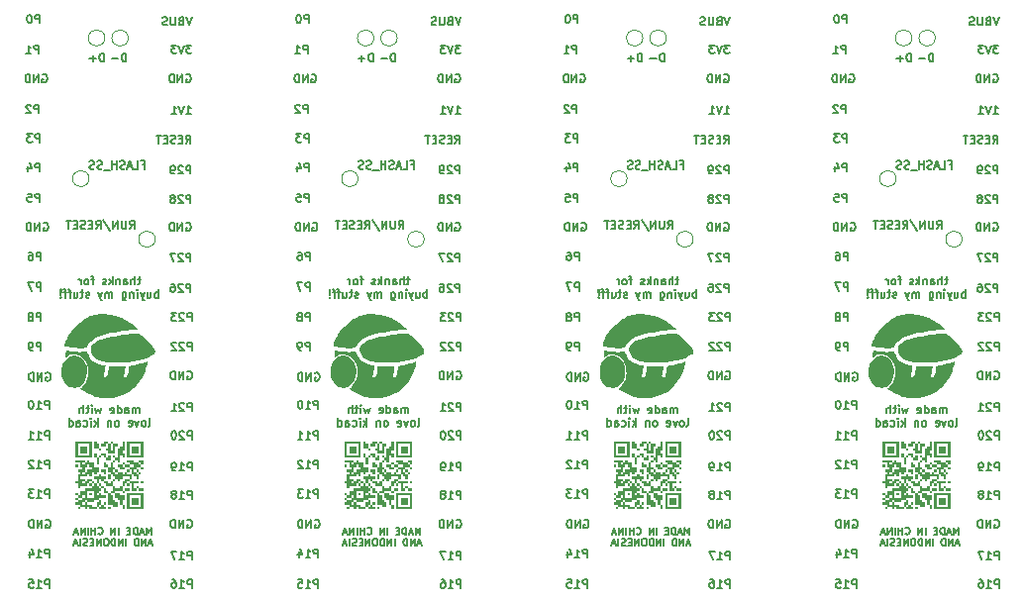
<source format=gbr>
%TF.GenerationSoftware,KiCad,Pcbnew,7.0.6*%
%TF.CreationDate,2023-08-11T19:51:34+07:00*%
%TF.ProjectId,Pico2040-Modular-Rev2-MP,5069636f-3230-4343-902d-4d6f64756c61,rev?*%
%TF.SameCoordinates,Original*%
%TF.FileFunction,Legend,Bot*%
%TF.FilePolarity,Positive*%
%FSLAX46Y46*%
G04 Gerber Fmt 4.6, Leading zero omitted, Abs format (unit mm)*
G04 Created by KiCad (PCBNEW 7.0.6) date 2023-08-11 19:51:34*
%MOMM*%
%LPD*%
G01*
G04 APERTURE LIST*
%ADD10C,0.150000*%
%ADD11C,0.160000*%
%ADD12C,0.120000*%
G04 APERTURE END LIST*
D10*
X108734649Y-61606533D02*
X108734649Y-60906533D01*
X108734649Y-60906533D02*
X108467982Y-60906533D01*
X108467982Y-60906533D02*
X108401316Y-60939866D01*
X108401316Y-60939866D02*
X108367982Y-60973200D01*
X108367982Y-60973200D02*
X108334649Y-61039866D01*
X108334649Y-61039866D02*
X108334649Y-61139866D01*
X108334649Y-61139866D02*
X108367982Y-61206533D01*
X108367982Y-61206533D02*
X108401316Y-61239866D01*
X108401316Y-61239866D02*
X108467982Y-61273200D01*
X108467982Y-61273200D02*
X108734649Y-61273200D01*
X107667982Y-61606533D02*
X108067982Y-61606533D01*
X107867982Y-61606533D02*
X107867982Y-60906533D01*
X107867982Y-60906533D02*
X107934649Y-61006533D01*
X107934649Y-61006533D02*
X108001316Y-61073200D01*
X108001316Y-61073200D02*
X108067982Y-61106533D01*
X107234649Y-60906533D02*
X107167982Y-60906533D01*
X107167982Y-60906533D02*
X107101315Y-60939866D01*
X107101315Y-60939866D02*
X107067982Y-60973200D01*
X107067982Y-60973200D02*
X107034649Y-61039866D01*
X107034649Y-61039866D02*
X107001315Y-61173200D01*
X107001315Y-61173200D02*
X107001315Y-61339866D01*
X107001315Y-61339866D02*
X107034649Y-61473200D01*
X107034649Y-61473200D02*
X107067982Y-61539866D01*
X107067982Y-61539866D02*
X107101315Y-61573200D01*
X107101315Y-61573200D02*
X107167982Y-61606533D01*
X107167982Y-61606533D02*
X107234649Y-61606533D01*
X107234649Y-61606533D02*
X107301315Y-61573200D01*
X107301315Y-61573200D02*
X107334649Y-61539866D01*
X107334649Y-61539866D02*
X107367982Y-61473200D01*
X107367982Y-61473200D02*
X107401315Y-61339866D01*
X107401315Y-61339866D02*
X107401315Y-61173200D01*
X107401315Y-61173200D02*
X107367982Y-61039866D01*
X107367982Y-61039866D02*
X107334649Y-60973200D01*
X107334649Y-60973200D02*
X107301315Y-60939866D01*
X107301315Y-60939866D02*
X107234649Y-60906533D01*
X108734649Y-76906533D02*
X108734649Y-76206533D01*
X108734649Y-76206533D02*
X108467982Y-76206533D01*
X108467982Y-76206533D02*
X108401316Y-76239866D01*
X108401316Y-76239866D02*
X108367982Y-76273200D01*
X108367982Y-76273200D02*
X108334649Y-76339866D01*
X108334649Y-76339866D02*
X108334649Y-76439866D01*
X108334649Y-76439866D02*
X108367982Y-76506533D01*
X108367982Y-76506533D02*
X108401316Y-76539866D01*
X108401316Y-76539866D02*
X108467982Y-76573200D01*
X108467982Y-76573200D02*
X108734649Y-76573200D01*
X107667982Y-76906533D02*
X108067982Y-76906533D01*
X107867982Y-76906533D02*
X107867982Y-76206533D01*
X107867982Y-76206533D02*
X107934649Y-76306533D01*
X107934649Y-76306533D02*
X108001316Y-76373200D01*
X108001316Y-76373200D02*
X108067982Y-76406533D01*
X107034649Y-76206533D02*
X107367982Y-76206533D01*
X107367982Y-76206533D02*
X107401315Y-76539866D01*
X107401315Y-76539866D02*
X107367982Y-76506533D01*
X107367982Y-76506533D02*
X107301315Y-76473200D01*
X107301315Y-76473200D02*
X107134649Y-76473200D01*
X107134649Y-76473200D02*
X107067982Y-76506533D01*
X107067982Y-76506533D02*
X107034649Y-76539866D01*
X107034649Y-76539866D02*
X107001315Y-76606533D01*
X107001315Y-76606533D02*
X107001315Y-76773200D01*
X107001315Y-76773200D02*
X107034649Y-76839866D01*
X107034649Y-76839866D02*
X107067982Y-76873200D01*
X107067982Y-76873200D02*
X107134649Y-76906533D01*
X107134649Y-76906533D02*
X107301315Y-76906533D01*
X107301315Y-76906533D02*
X107367982Y-76873200D01*
X107367982Y-76873200D02*
X107401315Y-76839866D01*
X120834649Y-51606533D02*
X120834649Y-50906533D01*
X120834649Y-50906533D02*
X120567982Y-50906533D01*
X120567982Y-50906533D02*
X120501316Y-50939866D01*
X120501316Y-50939866D02*
X120467982Y-50973200D01*
X120467982Y-50973200D02*
X120434649Y-51039866D01*
X120434649Y-51039866D02*
X120434649Y-51139866D01*
X120434649Y-51139866D02*
X120467982Y-51206533D01*
X120467982Y-51206533D02*
X120501316Y-51239866D01*
X120501316Y-51239866D02*
X120567982Y-51273200D01*
X120567982Y-51273200D02*
X120834649Y-51273200D01*
X120167982Y-50973200D02*
X120134649Y-50939866D01*
X120134649Y-50939866D02*
X120067982Y-50906533D01*
X120067982Y-50906533D02*
X119901316Y-50906533D01*
X119901316Y-50906533D02*
X119834649Y-50939866D01*
X119834649Y-50939866D02*
X119801316Y-50973200D01*
X119801316Y-50973200D02*
X119767982Y-51039866D01*
X119767982Y-51039866D02*
X119767982Y-51106533D01*
X119767982Y-51106533D02*
X119801316Y-51206533D01*
X119801316Y-51206533D02*
X120201316Y-51606533D01*
X120201316Y-51606533D02*
X119767982Y-51606533D01*
X119167982Y-50906533D02*
X119301315Y-50906533D01*
X119301315Y-50906533D02*
X119367982Y-50939866D01*
X119367982Y-50939866D02*
X119401315Y-50973200D01*
X119401315Y-50973200D02*
X119467982Y-51073200D01*
X119467982Y-51073200D02*
X119501315Y-51206533D01*
X119501315Y-51206533D02*
X119501315Y-51473200D01*
X119501315Y-51473200D02*
X119467982Y-51539866D01*
X119467982Y-51539866D02*
X119434649Y-51573200D01*
X119434649Y-51573200D02*
X119367982Y-51606533D01*
X119367982Y-51606533D02*
X119234649Y-51606533D01*
X119234649Y-51606533D02*
X119167982Y-51573200D01*
X119167982Y-51573200D02*
X119134649Y-51539866D01*
X119134649Y-51539866D02*
X119101315Y-51473200D01*
X119101315Y-51473200D02*
X119101315Y-51306533D01*
X119101315Y-51306533D02*
X119134649Y-51239866D01*
X119134649Y-51239866D02*
X119167982Y-51206533D01*
X119167982Y-51206533D02*
X119234649Y-51173200D01*
X119234649Y-51173200D02*
X119367982Y-51173200D01*
X119367982Y-51173200D02*
X119434649Y-51206533D01*
X119434649Y-51206533D02*
X119467982Y-51239866D01*
X119467982Y-51239866D02*
X119501315Y-51306533D01*
X120567982Y-71139866D02*
X120634649Y-71106533D01*
X120634649Y-71106533D02*
X120734649Y-71106533D01*
X120734649Y-71106533D02*
X120834649Y-71139866D01*
X120834649Y-71139866D02*
X120901316Y-71206533D01*
X120901316Y-71206533D02*
X120934649Y-71273200D01*
X120934649Y-71273200D02*
X120967982Y-71406533D01*
X120967982Y-71406533D02*
X120967982Y-71506533D01*
X120967982Y-71506533D02*
X120934649Y-71639866D01*
X120934649Y-71639866D02*
X120901316Y-71706533D01*
X120901316Y-71706533D02*
X120834649Y-71773200D01*
X120834649Y-71773200D02*
X120734649Y-71806533D01*
X120734649Y-71806533D02*
X120667982Y-71806533D01*
X120667982Y-71806533D02*
X120567982Y-71773200D01*
X120567982Y-71773200D02*
X120534649Y-71739866D01*
X120534649Y-71739866D02*
X120534649Y-71506533D01*
X120534649Y-71506533D02*
X120667982Y-71506533D01*
X120234649Y-71806533D02*
X120234649Y-71106533D01*
X120234649Y-71106533D02*
X119834649Y-71806533D01*
X119834649Y-71806533D02*
X119834649Y-71106533D01*
X119501316Y-71806533D02*
X119501316Y-71106533D01*
X119501316Y-71106533D02*
X119334649Y-71106533D01*
X119334649Y-71106533D02*
X119234649Y-71139866D01*
X119234649Y-71139866D02*
X119167983Y-71206533D01*
X119167983Y-71206533D02*
X119134649Y-71273200D01*
X119134649Y-71273200D02*
X119101316Y-71406533D01*
X119101316Y-71406533D02*
X119101316Y-71506533D01*
X119101316Y-71506533D02*
X119134649Y-71639866D01*
X119134649Y-71639866D02*
X119167983Y-71706533D01*
X119167983Y-71706533D02*
X119234649Y-71773200D01*
X119234649Y-71773200D02*
X119334649Y-71806533D01*
X119334649Y-71806533D02*
X119501316Y-71806533D01*
X189901316Y-30506533D02*
X189467982Y-30506533D01*
X189467982Y-30506533D02*
X189701316Y-30773200D01*
X189701316Y-30773200D02*
X189601316Y-30773200D01*
X189601316Y-30773200D02*
X189534649Y-30806533D01*
X189534649Y-30806533D02*
X189501316Y-30839866D01*
X189501316Y-30839866D02*
X189467982Y-30906533D01*
X189467982Y-30906533D02*
X189467982Y-31073200D01*
X189467982Y-31073200D02*
X189501316Y-31139866D01*
X189501316Y-31139866D02*
X189534649Y-31173200D01*
X189534649Y-31173200D02*
X189601316Y-31206533D01*
X189601316Y-31206533D02*
X189801316Y-31206533D01*
X189801316Y-31206533D02*
X189867982Y-31173200D01*
X189867982Y-31173200D02*
X189901316Y-31139866D01*
X189267982Y-30506533D02*
X189034649Y-31206533D01*
X189034649Y-31206533D02*
X188801315Y-30506533D01*
X188634649Y-30506533D02*
X188201315Y-30506533D01*
X188201315Y-30506533D02*
X188434649Y-30773200D01*
X188434649Y-30773200D02*
X188334649Y-30773200D01*
X188334649Y-30773200D02*
X188267982Y-30806533D01*
X188267982Y-30806533D02*
X188234649Y-30839866D01*
X188234649Y-30839866D02*
X188201315Y-30906533D01*
X188201315Y-30906533D02*
X188201315Y-31073200D01*
X188201315Y-31073200D02*
X188234649Y-31139866D01*
X188234649Y-31139866D02*
X188267982Y-31173200D01*
X188267982Y-31173200D02*
X188334649Y-31206533D01*
X188334649Y-31206533D02*
X188534649Y-31206533D01*
X188534649Y-31206533D02*
X188601315Y-31173200D01*
X188601315Y-31173200D02*
X188634649Y-31139866D01*
X131167982Y-33039866D02*
X131234649Y-33006533D01*
X131234649Y-33006533D02*
X131334649Y-33006533D01*
X131334649Y-33006533D02*
X131434649Y-33039866D01*
X131434649Y-33039866D02*
X131501316Y-33106533D01*
X131501316Y-33106533D02*
X131534649Y-33173200D01*
X131534649Y-33173200D02*
X131567982Y-33306533D01*
X131567982Y-33306533D02*
X131567982Y-33406533D01*
X131567982Y-33406533D02*
X131534649Y-33539866D01*
X131534649Y-33539866D02*
X131501316Y-33606533D01*
X131501316Y-33606533D02*
X131434649Y-33673200D01*
X131434649Y-33673200D02*
X131334649Y-33706533D01*
X131334649Y-33706533D02*
X131267982Y-33706533D01*
X131267982Y-33706533D02*
X131167982Y-33673200D01*
X131167982Y-33673200D02*
X131134649Y-33639866D01*
X131134649Y-33639866D02*
X131134649Y-33406533D01*
X131134649Y-33406533D02*
X131267982Y-33406533D01*
X130834649Y-33706533D02*
X130834649Y-33006533D01*
X130834649Y-33006533D02*
X130434649Y-33706533D01*
X130434649Y-33706533D02*
X130434649Y-33006533D01*
X130101316Y-33706533D02*
X130101316Y-33006533D01*
X130101316Y-33006533D02*
X129934649Y-33006533D01*
X129934649Y-33006533D02*
X129834649Y-33039866D01*
X129834649Y-33039866D02*
X129767983Y-33106533D01*
X129767983Y-33106533D02*
X129734649Y-33173200D01*
X129734649Y-33173200D02*
X129701316Y-33306533D01*
X129701316Y-33306533D02*
X129701316Y-33406533D01*
X129701316Y-33406533D02*
X129734649Y-33539866D01*
X129734649Y-33539866D02*
X129767983Y-33606533D01*
X129767983Y-33606533D02*
X129834649Y-33673200D01*
X129834649Y-33673200D02*
X129934649Y-33706533D01*
X129934649Y-33706533D02*
X130101316Y-33706533D01*
X143834649Y-51606533D02*
X143834649Y-50906533D01*
X143834649Y-50906533D02*
X143567982Y-50906533D01*
X143567982Y-50906533D02*
X143501316Y-50939866D01*
X143501316Y-50939866D02*
X143467982Y-50973200D01*
X143467982Y-50973200D02*
X143434649Y-51039866D01*
X143434649Y-51039866D02*
X143434649Y-51139866D01*
X143434649Y-51139866D02*
X143467982Y-51206533D01*
X143467982Y-51206533D02*
X143501316Y-51239866D01*
X143501316Y-51239866D02*
X143567982Y-51273200D01*
X143567982Y-51273200D02*
X143834649Y-51273200D01*
X143167982Y-50973200D02*
X143134649Y-50939866D01*
X143134649Y-50939866D02*
X143067982Y-50906533D01*
X143067982Y-50906533D02*
X142901316Y-50906533D01*
X142901316Y-50906533D02*
X142834649Y-50939866D01*
X142834649Y-50939866D02*
X142801316Y-50973200D01*
X142801316Y-50973200D02*
X142767982Y-51039866D01*
X142767982Y-51039866D02*
X142767982Y-51106533D01*
X142767982Y-51106533D02*
X142801316Y-51206533D01*
X142801316Y-51206533D02*
X143201316Y-51606533D01*
X143201316Y-51606533D02*
X142767982Y-51606533D01*
X142167982Y-50906533D02*
X142301315Y-50906533D01*
X142301315Y-50906533D02*
X142367982Y-50939866D01*
X142367982Y-50939866D02*
X142401315Y-50973200D01*
X142401315Y-50973200D02*
X142467982Y-51073200D01*
X142467982Y-51073200D02*
X142501315Y-51206533D01*
X142501315Y-51206533D02*
X142501315Y-51473200D01*
X142501315Y-51473200D02*
X142467982Y-51539866D01*
X142467982Y-51539866D02*
X142434649Y-51573200D01*
X142434649Y-51573200D02*
X142367982Y-51606533D01*
X142367982Y-51606533D02*
X142234649Y-51606533D01*
X142234649Y-51606533D02*
X142167982Y-51573200D01*
X142167982Y-51573200D02*
X142134649Y-51539866D01*
X142134649Y-51539866D02*
X142101315Y-51473200D01*
X142101315Y-51473200D02*
X142101315Y-51306533D01*
X142101315Y-51306533D02*
X142134649Y-51239866D01*
X142134649Y-51239866D02*
X142167982Y-51206533D01*
X142167982Y-51206533D02*
X142234649Y-51173200D01*
X142234649Y-51173200D02*
X142367982Y-51173200D01*
X142367982Y-51173200D02*
X142434649Y-51206533D01*
X142434649Y-51206533D02*
X142467982Y-51239866D01*
X142467982Y-51239866D02*
X142501315Y-51306533D01*
X154734649Y-74306533D02*
X154734649Y-73606533D01*
X154734649Y-73606533D02*
X154467982Y-73606533D01*
X154467982Y-73606533D02*
X154401316Y-73639866D01*
X154401316Y-73639866D02*
X154367982Y-73673200D01*
X154367982Y-73673200D02*
X154334649Y-73739866D01*
X154334649Y-73739866D02*
X154334649Y-73839866D01*
X154334649Y-73839866D02*
X154367982Y-73906533D01*
X154367982Y-73906533D02*
X154401316Y-73939866D01*
X154401316Y-73939866D02*
X154467982Y-73973200D01*
X154467982Y-73973200D02*
X154734649Y-73973200D01*
X153667982Y-74306533D02*
X154067982Y-74306533D01*
X153867982Y-74306533D02*
X153867982Y-73606533D01*
X153867982Y-73606533D02*
X153934649Y-73706533D01*
X153934649Y-73706533D02*
X154001316Y-73773200D01*
X154001316Y-73773200D02*
X154067982Y-73806533D01*
X153067982Y-73839866D02*
X153067982Y-74306533D01*
X153234649Y-73573200D02*
X153401315Y-74073200D01*
X153401315Y-74073200D02*
X152967982Y-74073200D01*
X154267982Y-45739866D02*
X154334649Y-45706533D01*
X154334649Y-45706533D02*
X154434649Y-45706533D01*
X154434649Y-45706533D02*
X154534649Y-45739866D01*
X154534649Y-45739866D02*
X154601316Y-45806533D01*
X154601316Y-45806533D02*
X154634649Y-45873200D01*
X154634649Y-45873200D02*
X154667982Y-46006533D01*
X154667982Y-46006533D02*
X154667982Y-46106533D01*
X154667982Y-46106533D02*
X154634649Y-46239866D01*
X154634649Y-46239866D02*
X154601316Y-46306533D01*
X154601316Y-46306533D02*
X154534649Y-46373200D01*
X154534649Y-46373200D02*
X154434649Y-46406533D01*
X154434649Y-46406533D02*
X154367982Y-46406533D01*
X154367982Y-46406533D02*
X154267982Y-46373200D01*
X154267982Y-46373200D02*
X154234649Y-46339866D01*
X154234649Y-46339866D02*
X154234649Y-46106533D01*
X154234649Y-46106533D02*
X154367982Y-46106533D01*
X153934649Y-46406533D02*
X153934649Y-45706533D01*
X153934649Y-45706533D02*
X153534649Y-46406533D01*
X153534649Y-46406533D02*
X153534649Y-45706533D01*
X153201316Y-46406533D02*
X153201316Y-45706533D01*
X153201316Y-45706533D02*
X153034649Y-45706533D01*
X153034649Y-45706533D02*
X152934649Y-45739866D01*
X152934649Y-45739866D02*
X152867983Y-45806533D01*
X152867983Y-45806533D02*
X152834649Y-45873200D01*
X152834649Y-45873200D02*
X152801316Y-46006533D01*
X152801316Y-46006533D02*
X152801316Y-46106533D01*
X152801316Y-46106533D02*
X152834649Y-46239866D01*
X152834649Y-46239866D02*
X152867983Y-46306533D01*
X152867983Y-46306533D02*
X152934649Y-46373200D01*
X152934649Y-46373200D02*
X153034649Y-46406533D01*
X153034649Y-46406533D02*
X153201316Y-46406533D01*
X162701316Y-40739866D02*
X162934649Y-40739866D01*
X162934649Y-41106533D02*
X162934649Y-40406533D01*
X162934649Y-40406533D02*
X162601316Y-40406533D01*
X162001316Y-41106533D02*
X162334649Y-41106533D01*
X162334649Y-41106533D02*
X162334649Y-40406533D01*
X161801315Y-40906533D02*
X161467982Y-40906533D01*
X161867982Y-41106533D02*
X161634649Y-40406533D01*
X161634649Y-40406533D02*
X161401315Y-41106533D01*
X161201315Y-41073200D02*
X161101315Y-41106533D01*
X161101315Y-41106533D02*
X160934649Y-41106533D01*
X160934649Y-41106533D02*
X160867982Y-41073200D01*
X160867982Y-41073200D02*
X160834649Y-41039866D01*
X160834649Y-41039866D02*
X160801315Y-40973200D01*
X160801315Y-40973200D02*
X160801315Y-40906533D01*
X160801315Y-40906533D02*
X160834649Y-40839866D01*
X160834649Y-40839866D02*
X160867982Y-40806533D01*
X160867982Y-40806533D02*
X160934649Y-40773200D01*
X160934649Y-40773200D02*
X161067982Y-40739866D01*
X161067982Y-40739866D02*
X161134649Y-40706533D01*
X161134649Y-40706533D02*
X161167982Y-40673200D01*
X161167982Y-40673200D02*
X161201315Y-40606533D01*
X161201315Y-40606533D02*
X161201315Y-40539866D01*
X161201315Y-40539866D02*
X161167982Y-40473200D01*
X161167982Y-40473200D02*
X161134649Y-40439866D01*
X161134649Y-40439866D02*
X161067982Y-40406533D01*
X161067982Y-40406533D02*
X160901315Y-40406533D01*
X160901315Y-40406533D02*
X160801315Y-40439866D01*
X160501315Y-41106533D02*
X160501315Y-40406533D01*
X160501315Y-40739866D02*
X160101315Y-40739866D01*
X160101315Y-41106533D02*
X160101315Y-40406533D01*
X159934649Y-41173200D02*
X159401315Y-41173200D01*
X159267982Y-41073200D02*
X159167982Y-41106533D01*
X159167982Y-41106533D02*
X159001316Y-41106533D01*
X159001316Y-41106533D02*
X158934649Y-41073200D01*
X158934649Y-41073200D02*
X158901316Y-41039866D01*
X158901316Y-41039866D02*
X158867982Y-40973200D01*
X158867982Y-40973200D02*
X158867982Y-40906533D01*
X158867982Y-40906533D02*
X158901316Y-40839866D01*
X158901316Y-40839866D02*
X158934649Y-40806533D01*
X158934649Y-40806533D02*
X159001316Y-40773200D01*
X159001316Y-40773200D02*
X159134649Y-40739866D01*
X159134649Y-40739866D02*
X159201316Y-40706533D01*
X159201316Y-40706533D02*
X159234649Y-40673200D01*
X159234649Y-40673200D02*
X159267982Y-40606533D01*
X159267982Y-40606533D02*
X159267982Y-40539866D01*
X159267982Y-40539866D02*
X159234649Y-40473200D01*
X159234649Y-40473200D02*
X159201316Y-40439866D01*
X159201316Y-40439866D02*
X159134649Y-40406533D01*
X159134649Y-40406533D02*
X158967982Y-40406533D01*
X158967982Y-40406533D02*
X158867982Y-40439866D01*
X158601315Y-41073200D02*
X158501315Y-41106533D01*
X158501315Y-41106533D02*
X158334649Y-41106533D01*
X158334649Y-41106533D02*
X158267982Y-41073200D01*
X158267982Y-41073200D02*
X158234649Y-41039866D01*
X158234649Y-41039866D02*
X158201315Y-40973200D01*
X158201315Y-40973200D02*
X158201315Y-40906533D01*
X158201315Y-40906533D02*
X158234649Y-40839866D01*
X158234649Y-40839866D02*
X158267982Y-40806533D01*
X158267982Y-40806533D02*
X158334649Y-40773200D01*
X158334649Y-40773200D02*
X158467982Y-40739866D01*
X158467982Y-40739866D02*
X158534649Y-40706533D01*
X158534649Y-40706533D02*
X158567982Y-40673200D01*
X158567982Y-40673200D02*
X158601315Y-40606533D01*
X158601315Y-40606533D02*
X158601315Y-40539866D01*
X158601315Y-40539866D02*
X158567982Y-40473200D01*
X158567982Y-40473200D02*
X158534649Y-40439866D01*
X158534649Y-40439866D02*
X158467982Y-40406533D01*
X158467982Y-40406533D02*
X158301315Y-40406533D01*
X158301315Y-40406533D02*
X158201315Y-40439866D01*
X166934649Y-74506533D02*
X166934649Y-73806533D01*
X166934649Y-73806533D02*
X166667982Y-73806533D01*
X166667982Y-73806533D02*
X166601316Y-73839866D01*
X166601316Y-73839866D02*
X166567982Y-73873200D01*
X166567982Y-73873200D02*
X166534649Y-73939866D01*
X166534649Y-73939866D02*
X166534649Y-74039866D01*
X166534649Y-74039866D02*
X166567982Y-74106533D01*
X166567982Y-74106533D02*
X166601316Y-74139866D01*
X166601316Y-74139866D02*
X166667982Y-74173200D01*
X166667982Y-74173200D02*
X166934649Y-74173200D01*
X165867982Y-74506533D02*
X166267982Y-74506533D01*
X166067982Y-74506533D02*
X166067982Y-73806533D01*
X166067982Y-73806533D02*
X166134649Y-73906533D01*
X166134649Y-73906533D02*
X166201316Y-73973200D01*
X166201316Y-73973200D02*
X166267982Y-74006533D01*
X165634649Y-73806533D02*
X165167982Y-73806533D01*
X165167982Y-73806533D02*
X165467982Y-74506533D01*
X189467982Y-36406533D02*
X189867982Y-36406533D01*
X189667982Y-36406533D02*
X189667982Y-35706533D01*
X189667982Y-35706533D02*
X189734649Y-35806533D01*
X189734649Y-35806533D02*
X189801316Y-35873200D01*
X189801316Y-35873200D02*
X189867982Y-35906533D01*
X189267982Y-35706533D02*
X189034649Y-36406533D01*
X189034649Y-36406533D02*
X188801315Y-35706533D01*
X188201315Y-36406533D02*
X188601315Y-36406533D01*
X188401315Y-36406533D02*
X188401315Y-35706533D01*
X188401315Y-35706533D02*
X188467982Y-35806533D01*
X188467982Y-35806533D02*
X188534649Y-35873200D01*
X188534649Y-35873200D02*
X188601315Y-35906533D01*
X120934649Y-76906533D02*
X120934649Y-76206533D01*
X120934649Y-76206533D02*
X120667982Y-76206533D01*
X120667982Y-76206533D02*
X120601316Y-76239866D01*
X120601316Y-76239866D02*
X120567982Y-76273200D01*
X120567982Y-76273200D02*
X120534649Y-76339866D01*
X120534649Y-76339866D02*
X120534649Y-76439866D01*
X120534649Y-76439866D02*
X120567982Y-76506533D01*
X120567982Y-76506533D02*
X120601316Y-76539866D01*
X120601316Y-76539866D02*
X120667982Y-76573200D01*
X120667982Y-76573200D02*
X120934649Y-76573200D01*
X119867982Y-76906533D02*
X120267982Y-76906533D01*
X120067982Y-76906533D02*
X120067982Y-76206533D01*
X120067982Y-76206533D02*
X120134649Y-76306533D01*
X120134649Y-76306533D02*
X120201316Y-76373200D01*
X120201316Y-76373200D02*
X120267982Y-76406533D01*
X119267982Y-76206533D02*
X119401315Y-76206533D01*
X119401315Y-76206533D02*
X119467982Y-76239866D01*
X119467982Y-76239866D02*
X119501315Y-76273200D01*
X119501315Y-76273200D02*
X119567982Y-76373200D01*
X119567982Y-76373200D02*
X119601315Y-76506533D01*
X119601315Y-76506533D02*
X119601315Y-76773200D01*
X119601315Y-76773200D02*
X119567982Y-76839866D01*
X119567982Y-76839866D02*
X119534649Y-76873200D01*
X119534649Y-76873200D02*
X119467982Y-76906533D01*
X119467982Y-76906533D02*
X119334649Y-76906533D01*
X119334649Y-76906533D02*
X119267982Y-76873200D01*
X119267982Y-76873200D02*
X119234649Y-76839866D01*
X119234649Y-76839866D02*
X119201315Y-76773200D01*
X119201315Y-76773200D02*
X119201315Y-76606533D01*
X119201315Y-76606533D02*
X119234649Y-76539866D01*
X119234649Y-76539866D02*
X119267982Y-76506533D01*
X119267982Y-76506533D02*
X119334649Y-76473200D01*
X119334649Y-76473200D02*
X119467982Y-76473200D01*
X119467982Y-76473200D02*
X119534649Y-76506533D01*
X119534649Y-76506533D02*
X119567982Y-76539866D01*
X119567982Y-76539866D02*
X119601315Y-76606533D01*
X154034649Y-56606533D02*
X154034649Y-55906533D01*
X154034649Y-55906533D02*
X153767982Y-55906533D01*
X153767982Y-55906533D02*
X153701316Y-55939866D01*
X153701316Y-55939866D02*
X153667982Y-55973200D01*
X153667982Y-55973200D02*
X153634649Y-56039866D01*
X153634649Y-56039866D02*
X153634649Y-56139866D01*
X153634649Y-56139866D02*
X153667982Y-56206533D01*
X153667982Y-56206533D02*
X153701316Y-56239866D01*
X153701316Y-56239866D02*
X153767982Y-56273200D01*
X153767982Y-56273200D02*
X154034649Y-56273200D01*
X153301316Y-56606533D02*
X153167982Y-56606533D01*
X153167982Y-56606533D02*
X153101316Y-56573200D01*
X153101316Y-56573200D02*
X153067982Y-56539866D01*
X153067982Y-56539866D02*
X153001316Y-56439866D01*
X153001316Y-56439866D02*
X152967982Y-56306533D01*
X152967982Y-56306533D02*
X152967982Y-56039866D01*
X152967982Y-56039866D02*
X153001316Y-55973200D01*
X153001316Y-55973200D02*
X153034649Y-55939866D01*
X153034649Y-55939866D02*
X153101316Y-55906533D01*
X153101316Y-55906533D02*
X153234649Y-55906533D01*
X153234649Y-55906533D02*
X153301316Y-55939866D01*
X153301316Y-55939866D02*
X153334649Y-55973200D01*
X153334649Y-55973200D02*
X153367982Y-56039866D01*
X153367982Y-56039866D02*
X153367982Y-56206533D01*
X153367982Y-56206533D02*
X153334649Y-56273200D01*
X153334649Y-56273200D02*
X153301316Y-56306533D01*
X153301316Y-56306533D02*
X153234649Y-56339866D01*
X153234649Y-56339866D02*
X153101316Y-56339866D01*
X153101316Y-56339866D02*
X153034649Y-56306533D01*
X153034649Y-56306533D02*
X153001316Y-56273200D01*
X153001316Y-56273200D02*
X152967982Y-56206533D01*
X131734649Y-74306533D02*
X131734649Y-73606533D01*
X131734649Y-73606533D02*
X131467982Y-73606533D01*
X131467982Y-73606533D02*
X131401316Y-73639866D01*
X131401316Y-73639866D02*
X131367982Y-73673200D01*
X131367982Y-73673200D02*
X131334649Y-73739866D01*
X131334649Y-73739866D02*
X131334649Y-73839866D01*
X131334649Y-73839866D02*
X131367982Y-73906533D01*
X131367982Y-73906533D02*
X131401316Y-73939866D01*
X131401316Y-73939866D02*
X131467982Y-73973200D01*
X131467982Y-73973200D02*
X131734649Y-73973200D01*
X130667982Y-74306533D02*
X131067982Y-74306533D01*
X130867982Y-74306533D02*
X130867982Y-73606533D01*
X130867982Y-73606533D02*
X130934649Y-73706533D01*
X130934649Y-73706533D02*
X131001316Y-73773200D01*
X131001316Y-73773200D02*
X131067982Y-73806533D01*
X130067982Y-73839866D02*
X130067982Y-74306533D01*
X130234649Y-73573200D02*
X130401315Y-74073200D01*
X130401315Y-74073200D02*
X129967982Y-74073200D01*
X177734649Y-61606533D02*
X177734649Y-60906533D01*
X177734649Y-60906533D02*
X177467982Y-60906533D01*
X177467982Y-60906533D02*
X177401316Y-60939866D01*
X177401316Y-60939866D02*
X177367982Y-60973200D01*
X177367982Y-60973200D02*
X177334649Y-61039866D01*
X177334649Y-61039866D02*
X177334649Y-61139866D01*
X177334649Y-61139866D02*
X177367982Y-61206533D01*
X177367982Y-61206533D02*
X177401316Y-61239866D01*
X177401316Y-61239866D02*
X177467982Y-61273200D01*
X177467982Y-61273200D02*
X177734649Y-61273200D01*
X176667982Y-61606533D02*
X177067982Y-61606533D01*
X176867982Y-61606533D02*
X176867982Y-60906533D01*
X176867982Y-60906533D02*
X176934649Y-61006533D01*
X176934649Y-61006533D02*
X177001316Y-61073200D01*
X177001316Y-61073200D02*
X177067982Y-61106533D01*
X176234649Y-60906533D02*
X176167982Y-60906533D01*
X176167982Y-60906533D02*
X176101315Y-60939866D01*
X176101315Y-60939866D02*
X176067982Y-60973200D01*
X176067982Y-60973200D02*
X176034649Y-61039866D01*
X176034649Y-61039866D02*
X176001315Y-61173200D01*
X176001315Y-61173200D02*
X176001315Y-61339866D01*
X176001315Y-61339866D02*
X176034649Y-61473200D01*
X176034649Y-61473200D02*
X176067982Y-61539866D01*
X176067982Y-61539866D02*
X176101315Y-61573200D01*
X176101315Y-61573200D02*
X176167982Y-61606533D01*
X176167982Y-61606533D02*
X176234649Y-61606533D01*
X176234649Y-61606533D02*
X176301315Y-61573200D01*
X176301315Y-61573200D02*
X176334649Y-61539866D01*
X176334649Y-61539866D02*
X176367982Y-61473200D01*
X176367982Y-61473200D02*
X176401315Y-61339866D01*
X176401315Y-61339866D02*
X176401315Y-61173200D01*
X176401315Y-61173200D02*
X176367982Y-61039866D01*
X176367982Y-61039866D02*
X176334649Y-60973200D01*
X176334649Y-60973200D02*
X176301315Y-60939866D01*
X176301315Y-60939866D02*
X176234649Y-60906533D01*
X131034649Y-48906533D02*
X131034649Y-48206533D01*
X131034649Y-48206533D02*
X130767982Y-48206533D01*
X130767982Y-48206533D02*
X130701316Y-48239866D01*
X130701316Y-48239866D02*
X130667982Y-48273200D01*
X130667982Y-48273200D02*
X130634649Y-48339866D01*
X130634649Y-48339866D02*
X130634649Y-48439866D01*
X130634649Y-48439866D02*
X130667982Y-48506533D01*
X130667982Y-48506533D02*
X130701316Y-48539866D01*
X130701316Y-48539866D02*
X130767982Y-48573200D01*
X130767982Y-48573200D02*
X131034649Y-48573200D01*
X130034649Y-48206533D02*
X130167982Y-48206533D01*
X130167982Y-48206533D02*
X130234649Y-48239866D01*
X130234649Y-48239866D02*
X130267982Y-48273200D01*
X130267982Y-48273200D02*
X130334649Y-48373200D01*
X130334649Y-48373200D02*
X130367982Y-48506533D01*
X130367982Y-48506533D02*
X130367982Y-48773200D01*
X130367982Y-48773200D02*
X130334649Y-48839866D01*
X130334649Y-48839866D02*
X130301316Y-48873200D01*
X130301316Y-48873200D02*
X130234649Y-48906533D01*
X130234649Y-48906533D02*
X130101316Y-48906533D01*
X130101316Y-48906533D02*
X130034649Y-48873200D01*
X130034649Y-48873200D02*
X130001316Y-48839866D01*
X130001316Y-48839866D02*
X129967982Y-48773200D01*
X129967982Y-48773200D02*
X129967982Y-48606533D01*
X129967982Y-48606533D02*
X130001316Y-48539866D01*
X130001316Y-48539866D02*
X130034649Y-48506533D01*
X130034649Y-48506533D02*
X130101316Y-48473200D01*
X130101316Y-48473200D02*
X130234649Y-48473200D01*
X130234649Y-48473200D02*
X130301316Y-48506533D01*
X130301316Y-48506533D02*
X130334649Y-48539866D01*
X130334649Y-48539866D02*
X130367982Y-48606533D01*
X138634649Y-46206533D02*
X138867982Y-45873200D01*
X139034649Y-46206533D02*
X139034649Y-45506533D01*
X139034649Y-45506533D02*
X138767982Y-45506533D01*
X138767982Y-45506533D02*
X138701316Y-45539866D01*
X138701316Y-45539866D02*
X138667982Y-45573200D01*
X138667982Y-45573200D02*
X138634649Y-45639866D01*
X138634649Y-45639866D02*
X138634649Y-45739866D01*
X138634649Y-45739866D02*
X138667982Y-45806533D01*
X138667982Y-45806533D02*
X138701316Y-45839866D01*
X138701316Y-45839866D02*
X138767982Y-45873200D01*
X138767982Y-45873200D02*
X139034649Y-45873200D01*
X138334649Y-45506533D02*
X138334649Y-46073200D01*
X138334649Y-46073200D02*
X138301316Y-46139866D01*
X138301316Y-46139866D02*
X138267982Y-46173200D01*
X138267982Y-46173200D02*
X138201316Y-46206533D01*
X138201316Y-46206533D02*
X138067982Y-46206533D01*
X138067982Y-46206533D02*
X138001316Y-46173200D01*
X138001316Y-46173200D02*
X137967982Y-46139866D01*
X137967982Y-46139866D02*
X137934649Y-46073200D01*
X137934649Y-46073200D02*
X137934649Y-45506533D01*
X137601316Y-46206533D02*
X137601316Y-45506533D01*
X137601316Y-45506533D02*
X137201316Y-46206533D01*
X137201316Y-46206533D02*
X137201316Y-45506533D01*
X136367983Y-45473200D02*
X136967983Y-46373200D01*
X135734650Y-46206533D02*
X135967983Y-45873200D01*
X136134650Y-46206533D02*
X136134650Y-45506533D01*
X136134650Y-45506533D02*
X135867983Y-45506533D01*
X135867983Y-45506533D02*
X135801317Y-45539866D01*
X135801317Y-45539866D02*
X135767983Y-45573200D01*
X135767983Y-45573200D02*
X135734650Y-45639866D01*
X135734650Y-45639866D02*
X135734650Y-45739866D01*
X135734650Y-45739866D02*
X135767983Y-45806533D01*
X135767983Y-45806533D02*
X135801317Y-45839866D01*
X135801317Y-45839866D02*
X135867983Y-45873200D01*
X135867983Y-45873200D02*
X136134650Y-45873200D01*
X135434650Y-45839866D02*
X135201317Y-45839866D01*
X135101317Y-46206533D02*
X135434650Y-46206533D01*
X135434650Y-46206533D02*
X135434650Y-45506533D01*
X135434650Y-45506533D02*
X135101317Y-45506533D01*
X134834650Y-46173200D02*
X134734650Y-46206533D01*
X134734650Y-46206533D02*
X134567984Y-46206533D01*
X134567984Y-46206533D02*
X134501317Y-46173200D01*
X134501317Y-46173200D02*
X134467984Y-46139866D01*
X134467984Y-46139866D02*
X134434650Y-46073200D01*
X134434650Y-46073200D02*
X134434650Y-46006533D01*
X134434650Y-46006533D02*
X134467984Y-45939866D01*
X134467984Y-45939866D02*
X134501317Y-45906533D01*
X134501317Y-45906533D02*
X134567984Y-45873200D01*
X134567984Y-45873200D02*
X134701317Y-45839866D01*
X134701317Y-45839866D02*
X134767984Y-45806533D01*
X134767984Y-45806533D02*
X134801317Y-45773200D01*
X134801317Y-45773200D02*
X134834650Y-45706533D01*
X134834650Y-45706533D02*
X134834650Y-45639866D01*
X134834650Y-45639866D02*
X134801317Y-45573200D01*
X134801317Y-45573200D02*
X134767984Y-45539866D01*
X134767984Y-45539866D02*
X134701317Y-45506533D01*
X134701317Y-45506533D02*
X134534650Y-45506533D01*
X134534650Y-45506533D02*
X134434650Y-45539866D01*
X134134650Y-45839866D02*
X133901317Y-45839866D01*
X133801317Y-46206533D02*
X134134650Y-46206533D01*
X134134650Y-46206533D02*
X134134650Y-45506533D01*
X134134650Y-45506533D02*
X133801317Y-45506533D01*
X133601317Y-45506533D02*
X133201317Y-45506533D01*
X133401317Y-46206533D02*
X133401317Y-45506533D01*
X177467982Y-71139866D02*
X177534649Y-71106533D01*
X177534649Y-71106533D02*
X177634649Y-71106533D01*
X177634649Y-71106533D02*
X177734649Y-71139866D01*
X177734649Y-71139866D02*
X177801316Y-71206533D01*
X177801316Y-71206533D02*
X177834649Y-71273200D01*
X177834649Y-71273200D02*
X177867982Y-71406533D01*
X177867982Y-71406533D02*
X177867982Y-71506533D01*
X177867982Y-71506533D02*
X177834649Y-71639866D01*
X177834649Y-71639866D02*
X177801316Y-71706533D01*
X177801316Y-71706533D02*
X177734649Y-71773200D01*
X177734649Y-71773200D02*
X177634649Y-71806533D01*
X177634649Y-71806533D02*
X177567982Y-71806533D01*
X177567982Y-71806533D02*
X177467982Y-71773200D01*
X177467982Y-71773200D02*
X177434649Y-71739866D01*
X177434649Y-71739866D02*
X177434649Y-71506533D01*
X177434649Y-71506533D02*
X177567982Y-71506533D01*
X177134649Y-71806533D02*
X177134649Y-71106533D01*
X177134649Y-71106533D02*
X176734649Y-71806533D01*
X176734649Y-71806533D02*
X176734649Y-71106533D01*
X176401316Y-71806533D02*
X176401316Y-71106533D01*
X176401316Y-71106533D02*
X176234649Y-71106533D01*
X176234649Y-71106533D02*
X176134649Y-71139866D01*
X176134649Y-71139866D02*
X176067983Y-71206533D01*
X176067983Y-71206533D02*
X176034649Y-71273200D01*
X176034649Y-71273200D02*
X176001316Y-71406533D01*
X176001316Y-71406533D02*
X176001316Y-71506533D01*
X176001316Y-71506533D02*
X176034649Y-71639866D01*
X176034649Y-71639866D02*
X176067983Y-71706533D01*
X176067983Y-71706533D02*
X176134649Y-71773200D01*
X176134649Y-71773200D02*
X176234649Y-71806533D01*
X176234649Y-71806533D02*
X176401316Y-71806533D01*
X139701316Y-40739866D02*
X139934649Y-40739866D01*
X139934649Y-41106533D02*
X139934649Y-40406533D01*
X139934649Y-40406533D02*
X139601316Y-40406533D01*
X139001316Y-41106533D02*
X139334649Y-41106533D01*
X139334649Y-41106533D02*
X139334649Y-40406533D01*
X138801315Y-40906533D02*
X138467982Y-40906533D01*
X138867982Y-41106533D02*
X138634649Y-40406533D01*
X138634649Y-40406533D02*
X138401315Y-41106533D01*
X138201315Y-41073200D02*
X138101315Y-41106533D01*
X138101315Y-41106533D02*
X137934649Y-41106533D01*
X137934649Y-41106533D02*
X137867982Y-41073200D01*
X137867982Y-41073200D02*
X137834649Y-41039866D01*
X137834649Y-41039866D02*
X137801315Y-40973200D01*
X137801315Y-40973200D02*
X137801315Y-40906533D01*
X137801315Y-40906533D02*
X137834649Y-40839866D01*
X137834649Y-40839866D02*
X137867982Y-40806533D01*
X137867982Y-40806533D02*
X137934649Y-40773200D01*
X137934649Y-40773200D02*
X138067982Y-40739866D01*
X138067982Y-40739866D02*
X138134649Y-40706533D01*
X138134649Y-40706533D02*
X138167982Y-40673200D01*
X138167982Y-40673200D02*
X138201315Y-40606533D01*
X138201315Y-40606533D02*
X138201315Y-40539866D01*
X138201315Y-40539866D02*
X138167982Y-40473200D01*
X138167982Y-40473200D02*
X138134649Y-40439866D01*
X138134649Y-40439866D02*
X138067982Y-40406533D01*
X138067982Y-40406533D02*
X137901315Y-40406533D01*
X137901315Y-40406533D02*
X137801315Y-40439866D01*
X137501315Y-41106533D02*
X137501315Y-40406533D01*
X137501315Y-40739866D02*
X137101315Y-40739866D01*
X137101315Y-41106533D02*
X137101315Y-40406533D01*
X136934649Y-41173200D02*
X136401315Y-41173200D01*
X136267982Y-41073200D02*
X136167982Y-41106533D01*
X136167982Y-41106533D02*
X136001316Y-41106533D01*
X136001316Y-41106533D02*
X135934649Y-41073200D01*
X135934649Y-41073200D02*
X135901316Y-41039866D01*
X135901316Y-41039866D02*
X135867982Y-40973200D01*
X135867982Y-40973200D02*
X135867982Y-40906533D01*
X135867982Y-40906533D02*
X135901316Y-40839866D01*
X135901316Y-40839866D02*
X135934649Y-40806533D01*
X135934649Y-40806533D02*
X136001316Y-40773200D01*
X136001316Y-40773200D02*
X136134649Y-40739866D01*
X136134649Y-40739866D02*
X136201316Y-40706533D01*
X136201316Y-40706533D02*
X136234649Y-40673200D01*
X136234649Y-40673200D02*
X136267982Y-40606533D01*
X136267982Y-40606533D02*
X136267982Y-40539866D01*
X136267982Y-40539866D02*
X136234649Y-40473200D01*
X136234649Y-40473200D02*
X136201316Y-40439866D01*
X136201316Y-40439866D02*
X136134649Y-40406533D01*
X136134649Y-40406533D02*
X135967982Y-40406533D01*
X135967982Y-40406533D02*
X135867982Y-40439866D01*
X135601315Y-41073200D02*
X135501315Y-41106533D01*
X135501315Y-41106533D02*
X135334649Y-41106533D01*
X135334649Y-41106533D02*
X135267982Y-41073200D01*
X135267982Y-41073200D02*
X135234649Y-41039866D01*
X135234649Y-41039866D02*
X135201315Y-40973200D01*
X135201315Y-40973200D02*
X135201315Y-40906533D01*
X135201315Y-40906533D02*
X135234649Y-40839866D01*
X135234649Y-40839866D02*
X135267982Y-40806533D01*
X135267982Y-40806533D02*
X135334649Y-40773200D01*
X135334649Y-40773200D02*
X135467982Y-40739866D01*
X135467982Y-40739866D02*
X135534649Y-40706533D01*
X135534649Y-40706533D02*
X135567982Y-40673200D01*
X135567982Y-40673200D02*
X135601315Y-40606533D01*
X135601315Y-40606533D02*
X135601315Y-40539866D01*
X135601315Y-40539866D02*
X135567982Y-40473200D01*
X135567982Y-40473200D02*
X135534649Y-40439866D01*
X135534649Y-40439866D02*
X135467982Y-40406533D01*
X135467982Y-40406533D02*
X135301315Y-40406533D01*
X135301315Y-40406533D02*
X135201315Y-40439866D01*
D11*
X162549999Y-50512346D02*
X162283332Y-50512346D01*
X162449999Y-50279013D02*
X162449999Y-50879013D01*
X162449999Y-50879013D02*
X162416666Y-50945680D01*
X162416666Y-50945680D02*
X162349999Y-50979013D01*
X162349999Y-50979013D02*
X162283332Y-50979013D01*
X162049999Y-50979013D02*
X162049999Y-50279013D01*
X161749999Y-50979013D02*
X161749999Y-50612346D01*
X161749999Y-50612346D02*
X161783332Y-50545680D01*
X161783332Y-50545680D02*
X161849999Y-50512346D01*
X161849999Y-50512346D02*
X161949999Y-50512346D01*
X161949999Y-50512346D02*
X162016666Y-50545680D01*
X162016666Y-50545680D02*
X162049999Y-50579013D01*
X161116666Y-50979013D02*
X161116666Y-50612346D01*
X161116666Y-50612346D02*
X161149999Y-50545680D01*
X161149999Y-50545680D02*
X161216666Y-50512346D01*
X161216666Y-50512346D02*
X161349999Y-50512346D01*
X161349999Y-50512346D02*
X161416666Y-50545680D01*
X161116666Y-50945680D02*
X161183333Y-50979013D01*
X161183333Y-50979013D02*
X161349999Y-50979013D01*
X161349999Y-50979013D02*
X161416666Y-50945680D01*
X161416666Y-50945680D02*
X161449999Y-50879013D01*
X161449999Y-50879013D02*
X161449999Y-50812346D01*
X161449999Y-50812346D02*
X161416666Y-50745680D01*
X161416666Y-50745680D02*
X161349999Y-50712346D01*
X161349999Y-50712346D02*
X161183333Y-50712346D01*
X161183333Y-50712346D02*
X161116666Y-50679013D01*
X160783333Y-50512346D02*
X160783333Y-50979013D01*
X160783333Y-50579013D02*
X160750000Y-50545680D01*
X160750000Y-50545680D02*
X160683333Y-50512346D01*
X160683333Y-50512346D02*
X160583333Y-50512346D01*
X160583333Y-50512346D02*
X160516666Y-50545680D01*
X160516666Y-50545680D02*
X160483333Y-50612346D01*
X160483333Y-50612346D02*
X160483333Y-50979013D01*
X160150000Y-50979013D02*
X160150000Y-50279013D01*
X160083333Y-50712346D02*
X159883333Y-50979013D01*
X159883333Y-50512346D02*
X160150000Y-50779013D01*
X159616666Y-50945680D02*
X159550000Y-50979013D01*
X159550000Y-50979013D02*
X159416666Y-50979013D01*
X159416666Y-50979013D02*
X159350000Y-50945680D01*
X159350000Y-50945680D02*
X159316666Y-50879013D01*
X159316666Y-50879013D02*
X159316666Y-50845680D01*
X159316666Y-50845680D02*
X159350000Y-50779013D01*
X159350000Y-50779013D02*
X159416666Y-50745680D01*
X159416666Y-50745680D02*
X159516666Y-50745680D01*
X159516666Y-50745680D02*
X159583333Y-50712346D01*
X159583333Y-50712346D02*
X159616666Y-50645680D01*
X159616666Y-50645680D02*
X159616666Y-50612346D01*
X159616666Y-50612346D02*
X159583333Y-50545680D01*
X159583333Y-50545680D02*
X159516666Y-50512346D01*
X159516666Y-50512346D02*
X159416666Y-50512346D01*
X159416666Y-50512346D02*
X159350000Y-50545680D01*
X158583333Y-50512346D02*
X158316666Y-50512346D01*
X158483333Y-50979013D02*
X158483333Y-50379013D01*
X158483333Y-50379013D02*
X158450000Y-50312346D01*
X158450000Y-50312346D02*
X158383333Y-50279013D01*
X158383333Y-50279013D02*
X158316666Y-50279013D01*
X157983333Y-50979013D02*
X158050000Y-50945680D01*
X158050000Y-50945680D02*
X158083333Y-50912346D01*
X158083333Y-50912346D02*
X158116666Y-50845680D01*
X158116666Y-50845680D02*
X158116666Y-50645680D01*
X158116666Y-50645680D02*
X158083333Y-50579013D01*
X158083333Y-50579013D02*
X158050000Y-50545680D01*
X158050000Y-50545680D02*
X157983333Y-50512346D01*
X157983333Y-50512346D02*
X157883333Y-50512346D01*
X157883333Y-50512346D02*
X157816666Y-50545680D01*
X157816666Y-50545680D02*
X157783333Y-50579013D01*
X157783333Y-50579013D02*
X157750000Y-50645680D01*
X157750000Y-50645680D02*
X157750000Y-50845680D01*
X157750000Y-50845680D02*
X157783333Y-50912346D01*
X157783333Y-50912346D02*
X157816666Y-50945680D01*
X157816666Y-50945680D02*
X157883333Y-50979013D01*
X157883333Y-50979013D02*
X157983333Y-50979013D01*
X157450000Y-50979013D02*
X157450000Y-50512346D01*
X157450000Y-50645680D02*
X157416667Y-50579013D01*
X157416667Y-50579013D02*
X157383333Y-50545680D01*
X157383333Y-50545680D02*
X157316667Y-50512346D01*
X157316667Y-50512346D02*
X157250000Y-50512346D01*
X164066664Y-52106013D02*
X164066664Y-51406013D01*
X164066664Y-51672680D02*
X163999997Y-51639346D01*
X163999997Y-51639346D02*
X163866664Y-51639346D01*
X163866664Y-51639346D02*
X163799997Y-51672680D01*
X163799997Y-51672680D02*
X163766664Y-51706013D01*
X163766664Y-51706013D02*
X163733331Y-51772680D01*
X163733331Y-51772680D02*
X163733331Y-51972680D01*
X163733331Y-51972680D02*
X163766664Y-52039346D01*
X163766664Y-52039346D02*
X163799997Y-52072680D01*
X163799997Y-52072680D02*
X163866664Y-52106013D01*
X163866664Y-52106013D02*
X163999997Y-52106013D01*
X163999997Y-52106013D02*
X164066664Y-52072680D01*
X163133331Y-51639346D02*
X163133331Y-52106013D01*
X163433331Y-51639346D02*
X163433331Y-52006013D01*
X163433331Y-52006013D02*
X163399998Y-52072680D01*
X163399998Y-52072680D02*
X163333331Y-52106013D01*
X163333331Y-52106013D02*
X163233331Y-52106013D01*
X163233331Y-52106013D02*
X163166664Y-52072680D01*
X163166664Y-52072680D02*
X163133331Y-52039346D01*
X162866665Y-51639346D02*
X162699998Y-52106013D01*
X162533331Y-51639346D02*
X162699998Y-52106013D01*
X162699998Y-52106013D02*
X162766665Y-52272680D01*
X162766665Y-52272680D02*
X162799998Y-52306013D01*
X162799998Y-52306013D02*
X162866665Y-52339346D01*
X162266665Y-52106013D02*
X162266665Y-51639346D01*
X162266665Y-51406013D02*
X162299998Y-51439346D01*
X162299998Y-51439346D02*
X162266665Y-51472680D01*
X162266665Y-51472680D02*
X162233332Y-51439346D01*
X162233332Y-51439346D02*
X162266665Y-51406013D01*
X162266665Y-51406013D02*
X162266665Y-51472680D01*
X161933332Y-51639346D02*
X161933332Y-52106013D01*
X161933332Y-51706013D02*
X161899999Y-51672680D01*
X161899999Y-51672680D02*
X161833332Y-51639346D01*
X161833332Y-51639346D02*
X161733332Y-51639346D01*
X161733332Y-51639346D02*
X161666665Y-51672680D01*
X161666665Y-51672680D02*
X161633332Y-51739346D01*
X161633332Y-51739346D02*
X161633332Y-52106013D01*
X160999999Y-51639346D02*
X160999999Y-52206013D01*
X160999999Y-52206013D02*
X161033332Y-52272680D01*
X161033332Y-52272680D02*
X161066666Y-52306013D01*
X161066666Y-52306013D02*
X161133332Y-52339346D01*
X161133332Y-52339346D02*
X161233332Y-52339346D01*
X161233332Y-52339346D02*
X161299999Y-52306013D01*
X160999999Y-52072680D02*
X161066666Y-52106013D01*
X161066666Y-52106013D02*
X161199999Y-52106013D01*
X161199999Y-52106013D02*
X161266666Y-52072680D01*
X161266666Y-52072680D02*
X161299999Y-52039346D01*
X161299999Y-52039346D02*
X161333332Y-51972680D01*
X161333332Y-51972680D02*
X161333332Y-51772680D01*
X161333332Y-51772680D02*
X161299999Y-51706013D01*
X161299999Y-51706013D02*
X161266666Y-51672680D01*
X161266666Y-51672680D02*
X161199999Y-51639346D01*
X161199999Y-51639346D02*
X161066666Y-51639346D01*
X161066666Y-51639346D02*
X160999999Y-51672680D01*
X160133333Y-52106013D02*
X160133333Y-51639346D01*
X160133333Y-51706013D02*
X160100000Y-51672680D01*
X160100000Y-51672680D02*
X160033333Y-51639346D01*
X160033333Y-51639346D02*
X159933333Y-51639346D01*
X159933333Y-51639346D02*
X159866666Y-51672680D01*
X159866666Y-51672680D02*
X159833333Y-51739346D01*
X159833333Y-51739346D02*
X159833333Y-52106013D01*
X159833333Y-51739346D02*
X159800000Y-51672680D01*
X159800000Y-51672680D02*
X159733333Y-51639346D01*
X159733333Y-51639346D02*
X159633333Y-51639346D01*
X159633333Y-51639346D02*
X159566666Y-51672680D01*
X159566666Y-51672680D02*
X159533333Y-51739346D01*
X159533333Y-51739346D02*
X159533333Y-52106013D01*
X159266667Y-51639346D02*
X159100000Y-52106013D01*
X158933333Y-51639346D02*
X159100000Y-52106013D01*
X159100000Y-52106013D02*
X159166667Y-52272680D01*
X159166667Y-52272680D02*
X159200000Y-52306013D01*
X159200000Y-52306013D02*
X159266667Y-52339346D01*
X158166667Y-52072680D02*
X158100001Y-52106013D01*
X158100001Y-52106013D02*
X157966667Y-52106013D01*
X157966667Y-52106013D02*
X157900001Y-52072680D01*
X157900001Y-52072680D02*
X157866667Y-52006013D01*
X157866667Y-52006013D02*
X157866667Y-51972680D01*
X157866667Y-51972680D02*
X157900001Y-51906013D01*
X157900001Y-51906013D02*
X157966667Y-51872680D01*
X157966667Y-51872680D02*
X158066667Y-51872680D01*
X158066667Y-51872680D02*
X158133334Y-51839346D01*
X158133334Y-51839346D02*
X158166667Y-51772680D01*
X158166667Y-51772680D02*
X158166667Y-51739346D01*
X158166667Y-51739346D02*
X158133334Y-51672680D01*
X158133334Y-51672680D02*
X158066667Y-51639346D01*
X158066667Y-51639346D02*
X157966667Y-51639346D01*
X157966667Y-51639346D02*
X157900001Y-51672680D01*
X157666667Y-51639346D02*
X157400000Y-51639346D01*
X157566667Y-51406013D02*
X157566667Y-52006013D01*
X157566667Y-52006013D02*
X157533334Y-52072680D01*
X157533334Y-52072680D02*
X157466667Y-52106013D01*
X157466667Y-52106013D02*
X157400000Y-52106013D01*
X156866667Y-51639346D02*
X156866667Y-52106013D01*
X157166667Y-51639346D02*
X157166667Y-52006013D01*
X157166667Y-52006013D02*
X157133334Y-52072680D01*
X157133334Y-52072680D02*
X157066667Y-52106013D01*
X157066667Y-52106013D02*
X156966667Y-52106013D01*
X156966667Y-52106013D02*
X156900000Y-52072680D01*
X156900000Y-52072680D02*
X156866667Y-52039346D01*
X156633334Y-51639346D02*
X156366667Y-51639346D01*
X156533334Y-52106013D02*
X156533334Y-51506013D01*
X156533334Y-51506013D02*
X156500001Y-51439346D01*
X156500001Y-51439346D02*
X156433334Y-51406013D01*
X156433334Y-51406013D02*
X156366667Y-51406013D01*
X156233334Y-51639346D02*
X155966667Y-51639346D01*
X156133334Y-52106013D02*
X156133334Y-51506013D01*
X156133334Y-51506013D02*
X156100001Y-51439346D01*
X156100001Y-51439346D02*
X156033334Y-51406013D01*
X156033334Y-51406013D02*
X155966667Y-51406013D01*
X155733334Y-52039346D02*
X155700001Y-52072680D01*
X155700001Y-52072680D02*
X155733334Y-52106013D01*
X155733334Y-52106013D02*
X155766667Y-52072680D01*
X155766667Y-52072680D02*
X155733334Y-52039346D01*
X155733334Y-52039346D02*
X155733334Y-52106013D01*
X155733334Y-51839346D02*
X155766667Y-51439346D01*
X155766667Y-51439346D02*
X155733334Y-51406013D01*
X155733334Y-51406013D02*
X155700001Y-51439346D01*
X155700001Y-51439346D02*
X155733334Y-51839346D01*
X155733334Y-51839346D02*
X155733334Y-51406013D01*
D10*
X131467982Y-71139866D02*
X131534649Y-71106533D01*
X131534649Y-71106533D02*
X131634649Y-71106533D01*
X131634649Y-71106533D02*
X131734649Y-71139866D01*
X131734649Y-71139866D02*
X131801316Y-71206533D01*
X131801316Y-71206533D02*
X131834649Y-71273200D01*
X131834649Y-71273200D02*
X131867982Y-71406533D01*
X131867982Y-71406533D02*
X131867982Y-71506533D01*
X131867982Y-71506533D02*
X131834649Y-71639866D01*
X131834649Y-71639866D02*
X131801316Y-71706533D01*
X131801316Y-71706533D02*
X131734649Y-71773200D01*
X131734649Y-71773200D02*
X131634649Y-71806533D01*
X131634649Y-71806533D02*
X131567982Y-71806533D01*
X131567982Y-71806533D02*
X131467982Y-71773200D01*
X131467982Y-71773200D02*
X131434649Y-71739866D01*
X131434649Y-71739866D02*
X131434649Y-71506533D01*
X131434649Y-71506533D02*
X131567982Y-71506533D01*
X131134649Y-71806533D02*
X131134649Y-71106533D01*
X131134649Y-71106533D02*
X130734649Y-71806533D01*
X130734649Y-71806533D02*
X130734649Y-71106533D01*
X130401316Y-71806533D02*
X130401316Y-71106533D01*
X130401316Y-71106533D02*
X130234649Y-71106533D01*
X130234649Y-71106533D02*
X130134649Y-71139866D01*
X130134649Y-71139866D02*
X130067983Y-71206533D01*
X130067983Y-71206533D02*
X130034649Y-71273200D01*
X130034649Y-71273200D02*
X130001316Y-71406533D01*
X130001316Y-71406533D02*
X130001316Y-71506533D01*
X130001316Y-71506533D02*
X130034649Y-71639866D01*
X130034649Y-71639866D02*
X130067983Y-71706533D01*
X130067983Y-71706533D02*
X130134649Y-71773200D01*
X130134649Y-71773200D02*
X130234649Y-71806533D01*
X130234649Y-71806533D02*
X130401316Y-71806533D01*
X120934649Y-54106533D02*
X120934649Y-53406533D01*
X120934649Y-53406533D02*
X120667982Y-53406533D01*
X120667982Y-53406533D02*
X120601316Y-53439866D01*
X120601316Y-53439866D02*
X120567982Y-53473200D01*
X120567982Y-53473200D02*
X120534649Y-53539866D01*
X120534649Y-53539866D02*
X120534649Y-53639866D01*
X120534649Y-53639866D02*
X120567982Y-53706533D01*
X120567982Y-53706533D02*
X120601316Y-53739866D01*
X120601316Y-53739866D02*
X120667982Y-53773200D01*
X120667982Y-53773200D02*
X120934649Y-53773200D01*
X120267982Y-53473200D02*
X120234649Y-53439866D01*
X120234649Y-53439866D02*
X120167982Y-53406533D01*
X120167982Y-53406533D02*
X120001316Y-53406533D01*
X120001316Y-53406533D02*
X119934649Y-53439866D01*
X119934649Y-53439866D02*
X119901316Y-53473200D01*
X119901316Y-53473200D02*
X119867982Y-53539866D01*
X119867982Y-53539866D02*
X119867982Y-53606533D01*
X119867982Y-53606533D02*
X119901316Y-53706533D01*
X119901316Y-53706533D02*
X120301316Y-54106533D01*
X120301316Y-54106533D02*
X119867982Y-54106533D01*
X119634649Y-53406533D02*
X119201315Y-53406533D01*
X119201315Y-53406533D02*
X119434649Y-53673200D01*
X119434649Y-53673200D02*
X119334649Y-53673200D01*
X119334649Y-53673200D02*
X119267982Y-53706533D01*
X119267982Y-53706533D02*
X119234649Y-53739866D01*
X119234649Y-53739866D02*
X119201315Y-53806533D01*
X119201315Y-53806533D02*
X119201315Y-53973200D01*
X119201315Y-53973200D02*
X119234649Y-54039866D01*
X119234649Y-54039866D02*
X119267982Y-54073200D01*
X119267982Y-54073200D02*
X119334649Y-54106533D01*
X119334649Y-54106533D02*
X119534649Y-54106533D01*
X119534649Y-54106533D02*
X119601315Y-54073200D01*
X119601315Y-54073200D02*
X119634649Y-54039866D01*
D11*
X139449998Y-61979013D02*
X139449998Y-61512346D01*
X139449998Y-61579013D02*
X139416665Y-61545680D01*
X139416665Y-61545680D02*
X139349998Y-61512346D01*
X139349998Y-61512346D02*
X139249998Y-61512346D01*
X139249998Y-61512346D02*
X139183331Y-61545680D01*
X139183331Y-61545680D02*
X139149998Y-61612346D01*
X139149998Y-61612346D02*
X139149998Y-61979013D01*
X139149998Y-61612346D02*
X139116665Y-61545680D01*
X139116665Y-61545680D02*
X139049998Y-61512346D01*
X139049998Y-61512346D02*
X138949998Y-61512346D01*
X138949998Y-61512346D02*
X138883331Y-61545680D01*
X138883331Y-61545680D02*
X138849998Y-61612346D01*
X138849998Y-61612346D02*
X138849998Y-61979013D01*
X138216665Y-61979013D02*
X138216665Y-61612346D01*
X138216665Y-61612346D02*
X138249998Y-61545680D01*
X138249998Y-61545680D02*
X138316665Y-61512346D01*
X138316665Y-61512346D02*
X138449998Y-61512346D01*
X138449998Y-61512346D02*
X138516665Y-61545680D01*
X138216665Y-61945680D02*
X138283332Y-61979013D01*
X138283332Y-61979013D02*
X138449998Y-61979013D01*
X138449998Y-61979013D02*
X138516665Y-61945680D01*
X138516665Y-61945680D02*
X138549998Y-61879013D01*
X138549998Y-61879013D02*
X138549998Y-61812346D01*
X138549998Y-61812346D02*
X138516665Y-61745680D01*
X138516665Y-61745680D02*
X138449998Y-61712346D01*
X138449998Y-61712346D02*
X138283332Y-61712346D01*
X138283332Y-61712346D02*
X138216665Y-61679013D01*
X137583332Y-61979013D02*
X137583332Y-61279013D01*
X137583332Y-61945680D02*
X137649999Y-61979013D01*
X137649999Y-61979013D02*
X137783332Y-61979013D01*
X137783332Y-61979013D02*
X137849999Y-61945680D01*
X137849999Y-61945680D02*
X137883332Y-61912346D01*
X137883332Y-61912346D02*
X137916665Y-61845680D01*
X137916665Y-61845680D02*
X137916665Y-61645680D01*
X137916665Y-61645680D02*
X137883332Y-61579013D01*
X137883332Y-61579013D02*
X137849999Y-61545680D01*
X137849999Y-61545680D02*
X137783332Y-61512346D01*
X137783332Y-61512346D02*
X137649999Y-61512346D01*
X137649999Y-61512346D02*
X137583332Y-61545680D01*
X136983332Y-61945680D02*
X137049999Y-61979013D01*
X137049999Y-61979013D02*
X137183332Y-61979013D01*
X137183332Y-61979013D02*
X137249999Y-61945680D01*
X137249999Y-61945680D02*
X137283332Y-61879013D01*
X137283332Y-61879013D02*
X137283332Y-61612346D01*
X137283332Y-61612346D02*
X137249999Y-61545680D01*
X137249999Y-61545680D02*
X137183332Y-61512346D01*
X137183332Y-61512346D02*
X137049999Y-61512346D01*
X137049999Y-61512346D02*
X136983332Y-61545680D01*
X136983332Y-61545680D02*
X136949999Y-61612346D01*
X136949999Y-61612346D02*
X136949999Y-61679013D01*
X136949999Y-61679013D02*
X137283332Y-61745680D01*
X136183333Y-61512346D02*
X136049999Y-61979013D01*
X136049999Y-61979013D02*
X135916666Y-61645680D01*
X135916666Y-61645680D02*
X135783333Y-61979013D01*
X135783333Y-61979013D02*
X135649999Y-61512346D01*
X135383333Y-61979013D02*
X135383333Y-61512346D01*
X135383333Y-61279013D02*
X135416666Y-61312346D01*
X135416666Y-61312346D02*
X135383333Y-61345680D01*
X135383333Y-61345680D02*
X135350000Y-61312346D01*
X135350000Y-61312346D02*
X135383333Y-61279013D01*
X135383333Y-61279013D02*
X135383333Y-61345680D01*
X135150000Y-61512346D02*
X134883333Y-61512346D01*
X135050000Y-61279013D02*
X135050000Y-61879013D01*
X135050000Y-61879013D02*
X135016667Y-61945680D01*
X135016667Y-61945680D02*
X134950000Y-61979013D01*
X134950000Y-61979013D02*
X134883333Y-61979013D01*
X134650000Y-61979013D02*
X134650000Y-61279013D01*
X134350000Y-61979013D02*
X134350000Y-61612346D01*
X134350000Y-61612346D02*
X134383333Y-61545680D01*
X134383333Y-61545680D02*
X134450000Y-61512346D01*
X134450000Y-61512346D02*
X134550000Y-61512346D01*
X134550000Y-61512346D02*
X134616667Y-61545680D01*
X134616667Y-61545680D02*
X134650000Y-61579013D01*
X140249998Y-63106013D02*
X140316665Y-63072680D01*
X140316665Y-63072680D02*
X140349998Y-63006013D01*
X140349998Y-63006013D02*
X140349998Y-62406013D01*
X139883331Y-63106013D02*
X139949998Y-63072680D01*
X139949998Y-63072680D02*
X139983331Y-63039346D01*
X139983331Y-63039346D02*
X140016664Y-62972680D01*
X140016664Y-62972680D02*
X140016664Y-62772680D01*
X140016664Y-62772680D02*
X139983331Y-62706013D01*
X139983331Y-62706013D02*
X139949998Y-62672680D01*
X139949998Y-62672680D02*
X139883331Y-62639346D01*
X139883331Y-62639346D02*
X139783331Y-62639346D01*
X139783331Y-62639346D02*
X139716664Y-62672680D01*
X139716664Y-62672680D02*
X139683331Y-62706013D01*
X139683331Y-62706013D02*
X139649998Y-62772680D01*
X139649998Y-62772680D02*
X139649998Y-62972680D01*
X139649998Y-62972680D02*
X139683331Y-63039346D01*
X139683331Y-63039346D02*
X139716664Y-63072680D01*
X139716664Y-63072680D02*
X139783331Y-63106013D01*
X139783331Y-63106013D02*
X139883331Y-63106013D01*
X139416665Y-62639346D02*
X139249998Y-63106013D01*
X139249998Y-63106013D02*
X139083331Y-62639346D01*
X138549998Y-63072680D02*
X138616665Y-63106013D01*
X138616665Y-63106013D02*
X138749998Y-63106013D01*
X138749998Y-63106013D02*
X138816665Y-63072680D01*
X138816665Y-63072680D02*
X138849998Y-63006013D01*
X138849998Y-63006013D02*
X138849998Y-62739346D01*
X138849998Y-62739346D02*
X138816665Y-62672680D01*
X138816665Y-62672680D02*
X138749998Y-62639346D01*
X138749998Y-62639346D02*
X138616665Y-62639346D01*
X138616665Y-62639346D02*
X138549998Y-62672680D01*
X138549998Y-62672680D02*
X138516665Y-62739346D01*
X138516665Y-62739346D02*
X138516665Y-62806013D01*
X138516665Y-62806013D02*
X138849998Y-62872680D01*
X137583332Y-63106013D02*
X137649999Y-63072680D01*
X137649999Y-63072680D02*
X137683332Y-63039346D01*
X137683332Y-63039346D02*
X137716665Y-62972680D01*
X137716665Y-62972680D02*
X137716665Y-62772680D01*
X137716665Y-62772680D02*
X137683332Y-62706013D01*
X137683332Y-62706013D02*
X137649999Y-62672680D01*
X137649999Y-62672680D02*
X137583332Y-62639346D01*
X137583332Y-62639346D02*
X137483332Y-62639346D01*
X137483332Y-62639346D02*
X137416665Y-62672680D01*
X137416665Y-62672680D02*
X137383332Y-62706013D01*
X137383332Y-62706013D02*
X137349999Y-62772680D01*
X137349999Y-62772680D02*
X137349999Y-62972680D01*
X137349999Y-62972680D02*
X137383332Y-63039346D01*
X137383332Y-63039346D02*
X137416665Y-63072680D01*
X137416665Y-63072680D02*
X137483332Y-63106013D01*
X137483332Y-63106013D02*
X137583332Y-63106013D01*
X137049999Y-62639346D02*
X137049999Y-63106013D01*
X137049999Y-62706013D02*
X137016666Y-62672680D01*
X137016666Y-62672680D02*
X136949999Y-62639346D01*
X136949999Y-62639346D02*
X136849999Y-62639346D01*
X136849999Y-62639346D02*
X136783332Y-62672680D01*
X136783332Y-62672680D02*
X136749999Y-62739346D01*
X136749999Y-62739346D02*
X136749999Y-63106013D01*
X135883333Y-63106013D02*
X135883333Y-62406013D01*
X135816666Y-62839346D02*
X135616666Y-63106013D01*
X135616666Y-62639346D02*
X135883333Y-62906013D01*
X135316666Y-63106013D02*
X135316666Y-62639346D01*
X135316666Y-62406013D02*
X135349999Y-62439346D01*
X135349999Y-62439346D02*
X135316666Y-62472680D01*
X135316666Y-62472680D02*
X135283333Y-62439346D01*
X135283333Y-62439346D02*
X135316666Y-62406013D01*
X135316666Y-62406013D02*
X135316666Y-62472680D01*
X134683333Y-63072680D02*
X134750000Y-63106013D01*
X134750000Y-63106013D02*
X134883333Y-63106013D01*
X134883333Y-63106013D02*
X134950000Y-63072680D01*
X134950000Y-63072680D02*
X134983333Y-63039346D01*
X134983333Y-63039346D02*
X135016666Y-62972680D01*
X135016666Y-62972680D02*
X135016666Y-62772680D01*
X135016666Y-62772680D02*
X134983333Y-62706013D01*
X134983333Y-62706013D02*
X134950000Y-62672680D01*
X134950000Y-62672680D02*
X134883333Y-62639346D01*
X134883333Y-62639346D02*
X134750000Y-62639346D01*
X134750000Y-62639346D02*
X134683333Y-62672680D01*
X134083333Y-63106013D02*
X134083333Y-62739346D01*
X134083333Y-62739346D02*
X134116666Y-62672680D01*
X134116666Y-62672680D02*
X134183333Y-62639346D01*
X134183333Y-62639346D02*
X134316666Y-62639346D01*
X134316666Y-62639346D02*
X134383333Y-62672680D01*
X134083333Y-63072680D02*
X134150000Y-63106013D01*
X134150000Y-63106013D02*
X134316666Y-63106013D01*
X134316666Y-63106013D02*
X134383333Y-63072680D01*
X134383333Y-63072680D02*
X134416666Y-63006013D01*
X134416666Y-63006013D02*
X134416666Y-62939346D01*
X134416666Y-62939346D02*
X134383333Y-62872680D01*
X134383333Y-62872680D02*
X134316666Y-62839346D01*
X134316666Y-62839346D02*
X134150000Y-62839346D01*
X134150000Y-62839346D02*
X134083333Y-62806013D01*
X133450000Y-63106013D02*
X133450000Y-62406013D01*
X133450000Y-63072680D02*
X133516667Y-63106013D01*
X133516667Y-63106013D02*
X133650000Y-63106013D01*
X133650000Y-63106013D02*
X133716667Y-63072680D01*
X133716667Y-63072680D02*
X133750000Y-63039346D01*
X133750000Y-63039346D02*
X133783333Y-62972680D01*
X133783333Y-62972680D02*
X133783333Y-62772680D01*
X133783333Y-62772680D02*
X133750000Y-62706013D01*
X133750000Y-62706013D02*
X133716667Y-62672680D01*
X133716667Y-62672680D02*
X133650000Y-62639346D01*
X133650000Y-62639346D02*
X133516667Y-62639346D01*
X133516667Y-62639346D02*
X133450000Y-62672680D01*
D10*
X108734649Y-66706533D02*
X108734649Y-66006533D01*
X108734649Y-66006533D02*
X108467982Y-66006533D01*
X108467982Y-66006533D02*
X108401316Y-66039866D01*
X108401316Y-66039866D02*
X108367982Y-66073200D01*
X108367982Y-66073200D02*
X108334649Y-66139866D01*
X108334649Y-66139866D02*
X108334649Y-66239866D01*
X108334649Y-66239866D02*
X108367982Y-66306533D01*
X108367982Y-66306533D02*
X108401316Y-66339866D01*
X108401316Y-66339866D02*
X108467982Y-66373200D01*
X108467982Y-66373200D02*
X108734649Y-66373200D01*
X107667982Y-66706533D02*
X108067982Y-66706533D01*
X107867982Y-66706533D02*
X107867982Y-66006533D01*
X107867982Y-66006533D02*
X107934649Y-66106533D01*
X107934649Y-66106533D02*
X108001316Y-66173200D01*
X108001316Y-66173200D02*
X108067982Y-66206533D01*
X107401315Y-66073200D02*
X107367982Y-66039866D01*
X107367982Y-66039866D02*
X107301315Y-66006533D01*
X107301315Y-66006533D02*
X107134649Y-66006533D01*
X107134649Y-66006533D02*
X107067982Y-66039866D01*
X107067982Y-66039866D02*
X107034649Y-66073200D01*
X107034649Y-66073200D02*
X107001315Y-66139866D01*
X107001315Y-66139866D02*
X107001315Y-66206533D01*
X107001315Y-66206533D02*
X107034649Y-66306533D01*
X107034649Y-66306533D02*
X107434649Y-66706533D01*
X107434649Y-66706533D02*
X107001315Y-66706533D01*
X189834649Y-41506533D02*
X189834649Y-40806533D01*
X189834649Y-40806533D02*
X189567982Y-40806533D01*
X189567982Y-40806533D02*
X189501316Y-40839866D01*
X189501316Y-40839866D02*
X189467982Y-40873200D01*
X189467982Y-40873200D02*
X189434649Y-40939866D01*
X189434649Y-40939866D02*
X189434649Y-41039866D01*
X189434649Y-41039866D02*
X189467982Y-41106533D01*
X189467982Y-41106533D02*
X189501316Y-41139866D01*
X189501316Y-41139866D02*
X189567982Y-41173200D01*
X189567982Y-41173200D02*
X189834649Y-41173200D01*
X189167982Y-40873200D02*
X189134649Y-40839866D01*
X189134649Y-40839866D02*
X189067982Y-40806533D01*
X189067982Y-40806533D02*
X188901316Y-40806533D01*
X188901316Y-40806533D02*
X188834649Y-40839866D01*
X188834649Y-40839866D02*
X188801316Y-40873200D01*
X188801316Y-40873200D02*
X188767982Y-40939866D01*
X188767982Y-40939866D02*
X188767982Y-41006533D01*
X188767982Y-41006533D02*
X188801316Y-41106533D01*
X188801316Y-41106533D02*
X189201316Y-41506533D01*
X189201316Y-41506533D02*
X188767982Y-41506533D01*
X188434649Y-41506533D02*
X188301315Y-41506533D01*
X188301315Y-41506533D02*
X188234649Y-41473200D01*
X188234649Y-41473200D02*
X188201315Y-41439866D01*
X188201315Y-41439866D02*
X188134649Y-41339866D01*
X188134649Y-41339866D02*
X188101315Y-41206533D01*
X188101315Y-41206533D02*
X188101315Y-40939866D01*
X188101315Y-40939866D02*
X188134649Y-40873200D01*
X188134649Y-40873200D02*
X188167982Y-40839866D01*
X188167982Y-40839866D02*
X188234649Y-40806533D01*
X188234649Y-40806533D02*
X188367982Y-40806533D01*
X188367982Y-40806533D02*
X188434649Y-40839866D01*
X188434649Y-40839866D02*
X188467982Y-40873200D01*
X188467982Y-40873200D02*
X188501315Y-40939866D01*
X188501315Y-40939866D02*
X188501315Y-41106533D01*
X188501315Y-41106533D02*
X188467982Y-41173200D01*
X188467982Y-41173200D02*
X188434649Y-41206533D01*
X188434649Y-41206533D02*
X188367982Y-41239866D01*
X188367982Y-41239866D02*
X188234649Y-41239866D01*
X188234649Y-41239866D02*
X188167982Y-41206533D01*
X188167982Y-41206533D02*
X188134649Y-41173200D01*
X188134649Y-41173200D02*
X188101315Y-41106533D01*
X138334649Y-31906533D02*
X138334649Y-31206533D01*
X138334649Y-31206533D02*
X138167982Y-31206533D01*
X138167982Y-31206533D02*
X138067982Y-31239866D01*
X138067982Y-31239866D02*
X138001316Y-31306533D01*
X138001316Y-31306533D02*
X137967982Y-31373200D01*
X137967982Y-31373200D02*
X137934649Y-31506533D01*
X137934649Y-31506533D02*
X137934649Y-31606533D01*
X137934649Y-31606533D02*
X137967982Y-31739866D01*
X137967982Y-31739866D02*
X138001316Y-31806533D01*
X138001316Y-31806533D02*
X138067982Y-31873200D01*
X138067982Y-31873200D02*
X138167982Y-31906533D01*
X138167982Y-31906533D02*
X138334649Y-31906533D01*
X137634649Y-31639866D02*
X137101316Y-31639866D01*
X177034649Y-54106533D02*
X177034649Y-53406533D01*
X177034649Y-53406533D02*
X176767982Y-53406533D01*
X176767982Y-53406533D02*
X176701316Y-53439866D01*
X176701316Y-53439866D02*
X176667982Y-53473200D01*
X176667982Y-53473200D02*
X176634649Y-53539866D01*
X176634649Y-53539866D02*
X176634649Y-53639866D01*
X176634649Y-53639866D02*
X176667982Y-53706533D01*
X176667982Y-53706533D02*
X176701316Y-53739866D01*
X176701316Y-53739866D02*
X176767982Y-53773200D01*
X176767982Y-53773200D02*
X177034649Y-53773200D01*
X176234649Y-53706533D02*
X176301316Y-53673200D01*
X176301316Y-53673200D02*
X176334649Y-53639866D01*
X176334649Y-53639866D02*
X176367982Y-53573200D01*
X176367982Y-53573200D02*
X176367982Y-53539866D01*
X176367982Y-53539866D02*
X176334649Y-53473200D01*
X176334649Y-53473200D02*
X176301316Y-53439866D01*
X176301316Y-53439866D02*
X176234649Y-53406533D01*
X176234649Y-53406533D02*
X176101316Y-53406533D01*
X176101316Y-53406533D02*
X176034649Y-53439866D01*
X176034649Y-53439866D02*
X176001316Y-53473200D01*
X176001316Y-53473200D02*
X175967982Y-53539866D01*
X175967982Y-53539866D02*
X175967982Y-53573200D01*
X175967982Y-53573200D02*
X176001316Y-53639866D01*
X176001316Y-53639866D02*
X176034649Y-53673200D01*
X176034649Y-53673200D02*
X176101316Y-53706533D01*
X176101316Y-53706533D02*
X176234649Y-53706533D01*
X176234649Y-53706533D02*
X176301316Y-53739866D01*
X176301316Y-53739866D02*
X176334649Y-53773200D01*
X176334649Y-53773200D02*
X176367982Y-53839866D01*
X176367982Y-53839866D02*
X176367982Y-53973200D01*
X176367982Y-53973200D02*
X176334649Y-54039866D01*
X176334649Y-54039866D02*
X176301316Y-54073200D01*
X176301316Y-54073200D02*
X176234649Y-54106533D01*
X176234649Y-54106533D02*
X176101316Y-54106533D01*
X176101316Y-54106533D02*
X176034649Y-54073200D01*
X176034649Y-54073200D02*
X176001316Y-54039866D01*
X176001316Y-54039866D02*
X175967982Y-53973200D01*
X175967982Y-53973200D02*
X175967982Y-53839866D01*
X175967982Y-53839866D02*
X176001316Y-53773200D01*
X176001316Y-53773200D02*
X176034649Y-53739866D01*
X176034649Y-53739866D02*
X176101316Y-53706533D01*
X143467982Y-45739866D02*
X143534649Y-45706533D01*
X143534649Y-45706533D02*
X143634649Y-45706533D01*
X143634649Y-45706533D02*
X143734649Y-45739866D01*
X143734649Y-45739866D02*
X143801316Y-45806533D01*
X143801316Y-45806533D02*
X143834649Y-45873200D01*
X143834649Y-45873200D02*
X143867982Y-46006533D01*
X143867982Y-46006533D02*
X143867982Y-46106533D01*
X143867982Y-46106533D02*
X143834649Y-46239866D01*
X143834649Y-46239866D02*
X143801316Y-46306533D01*
X143801316Y-46306533D02*
X143734649Y-46373200D01*
X143734649Y-46373200D02*
X143634649Y-46406533D01*
X143634649Y-46406533D02*
X143567982Y-46406533D01*
X143567982Y-46406533D02*
X143467982Y-46373200D01*
X143467982Y-46373200D02*
X143434649Y-46339866D01*
X143434649Y-46339866D02*
X143434649Y-46106533D01*
X143434649Y-46106533D02*
X143567982Y-46106533D01*
X143134649Y-46406533D02*
X143134649Y-45706533D01*
X143134649Y-45706533D02*
X142734649Y-46406533D01*
X142734649Y-46406533D02*
X142734649Y-45706533D01*
X142401316Y-46406533D02*
X142401316Y-45706533D01*
X142401316Y-45706533D02*
X142234649Y-45706533D01*
X142234649Y-45706533D02*
X142134649Y-45739866D01*
X142134649Y-45739866D02*
X142067983Y-45806533D01*
X142067983Y-45806533D02*
X142034649Y-45873200D01*
X142034649Y-45873200D02*
X142001316Y-46006533D01*
X142001316Y-46006533D02*
X142001316Y-46106533D01*
X142001316Y-46106533D02*
X142034649Y-46239866D01*
X142034649Y-46239866D02*
X142067983Y-46306533D01*
X142067983Y-46306533D02*
X142134649Y-46373200D01*
X142134649Y-46373200D02*
X142234649Y-46406533D01*
X142234649Y-46406533D02*
X142401316Y-46406533D01*
X166834649Y-51606533D02*
X166834649Y-50906533D01*
X166834649Y-50906533D02*
X166567982Y-50906533D01*
X166567982Y-50906533D02*
X166501316Y-50939866D01*
X166501316Y-50939866D02*
X166467982Y-50973200D01*
X166467982Y-50973200D02*
X166434649Y-51039866D01*
X166434649Y-51039866D02*
X166434649Y-51139866D01*
X166434649Y-51139866D02*
X166467982Y-51206533D01*
X166467982Y-51206533D02*
X166501316Y-51239866D01*
X166501316Y-51239866D02*
X166567982Y-51273200D01*
X166567982Y-51273200D02*
X166834649Y-51273200D01*
X166167982Y-50973200D02*
X166134649Y-50939866D01*
X166134649Y-50939866D02*
X166067982Y-50906533D01*
X166067982Y-50906533D02*
X165901316Y-50906533D01*
X165901316Y-50906533D02*
X165834649Y-50939866D01*
X165834649Y-50939866D02*
X165801316Y-50973200D01*
X165801316Y-50973200D02*
X165767982Y-51039866D01*
X165767982Y-51039866D02*
X165767982Y-51106533D01*
X165767982Y-51106533D02*
X165801316Y-51206533D01*
X165801316Y-51206533D02*
X166201316Y-51606533D01*
X166201316Y-51606533D02*
X165767982Y-51606533D01*
X165167982Y-50906533D02*
X165301315Y-50906533D01*
X165301315Y-50906533D02*
X165367982Y-50939866D01*
X165367982Y-50939866D02*
X165401315Y-50973200D01*
X165401315Y-50973200D02*
X165467982Y-51073200D01*
X165467982Y-51073200D02*
X165501315Y-51206533D01*
X165501315Y-51206533D02*
X165501315Y-51473200D01*
X165501315Y-51473200D02*
X165467982Y-51539866D01*
X165467982Y-51539866D02*
X165434649Y-51573200D01*
X165434649Y-51573200D02*
X165367982Y-51606533D01*
X165367982Y-51606533D02*
X165234649Y-51606533D01*
X165234649Y-51606533D02*
X165167982Y-51573200D01*
X165167982Y-51573200D02*
X165134649Y-51539866D01*
X165134649Y-51539866D02*
X165101315Y-51473200D01*
X165101315Y-51473200D02*
X165101315Y-51306533D01*
X165101315Y-51306533D02*
X165134649Y-51239866D01*
X165134649Y-51239866D02*
X165167982Y-51206533D01*
X165167982Y-51206533D02*
X165234649Y-51173200D01*
X165234649Y-51173200D02*
X165367982Y-51173200D01*
X165367982Y-51173200D02*
X165434649Y-51206533D01*
X165434649Y-51206533D02*
X165467982Y-51239866D01*
X165467982Y-51239866D02*
X165501315Y-51306533D01*
X108467982Y-58539866D02*
X108534649Y-58506533D01*
X108534649Y-58506533D02*
X108634649Y-58506533D01*
X108634649Y-58506533D02*
X108734649Y-58539866D01*
X108734649Y-58539866D02*
X108801316Y-58606533D01*
X108801316Y-58606533D02*
X108834649Y-58673200D01*
X108834649Y-58673200D02*
X108867982Y-58806533D01*
X108867982Y-58806533D02*
X108867982Y-58906533D01*
X108867982Y-58906533D02*
X108834649Y-59039866D01*
X108834649Y-59039866D02*
X108801316Y-59106533D01*
X108801316Y-59106533D02*
X108734649Y-59173200D01*
X108734649Y-59173200D02*
X108634649Y-59206533D01*
X108634649Y-59206533D02*
X108567982Y-59206533D01*
X108567982Y-59206533D02*
X108467982Y-59173200D01*
X108467982Y-59173200D02*
X108434649Y-59139866D01*
X108434649Y-59139866D02*
X108434649Y-58906533D01*
X108434649Y-58906533D02*
X108567982Y-58906533D01*
X108134649Y-59206533D02*
X108134649Y-58506533D01*
X108134649Y-58506533D02*
X107734649Y-59206533D01*
X107734649Y-59206533D02*
X107734649Y-58506533D01*
X107401316Y-59206533D02*
X107401316Y-58506533D01*
X107401316Y-58506533D02*
X107234649Y-58506533D01*
X107234649Y-58506533D02*
X107134649Y-58539866D01*
X107134649Y-58539866D02*
X107067983Y-58606533D01*
X107067983Y-58606533D02*
X107034649Y-58673200D01*
X107034649Y-58673200D02*
X107001316Y-58806533D01*
X107001316Y-58806533D02*
X107001316Y-58906533D01*
X107001316Y-58906533D02*
X107034649Y-59039866D01*
X107034649Y-59039866D02*
X107067983Y-59106533D01*
X107067983Y-59106533D02*
X107134649Y-59173200D01*
X107134649Y-59173200D02*
X107234649Y-59206533D01*
X107234649Y-59206533D02*
X107401316Y-59206533D01*
X189834649Y-49006533D02*
X189834649Y-48306533D01*
X189834649Y-48306533D02*
X189567982Y-48306533D01*
X189567982Y-48306533D02*
X189501316Y-48339866D01*
X189501316Y-48339866D02*
X189467982Y-48373200D01*
X189467982Y-48373200D02*
X189434649Y-48439866D01*
X189434649Y-48439866D02*
X189434649Y-48539866D01*
X189434649Y-48539866D02*
X189467982Y-48606533D01*
X189467982Y-48606533D02*
X189501316Y-48639866D01*
X189501316Y-48639866D02*
X189567982Y-48673200D01*
X189567982Y-48673200D02*
X189834649Y-48673200D01*
X189167982Y-48373200D02*
X189134649Y-48339866D01*
X189134649Y-48339866D02*
X189067982Y-48306533D01*
X189067982Y-48306533D02*
X188901316Y-48306533D01*
X188901316Y-48306533D02*
X188834649Y-48339866D01*
X188834649Y-48339866D02*
X188801316Y-48373200D01*
X188801316Y-48373200D02*
X188767982Y-48439866D01*
X188767982Y-48439866D02*
X188767982Y-48506533D01*
X188767982Y-48506533D02*
X188801316Y-48606533D01*
X188801316Y-48606533D02*
X189201316Y-49006533D01*
X189201316Y-49006533D02*
X188767982Y-49006533D01*
X188534649Y-48306533D02*
X188067982Y-48306533D01*
X188067982Y-48306533D02*
X188367982Y-49006533D01*
X130934649Y-41306533D02*
X130934649Y-40606533D01*
X130934649Y-40606533D02*
X130667982Y-40606533D01*
X130667982Y-40606533D02*
X130601316Y-40639866D01*
X130601316Y-40639866D02*
X130567982Y-40673200D01*
X130567982Y-40673200D02*
X130534649Y-40739866D01*
X130534649Y-40739866D02*
X130534649Y-40839866D01*
X130534649Y-40839866D02*
X130567982Y-40906533D01*
X130567982Y-40906533D02*
X130601316Y-40939866D01*
X130601316Y-40939866D02*
X130667982Y-40973200D01*
X130667982Y-40973200D02*
X130934649Y-40973200D01*
X129934649Y-40839866D02*
X129934649Y-41306533D01*
X130101316Y-40573200D02*
X130267982Y-41073200D01*
X130267982Y-41073200D02*
X129834649Y-41073200D01*
X177734649Y-76906533D02*
X177734649Y-76206533D01*
X177734649Y-76206533D02*
X177467982Y-76206533D01*
X177467982Y-76206533D02*
X177401316Y-76239866D01*
X177401316Y-76239866D02*
X177367982Y-76273200D01*
X177367982Y-76273200D02*
X177334649Y-76339866D01*
X177334649Y-76339866D02*
X177334649Y-76439866D01*
X177334649Y-76439866D02*
X177367982Y-76506533D01*
X177367982Y-76506533D02*
X177401316Y-76539866D01*
X177401316Y-76539866D02*
X177467982Y-76573200D01*
X177467982Y-76573200D02*
X177734649Y-76573200D01*
X176667982Y-76906533D02*
X177067982Y-76906533D01*
X176867982Y-76906533D02*
X176867982Y-76206533D01*
X176867982Y-76206533D02*
X176934649Y-76306533D01*
X176934649Y-76306533D02*
X177001316Y-76373200D01*
X177001316Y-76373200D02*
X177067982Y-76406533D01*
X176034649Y-76206533D02*
X176367982Y-76206533D01*
X176367982Y-76206533D02*
X176401315Y-76539866D01*
X176401315Y-76539866D02*
X176367982Y-76506533D01*
X176367982Y-76506533D02*
X176301315Y-76473200D01*
X176301315Y-76473200D02*
X176134649Y-76473200D01*
X176134649Y-76473200D02*
X176067982Y-76506533D01*
X176067982Y-76506533D02*
X176034649Y-76539866D01*
X176034649Y-76539866D02*
X176001315Y-76606533D01*
X176001315Y-76606533D02*
X176001315Y-76773200D01*
X176001315Y-76773200D02*
X176034649Y-76839866D01*
X176034649Y-76839866D02*
X176067982Y-76873200D01*
X176067982Y-76873200D02*
X176134649Y-76906533D01*
X176134649Y-76906533D02*
X176301315Y-76906533D01*
X176301315Y-76906533D02*
X176367982Y-76873200D01*
X176367982Y-76873200D02*
X176401315Y-76839866D01*
X113434649Y-31906533D02*
X113434649Y-31206533D01*
X113434649Y-31206533D02*
X113267982Y-31206533D01*
X113267982Y-31206533D02*
X113167982Y-31239866D01*
X113167982Y-31239866D02*
X113101316Y-31306533D01*
X113101316Y-31306533D02*
X113067982Y-31373200D01*
X113067982Y-31373200D02*
X113034649Y-31506533D01*
X113034649Y-31506533D02*
X113034649Y-31606533D01*
X113034649Y-31606533D02*
X113067982Y-31739866D01*
X113067982Y-31739866D02*
X113101316Y-31806533D01*
X113101316Y-31806533D02*
X113167982Y-31873200D01*
X113167982Y-31873200D02*
X113267982Y-31906533D01*
X113267982Y-31906533D02*
X113434649Y-31906533D01*
X112734649Y-31639866D02*
X112201316Y-31639866D01*
X112467982Y-31906533D02*
X112467982Y-31373200D01*
X120567982Y-58439866D02*
X120634649Y-58406533D01*
X120634649Y-58406533D02*
X120734649Y-58406533D01*
X120734649Y-58406533D02*
X120834649Y-58439866D01*
X120834649Y-58439866D02*
X120901316Y-58506533D01*
X120901316Y-58506533D02*
X120934649Y-58573200D01*
X120934649Y-58573200D02*
X120967982Y-58706533D01*
X120967982Y-58706533D02*
X120967982Y-58806533D01*
X120967982Y-58806533D02*
X120934649Y-58939866D01*
X120934649Y-58939866D02*
X120901316Y-59006533D01*
X120901316Y-59006533D02*
X120834649Y-59073200D01*
X120834649Y-59073200D02*
X120734649Y-59106533D01*
X120734649Y-59106533D02*
X120667982Y-59106533D01*
X120667982Y-59106533D02*
X120567982Y-59073200D01*
X120567982Y-59073200D02*
X120534649Y-59039866D01*
X120534649Y-59039866D02*
X120534649Y-58806533D01*
X120534649Y-58806533D02*
X120667982Y-58806533D01*
X120234649Y-59106533D02*
X120234649Y-58406533D01*
X120234649Y-58406533D02*
X119834649Y-59106533D01*
X119834649Y-59106533D02*
X119834649Y-58406533D01*
X119501316Y-59106533D02*
X119501316Y-58406533D01*
X119501316Y-58406533D02*
X119334649Y-58406533D01*
X119334649Y-58406533D02*
X119234649Y-58439866D01*
X119234649Y-58439866D02*
X119167983Y-58506533D01*
X119167983Y-58506533D02*
X119134649Y-58573200D01*
X119134649Y-58573200D02*
X119101316Y-58706533D01*
X119101316Y-58706533D02*
X119101316Y-58806533D01*
X119101316Y-58806533D02*
X119134649Y-58939866D01*
X119134649Y-58939866D02*
X119167983Y-59006533D01*
X119167983Y-59006533D02*
X119234649Y-59073200D01*
X119234649Y-59073200D02*
X119334649Y-59106533D01*
X119334649Y-59106533D02*
X119501316Y-59106533D01*
X130934649Y-38806533D02*
X130934649Y-38106533D01*
X130934649Y-38106533D02*
X130667982Y-38106533D01*
X130667982Y-38106533D02*
X130601316Y-38139866D01*
X130601316Y-38139866D02*
X130567982Y-38173200D01*
X130567982Y-38173200D02*
X130534649Y-38239866D01*
X130534649Y-38239866D02*
X130534649Y-38339866D01*
X130534649Y-38339866D02*
X130567982Y-38406533D01*
X130567982Y-38406533D02*
X130601316Y-38439866D01*
X130601316Y-38439866D02*
X130667982Y-38473200D01*
X130667982Y-38473200D02*
X130934649Y-38473200D01*
X130301316Y-38106533D02*
X129867982Y-38106533D01*
X129867982Y-38106533D02*
X130101316Y-38373200D01*
X130101316Y-38373200D02*
X130001316Y-38373200D01*
X130001316Y-38373200D02*
X129934649Y-38406533D01*
X129934649Y-38406533D02*
X129901316Y-38439866D01*
X129901316Y-38439866D02*
X129867982Y-38506533D01*
X129867982Y-38506533D02*
X129867982Y-38673200D01*
X129867982Y-38673200D02*
X129901316Y-38739866D01*
X129901316Y-38739866D02*
X129934649Y-38773200D01*
X129934649Y-38773200D02*
X130001316Y-38806533D01*
X130001316Y-38806533D02*
X130201316Y-38806533D01*
X130201316Y-38806533D02*
X130267982Y-38773200D01*
X130267982Y-38773200D02*
X130301316Y-38739866D01*
X143934649Y-56606533D02*
X143934649Y-55906533D01*
X143934649Y-55906533D02*
X143667982Y-55906533D01*
X143667982Y-55906533D02*
X143601316Y-55939866D01*
X143601316Y-55939866D02*
X143567982Y-55973200D01*
X143567982Y-55973200D02*
X143534649Y-56039866D01*
X143534649Y-56039866D02*
X143534649Y-56139866D01*
X143534649Y-56139866D02*
X143567982Y-56206533D01*
X143567982Y-56206533D02*
X143601316Y-56239866D01*
X143601316Y-56239866D02*
X143667982Y-56273200D01*
X143667982Y-56273200D02*
X143934649Y-56273200D01*
X143267982Y-55973200D02*
X143234649Y-55939866D01*
X143234649Y-55939866D02*
X143167982Y-55906533D01*
X143167982Y-55906533D02*
X143001316Y-55906533D01*
X143001316Y-55906533D02*
X142934649Y-55939866D01*
X142934649Y-55939866D02*
X142901316Y-55973200D01*
X142901316Y-55973200D02*
X142867982Y-56039866D01*
X142867982Y-56039866D02*
X142867982Y-56106533D01*
X142867982Y-56106533D02*
X142901316Y-56206533D01*
X142901316Y-56206533D02*
X143301316Y-56606533D01*
X143301316Y-56606533D02*
X142867982Y-56606533D01*
X142601315Y-55973200D02*
X142567982Y-55939866D01*
X142567982Y-55939866D02*
X142501315Y-55906533D01*
X142501315Y-55906533D02*
X142334649Y-55906533D01*
X142334649Y-55906533D02*
X142267982Y-55939866D01*
X142267982Y-55939866D02*
X142234649Y-55973200D01*
X142234649Y-55973200D02*
X142201315Y-56039866D01*
X142201315Y-56039866D02*
X142201315Y-56106533D01*
X142201315Y-56106533D02*
X142234649Y-56206533D01*
X142234649Y-56206533D02*
X142634649Y-56606533D01*
X142634649Y-56606533D02*
X142201315Y-56606533D01*
X176934649Y-38806533D02*
X176934649Y-38106533D01*
X176934649Y-38106533D02*
X176667982Y-38106533D01*
X176667982Y-38106533D02*
X176601316Y-38139866D01*
X176601316Y-38139866D02*
X176567982Y-38173200D01*
X176567982Y-38173200D02*
X176534649Y-38239866D01*
X176534649Y-38239866D02*
X176534649Y-38339866D01*
X176534649Y-38339866D02*
X176567982Y-38406533D01*
X176567982Y-38406533D02*
X176601316Y-38439866D01*
X176601316Y-38439866D02*
X176667982Y-38473200D01*
X176667982Y-38473200D02*
X176934649Y-38473200D01*
X176301316Y-38106533D02*
X175867982Y-38106533D01*
X175867982Y-38106533D02*
X176101316Y-38373200D01*
X176101316Y-38373200D02*
X176001316Y-38373200D01*
X176001316Y-38373200D02*
X175934649Y-38406533D01*
X175934649Y-38406533D02*
X175901316Y-38439866D01*
X175901316Y-38439866D02*
X175867982Y-38506533D01*
X175867982Y-38506533D02*
X175867982Y-38673200D01*
X175867982Y-38673200D02*
X175901316Y-38739866D01*
X175901316Y-38739866D02*
X175934649Y-38773200D01*
X175934649Y-38773200D02*
X176001316Y-38806533D01*
X176001316Y-38806533D02*
X176201316Y-38806533D01*
X176201316Y-38806533D02*
X176267982Y-38773200D01*
X176267982Y-38773200D02*
X176301316Y-38739866D01*
X189834649Y-44006533D02*
X189834649Y-43306533D01*
X189834649Y-43306533D02*
X189567982Y-43306533D01*
X189567982Y-43306533D02*
X189501316Y-43339866D01*
X189501316Y-43339866D02*
X189467982Y-43373200D01*
X189467982Y-43373200D02*
X189434649Y-43439866D01*
X189434649Y-43439866D02*
X189434649Y-43539866D01*
X189434649Y-43539866D02*
X189467982Y-43606533D01*
X189467982Y-43606533D02*
X189501316Y-43639866D01*
X189501316Y-43639866D02*
X189567982Y-43673200D01*
X189567982Y-43673200D02*
X189834649Y-43673200D01*
X189167982Y-43373200D02*
X189134649Y-43339866D01*
X189134649Y-43339866D02*
X189067982Y-43306533D01*
X189067982Y-43306533D02*
X188901316Y-43306533D01*
X188901316Y-43306533D02*
X188834649Y-43339866D01*
X188834649Y-43339866D02*
X188801316Y-43373200D01*
X188801316Y-43373200D02*
X188767982Y-43439866D01*
X188767982Y-43439866D02*
X188767982Y-43506533D01*
X188767982Y-43506533D02*
X188801316Y-43606533D01*
X188801316Y-43606533D02*
X189201316Y-44006533D01*
X189201316Y-44006533D02*
X188767982Y-44006533D01*
X188367982Y-43606533D02*
X188434649Y-43573200D01*
X188434649Y-43573200D02*
X188467982Y-43539866D01*
X188467982Y-43539866D02*
X188501315Y-43473200D01*
X188501315Y-43473200D02*
X188501315Y-43439866D01*
X188501315Y-43439866D02*
X188467982Y-43373200D01*
X188467982Y-43373200D02*
X188434649Y-43339866D01*
X188434649Y-43339866D02*
X188367982Y-43306533D01*
X188367982Y-43306533D02*
X188234649Y-43306533D01*
X188234649Y-43306533D02*
X188167982Y-43339866D01*
X188167982Y-43339866D02*
X188134649Y-43373200D01*
X188134649Y-43373200D02*
X188101315Y-43439866D01*
X188101315Y-43439866D02*
X188101315Y-43473200D01*
X188101315Y-43473200D02*
X188134649Y-43539866D01*
X188134649Y-43539866D02*
X188167982Y-43573200D01*
X188167982Y-43573200D02*
X188234649Y-43606533D01*
X188234649Y-43606533D02*
X188367982Y-43606533D01*
X188367982Y-43606533D02*
X188434649Y-43639866D01*
X188434649Y-43639866D02*
X188467982Y-43673200D01*
X188467982Y-43673200D02*
X188501315Y-43739866D01*
X188501315Y-43739866D02*
X188501315Y-43873200D01*
X188501315Y-43873200D02*
X188467982Y-43939866D01*
X188467982Y-43939866D02*
X188434649Y-43973200D01*
X188434649Y-43973200D02*
X188367982Y-44006533D01*
X188367982Y-44006533D02*
X188234649Y-44006533D01*
X188234649Y-44006533D02*
X188167982Y-43973200D01*
X188167982Y-43973200D02*
X188134649Y-43939866D01*
X188134649Y-43939866D02*
X188101315Y-43873200D01*
X188101315Y-43873200D02*
X188101315Y-43739866D01*
X188101315Y-43739866D02*
X188134649Y-43673200D01*
X188134649Y-43673200D02*
X188167982Y-43639866D01*
X188167982Y-43639866D02*
X188234649Y-43606533D01*
X120901316Y-30506533D02*
X120467982Y-30506533D01*
X120467982Y-30506533D02*
X120701316Y-30773200D01*
X120701316Y-30773200D02*
X120601316Y-30773200D01*
X120601316Y-30773200D02*
X120534649Y-30806533D01*
X120534649Y-30806533D02*
X120501316Y-30839866D01*
X120501316Y-30839866D02*
X120467982Y-30906533D01*
X120467982Y-30906533D02*
X120467982Y-31073200D01*
X120467982Y-31073200D02*
X120501316Y-31139866D01*
X120501316Y-31139866D02*
X120534649Y-31173200D01*
X120534649Y-31173200D02*
X120601316Y-31206533D01*
X120601316Y-31206533D02*
X120801316Y-31206533D01*
X120801316Y-31206533D02*
X120867982Y-31173200D01*
X120867982Y-31173200D02*
X120901316Y-31139866D01*
X120267982Y-30506533D02*
X120034649Y-31206533D01*
X120034649Y-31206533D02*
X119801315Y-30506533D01*
X119634649Y-30506533D02*
X119201315Y-30506533D01*
X119201315Y-30506533D02*
X119434649Y-30773200D01*
X119434649Y-30773200D02*
X119334649Y-30773200D01*
X119334649Y-30773200D02*
X119267982Y-30806533D01*
X119267982Y-30806533D02*
X119234649Y-30839866D01*
X119234649Y-30839866D02*
X119201315Y-30906533D01*
X119201315Y-30906533D02*
X119201315Y-31073200D01*
X119201315Y-31073200D02*
X119234649Y-31139866D01*
X119234649Y-31139866D02*
X119267982Y-31173200D01*
X119267982Y-31173200D02*
X119334649Y-31206533D01*
X119334649Y-31206533D02*
X119534649Y-31206533D01*
X119534649Y-31206533D02*
X119601315Y-31173200D01*
X119601315Y-31173200D02*
X119634649Y-31139866D01*
X131734649Y-69206533D02*
X131734649Y-68506533D01*
X131734649Y-68506533D02*
X131467982Y-68506533D01*
X131467982Y-68506533D02*
X131401316Y-68539866D01*
X131401316Y-68539866D02*
X131367982Y-68573200D01*
X131367982Y-68573200D02*
X131334649Y-68639866D01*
X131334649Y-68639866D02*
X131334649Y-68739866D01*
X131334649Y-68739866D02*
X131367982Y-68806533D01*
X131367982Y-68806533D02*
X131401316Y-68839866D01*
X131401316Y-68839866D02*
X131467982Y-68873200D01*
X131467982Y-68873200D02*
X131734649Y-68873200D01*
X130667982Y-69206533D02*
X131067982Y-69206533D01*
X130867982Y-69206533D02*
X130867982Y-68506533D01*
X130867982Y-68506533D02*
X130934649Y-68606533D01*
X130934649Y-68606533D02*
X131001316Y-68673200D01*
X131001316Y-68673200D02*
X131067982Y-68706533D01*
X130434649Y-68506533D02*
X130001315Y-68506533D01*
X130001315Y-68506533D02*
X130234649Y-68773200D01*
X130234649Y-68773200D02*
X130134649Y-68773200D01*
X130134649Y-68773200D02*
X130067982Y-68806533D01*
X130067982Y-68806533D02*
X130034649Y-68839866D01*
X130034649Y-68839866D02*
X130001315Y-68906533D01*
X130001315Y-68906533D02*
X130001315Y-69073200D01*
X130001315Y-69073200D02*
X130034649Y-69139866D01*
X130034649Y-69139866D02*
X130067982Y-69173200D01*
X130067982Y-69173200D02*
X130134649Y-69206533D01*
X130134649Y-69206533D02*
X130334649Y-69206533D01*
X130334649Y-69206533D02*
X130401315Y-69173200D01*
X130401315Y-69173200D02*
X130434649Y-69139866D01*
X154734649Y-61606533D02*
X154734649Y-60906533D01*
X154734649Y-60906533D02*
X154467982Y-60906533D01*
X154467982Y-60906533D02*
X154401316Y-60939866D01*
X154401316Y-60939866D02*
X154367982Y-60973200D01*
X154367982Y-60973200D02*
X154334649Y-61039866D01*
X154334649Y-61039866D02*
X154334649Y-61139866D01*
X154334649Y-61139866D02*
X154367982Y-61206533D01*
X154367982Y-61206533D02*
X154401316Y-61239866D01*
X154401316Y-61239866D02*
X154467982Y-61273200D01*
X154467982Y-61273200D02*
X154734649Y-61273200D01*
X153667982Y-61606533D02*
X154067982Y-61606533D01*
X153867982Y-61606533D02*
X153867982Y-60906533D01*
X153867982Y-60906533D02*
X153934649Y-61006533D01*
X153934649Y-61006533D02*
X154001316Y-61073200D01*
X154001316Y-61073200D02*
X154067982Y-61106533D01*
X153234649Y-60906533D02*
X153167982Y-60906533D01*
X153167982Y-60906533D02*
X153101315Y-60939866D01*
X153101315Y-60939866D02*
X153067982Y-60973200D01*
X153067982Y-60973200D02*
X153034649Y-61039866D01*
X153034649Y-61039866D02*
X153001315Y-61173200D01*
X153001315Y-61173200D02*
X153001315Y-61339866D01*
X153001315Y-61339866D02*
X153034649Y-61473200D01*
X153034649Y-61473200D02*
X153067982Y-61539866D01*
X153067982Y-61539866D02*
X153101315Y-61573200D01*
X153101315Y-61573200D02*
X153167982Y-61606533D01*
X153167982Y-61606533D02*
X153234649Y-61606533D01*
X153234649Y-61606533D02*
X153301315Y-61573200D01*
X153301315Y-61573200D02*
X153334649Y-61539866D01*
X153334649Y-61539866D02*
X153367982Y-61473200D01*
X153367982Y-61473200D02*
X153401315Y-61339866D01*
X153401315Y-61339866D02*
X153401315Y-61173200D01*
X153401315Y-61173200D02*
X153367982Y-61039866D01*
X153367982Y-61039866D02*
X153334649Y-60973200D01*
X153334649Y-60973200D02*
X153301315Y-60939866D01*
X153301315Y-60939866D02*
X153234649Y-60906533D01*
X131034649Y-54106533D02*
X131034649Y-53406533D01*
X131034649Y-53406533D02*
X130767982Y-53406533D01*
X130767982Y-53406533D02*
X130701316Y-53439866D01*
X130701316Y-53439866D02*
X130667982Y-53473200D01*
X130667982Y-53473200D02*
X130634649Y-53539866D01*
X130634649Y-53539866D02*
X130634649Y-53639866D01*
X130634649Y-53639866D02*
X130667982Y-53706533D01*
X130667982Y-53706533D02*
X130701316Y-53739866D01*
X130701316Y-53739866D02*
X130767982Y-53773200D01*
X130767982Y-53773200D02*
X131034649Y-53773200D01*
X130234649Y-53706533D02*
X130301316Y-53673200D01*
X130301316Y-53673200D02*
X130334649Y-53639866D01*
X130334649Y-53639866D02*
X130367982Y-53573200D01*
X130367982Y-53573200D02*
X130367982Y-53539866D01*
X130367982Y-53539866D02*
X130334649Y-53473200D01*
X130334649Y-53473200D02*
X130301316Y-53439866D01*
X130301316Y-53439866D02*
X130234649Y-53406533D01*
X130234649Y-53406533D02*
X130101316Y-53406533D01*
X130101316Y-53406533D02*
X130034649Y-53439866D01*
X130034649Y-53439866D02*
X130001316Y-53473200D01*
X130001316Y-53473200D02*
X129967982Y-53539866D01*
X129967982Y-53539866D02*
X129967982Y-53573200D01*
X129967982Y-53573200D02*
X130001316Y-53639866D01*
X130001316Y-53639866D02*
X130034649Y-53673200D01*
X130034649Y-53673200D02*
X130101316Y-53706533D01*
X130101316Y-53706533D02*
X130234649Y-53706533D01*
X130234649Y-53706533D02*
X130301316Y-53739866D01*
X130301316Y-53739866D02*
X130334649Y-53773200D01*
X130334649Y-53773200D02*
X130367982Y-53839866D01*
X130367982Y-53839866D02*
X130367982Y-53973200D01*
X130367982Y-53973200D02*
X130334649Y-54039866D01*
X130334649Y-54039866D02*
X130301316Y-54073200D01*
X130301316Y-54073200D02*
X130234649Y-54106533D01*
X130234649Y-54106533D02*
X130101316Y-54106533D01*
X130101316Y-54106533D02*
X130034649Y-54073200D01*
X130034649Y-54073200D02*
X130001316Y-54039866D01*
X130001316Y-54039866D02*
X129967982Y-53973200D01*
X129967982Y-53973200D02*
X129967982Y-53839866D01*
X129967982Y-53839866D02*
X130001316Y-53773200D01*
X130001316Y-53773200D02*
X130034649Y-53739866D01*
X130034649Y-53739866D02*
X130101316Y-53706533D01*
X177034649Y-48906533D02*
X177034649Y-48206533D01*
X177034649Y-48206533D02*
X176767982Y-48206533D01*
X176767982Y-48206533D02*
X176701316Y-48239866D01*
X176701316Y-48239866D02*
X176667982Y-48273200D01*
X176667982Y-48273200D02*
X176634649Y-48339866D01*
X176634649Y-48339866D02*
X176634649Y-48439866D01*
X176634649Y-48439866D02*
X176667982Y-48506533D01*
X176667982Y-48506533D02*
X176701316Y-48539866D01*
X176701316Y-48539866D02*
X176767982Y-48573200D01*
X176767982Y-48573200D02*
X177034649Y-48573200D01*
X176034649Y-48206533D02*
X176167982Y-48206533D01*
X176167982Y-48206533D02*
X176234649Y-48239866D01*
X176234649Y-48239866D02*
X176267982Y-48273200D01*
X176267982Y-48273200D02*
X176334649Y-48373200D01*
X176334649Y-48373200D02*
X176367982Y-48506533D01*
X176367982Y-48506533D02*
X176367982Y-48773200D01*
X176367982Y-48773200D02*
X176334649Y-48839866D01*
X176334649Y-48839866D02*
X176301316Y-48873200D01*
X176301316Y-48873200D02*
X176234649Y-48906533D01*
X176234649Y-48906533D02*
X176101316Y-48906533D01*
X176101316Y-48906533D02*
X176034649Y-48873200D01*
X176034649Y-48873200D02*
X176001316Y-48839866D01*
X176001316Y-48839866D02*
X175967982Y-48773200D01*
X175967982Y-48773200D02*
X175967982Y-48606533D01*
X175967982Y-48606533D02*
X176001316Y-48539866D01*
X176001316Y-48539866D02*
X176034649Y-48506533D01*
X176034649Y-48506533D02*
X176101316Y-48473200D01*
X176101316Y-48473200D02*
X176234649Y-48473200D01*
X176234649Y-48473200D02*
X176301316Y-48506533D01*
X176301316Y-48506533D02*
X176334649Y-48539866D01*
X176334649Y-48539866D02*
X176367982Y-48606533D01*
X143934649Y-28106533D02*
X143701316Y-28806533D01*
X143701316Y-28806533D02*
X143467982Y-28106533D01*
X143001316Y-28439866D02*
X142901316Y-28473200D01*
X142901316Y-28473200D02*
X142867982Y-28506533D01*
X142867982Y-28506533D02*
X142834649Y-28573200D01*
X142834649Y-28573200D02*
X142834649Y-28673200D01*
X142834649Y-28673200D02*
X142867982Y-28739866D01*
X142867982Y-28739866D02*
X142901316Y-28773200D01*
X142901316Y-28773200D02*
X142967982Y-28806533D01*
X142967982Y-28806533D02*
X143234649Y-28806533D01*
X143234649Y-28806533D02*
X143234649Y-28106533D01*
X143234649Y-28106533D02*
X143001316Y-28106533D01*
X143001316Y-28106533D02*
X142934649Y-28139866D01*
X142934649Y-28139866D02*
X142901316Y-28173200D01*
X142901316Y-28173200D02*
X142867982Y-28239866D01*
X142867982Y-28239866D02*
X142867982Y-28306533D01*
X142867982Y-28306533D02*
X142901316Y-28373200D01*
X142901316Y-28373200D02*
X142934649Y-28406533D01*
X142934649Y-28406533D02*
X143001316Y-28439866D01*
X143001316Y-28439866D02*
X143234649Y-28439866D01*
X142534649Y-28106533D02*
X142534649Y-28673200D01*
X142534649Y-28673200D02*
X142501316Y-28739866D01*
X142501316Y-28739866D02*
X142467982Y-28773200D01*
X142467982Y-28773200D02*
X142401316Y-28806533D01*
X142401316Y-28806533D02*
X142267982Y-28806533D01*
X142267982Y-28806533D02*
X142201316Y-28773200D01*
X142201316Y-28773200D02*
X142167982Y-28739866D01*
X142167982Y-28739866D02*
X142134649Y-28673200D01*
X142134649Y-28673200D02*
X142134649Y-28106533D01*
X141834649Y-28773200D02*
X141734649Y-28806533D01*
X141734649Y-28806533D02*
X141567983Y-28806533D01*
X141567983Y-28806533D02*
X141501316Y-28773200D01*
X141501316Y-28773200D02*
X141467983Y-28739866D01*
X141467983Y-28739866D02*
X141434649Y-28673200D01*
X141434649Y-28673200D02*
X141434649Y-28606533D01*
X141434649Y-28606533D02*
X141467983Y-28539866D01*
X141467983Y-28539866D02*
X141501316Y-28506533D01*
X141501316Y-28506533D02*
X141567983Y-28473200D01*
X141567983Y-28473200D02*
X141701316Y-28439866D01*
X141701316Y-28439866D02*
X141767983Y-28406533D01*
X141767983Y-28406533D02*
X141801316Y-28373200D01*
X141801316Y-28373200D02*
X141834649Y-28306533D01*
X141834649Y-28306533D02*
X141834649Y-28239866D01*
X141834649Y-28239866D02*
X141801316Y-28173200D01*
X141801316Y-28173200D02*
X141767983Y-28139866D01*
X141767983Y-28139866D02*
X141701316Y-28106533D01*
X141701316Y-28106533D02*
X141534649Y-28106533D01*
X141534649Y-28106533D02*
X141434649Y-28139866D01*
X120434649Y-38906533D02*
X120667982Y-38573200D01*
X120834649Y-38906533D02*
X120834649Y-38206533D01*
X120834649Y-38206533D02*
X120567982Y-38206533D01*
X120567982Y-38206533D02*
X120501316Y-38239866D01*
X120501316Y-38239866D02*
X120467982Y-38273200D01*
X120467982Y-38273200D02*
X120434649Y-38339866D01*
X120434649Y-38339866D02*
X120434649Y-38439866D01*
X120434649Y-38439866D02*
X120467982Y-38506533D01*
X120467982Y-38506533D02*
X120501316Y-38539866D01*
X120501316Y-38539866D02*
X120567982Y-38573200D01*
X120567982Y-38573200D02*
X120834649Y-38573200D01*
X120134649Y-38539866D02*
X119901316Y-38539866D01*
X119801316Y-38906533D02*
X120134649Y-38906533D01*
X120134649Y-38906533D02*
X120134649Y-38206533D01*
X120134649Y-38206533D02*
X119801316Y-38206533D01*
X119534649Y-38873200D02*
X119434649Y-38906533D01*
X119434649Y-38906533D02*
X119267983Y-38906533D01*
X119267983Y-38906533D02*
X119201316Y-38873200D01*
X119201316Y-38873200D02*
X119167983Y-38839866D01*
X119167983Y-38839866D02*
X119134649Y-38773200D01*
X119134649Y-38773200D02*
X119134649Y-38706533D01*
X119134649Y-38706533D02*
X119167983Y-38639866D01*
X119167983Y-38639866D02*
X119201316Y-38606533D01*
X119201316Y-38606533D02*
X119267983Y-38573200D01*
X119267983Y-38573200D02*
X119401316Y-38539866D01*
X119401316Y-38539866D02*
X119467983Y-38506533D01*
X119467983Y-38506533D02*
X119501316Y-38473200D01*
X119501316Y-38473200D02*
X119534649Y-38406533D01*
X119534649Y-38406533D02*
X119534649Y-38339866D01*
X119534649Y-38339866D02*
X119501316Y-38273200D01*
X119501316Y-38273200D02*
X119467983Y-38239866D01*
X119467983Y-38239866D02*
X119401316Y-38206533D01*
X119401316Y-38206533D02*
X119234649Y-38206533D01*
X119234649Y-38206533D02*
X119134649Y-38239866D01*
X118834649Y-38539866D02*
X118601316Y-38539866D01*
X118501316Y-38906533D02*
X118834649Y-38906533D01*
X118834649Y-38906533D02*
X118834649Y-38206533D01*
X118834649Y-38206533D02*
X118501316Y-38206533D01*
X118301316Y-38206533D02*
X117901316Y-38206533D01*
X118101316Y-38906533D02*
X118101316Y-38206533D01*
X163471427Y-72352771D02*
X163471427Y-71752771D01*
X163471427Y-71752771D02*
X163271427Y-72181342D01*
X163271427Y-72181342D02*
X163071427Y-71752771D01*
X163071427Y-71752771D02*
X163071427Y-72352771D01*
X162814285Y-72181342D02*
X162528571Y-72181342D01*
X162871428Y-72352771D02*
X162671428Y-71752771D01*
X162671428Y-71752771D02*
X162471428Y-72352771D01*
X162271427Y-72352771D02*
X162271427Y-71752771D01*
X162271427Y-71752771D02*
X162128570Y-71752771D01*
X162128570Y-71752771D02*
X162042856Y-71781342D01*
X162042856Y-71781342D02*
X161985713Y-71838485D01*
X161985713Y-71838485D02*
X161957142Y-71895628D01*
X161957142Y-71895628D02*
X161928570Y-72009914D01*
X161928570Y-72009914D02*
X161928570Y-72095628D01*
X161928570Y-72095628D02*
X161957142Y-72209914D01*
X161957142Y-72209914D02*
X161985713Y-72267057D01*
X161985713Y-72267057D02*
X162042856Y-72324200D01*
X162042856Y-72324200D02*
X162128570Y-72352771D01*
X162128570Y-72352771D02*
X162271427Y-72352771D01*
X161671427Y-72038485D02*
X161471427Y-72038485D01*
X161385713Y-72352771D02*
X161671427Y-72352771D01*
X161671427Y-72352771D02*
X161671427Y-71752771D01*
X161671427Y-71752771D02*
X161385713Y-71752771D01*
X160671427Y-72352771D02*
X160671427Y-71752771D01*
X160385713Y-72352771D02*
X160385713Y-71752771D01*
X160385713Y-71752771D02*
X160042856Y-72352771D01*
X160042856Y-72352771D02*
X160042856Y-71752771D01*
X158957142Y-72295628D02*
X158985714Y-72324200D01*
X158985714Y-72324200D02*
X159071428Y-72352771D01*
X159071428Y-72352771D02*
X159128571Y-72352771D01*
X159128571Y-72352771D02*
X159214285Y-72324200D01*
X159214285Y-72324200D02*
X159271428Y-72267057D01*
X159271428Y-72267057D02*
X159299999Y-72209914D01*
X159299999Y-72209914D02*
X159328571Y-72095628D01*
X159328571Y-72095628D02*
X159328571Y-72009914D01*
X159328571Y-72009914D02*
X159299999Y-71895628D01*
X159299999Y-71895628D02*
X159271428Y-71838485D01*
X159271428Y-71838485D02*
X159214285Y-71781342D01*
X159214285Y-71781342D02*
X159128571Y-71752771D01*
X159128571Y-71752771D02*
X159071428Y-71752771D01*
X159071428Y-71752771D02*
X158985714Y-71781342D01*
X158985714Y-71781342D02*
X158957142Y-71809914D01*
X158699999Y-72352771D02*
X158699999Y-71752771D01*
X158699999Y-72038485D02*
X158357142Y-72038485D01*
X158357142Y-72352771D02*
X158357142Y-71752771D01*
X158071428Y-72352771D02*
X158071428Y-71752771D01*
X157785714Y-72352771D02*
X157785714Y-71752771D01*
X157785714Y-71752771D02*
X157442857Y-72352771D01*
X157442857Y-72352771D02*
X157442857Y-71752771D01*
X157185715Y-72181342D02*
X156900001Y-72181342D01*
X157242858Y-72352771D02*
X157042858Y-71752771D01*
X157042858Y-71752771D02*
X156842858Y-72352771D01*
X163528570Y-73147342D02*
X163242856Y-73147342D01*
X163585713Y-73318771D02*
X163385713Y-72718771D01*
X163385713Y-72718771D02*
X163185713Y-73318771D01*
X162985712Y-73318771D02*
X162985712Y-72718771D01*
X162985712Y-72718771D02*
X162642855Y-73318771D01*
X162642855Y-73318771D02*
X162642855Y-72718771D01*
X162357141Y-73318771D02*
X162357141Y-72718771D01*
X162357141Y-72718771D02*
X162214284Y-72718771D01*
X162214284Y-72718771D02*
X162128570Y-72747342D01*
X162128570Y-72747342D02*
X162071427Y-72804485D01*
X162071427Y-72804485D02*
X162042856Y-72861628D01*
X162042856Y-72861628D02*
X162014284Y-72975914D01*
X162014284Y-72975914D02*
X162014284Y-73061628D01*
X162014284Y-73061628D02*
X162042856Y-73175914D01*
X162042856Y-73175914D02*
X162071427Y-73233057D01*
X162071427Y-73233057D02*
X162128570Y-73290200D01*
X162128570Y-73290200D02*
X162214284Y-73318771D01*
X162214284Y-73318771D02*
X162357141Y-73318771D01*
X161299998Y-73318771D02*
X161299998Y-72718771D01*
X161014284Y-73318771D02*
X161014284Y-72718771D01*
X161014284Y-72718771D02*
X160671427Y-73318771D01*
X160671427Y-73318771D02*
X160671427Y-72718771D01*
X160385713Y-73318771D02*
X160385713Y-72718771D01*
X160385713Y-72718771D02*
X160242856Y-72718771D01*
X160242856Y-72718771D02*
X160157142Y-72747342D01*
X160157142Y-72747342D02*
X160099999Y-72804485D01*
X160099999Y-72804485D02*
X160071428Y-72861628D01*
X160071428Y-72861628D02*
X160042856Y-72975914D01*
X160042856Y-72975914D02*
X160042856Y-73061628D01*
X160042856Y-73061628D02*
X160071428Y-73175914D01*
X160071428Y-73175914D02*
X160099999Y-73233057D01*
X160099999Y-73233057D02*
X160157142Y-73290200D01*
X160157142Y-73290200D02*
X160242856Y-73318771D01*
X160242856Y-73318771D02*
X160385713Y-73318771D01*
X159671428Y-72718771D02*
X159557142Y-72718771D01*
X159557142Y-72718771D02*
X159499999Y-72747342D01*
X159499999Y-72747342D02*
X159442856Y-72804485D01*
X159442856Y-72804485D02*
X159414285Y-72918771D01*
X159414285Y-72918771D02*
X159414285Y-73118771D01*
X159414285Y-73118771D02*
X159442856Y-73233057D01*
X159442856Y-73233057D02*
X159499999Y-73290200D01*
X159499999Y-73290200D02*
X159557142Y-73318771D01*
X159557142Y-73318771D02*
X159671428Y-73318771D01*
X159671428Y-73318771D02*
X159728571Y-73290200D01*
X159728571Y-73290200D02*
X159785713Y-73233057D01*
X159785713Y-73233057D02*
X159814285Y-73118771D01*
X159814285Y-73118771D02*
X159814285Y-72918771D01*
X159814285Y-72918771D02*
X159785713Y-72804485D01*
X159785713Y-72804485D02*
X159728571Y-72747342D01*
X159728571Y-72747342D02*
X159671428Y-72718771D01*
X159157142Y-73318771D02*
X159157142Y-72718771D01*
X159157142Y-72718771D02*
X158814285Y-73318771D01*
X158814285Y-73318771D02*
X158814285Y-72718771D01*
X158528571Y-73004485D02*
X158328571Y-73004485D01*
X158242857Y-73318771D02*
X158528571Y-73318771D01*
X158528571Y-73318771D02*
X158528571Y-72718771D01*
X158528571Y-72718771D02*
X158242857Y-72718771D01*
X158014286Y-73290200D02*
X157928572Y-73318771D01*
X157928572Y-73318771D02*
X157785714Y-73318771D01*
X157785714Y-73318771D02*
X157728572Y-73290200D01*
X157728572Y-73290200D02*
X157700000Y-73261628D01*
X157700000Y-73261628D02*
X157671429Y-73204485D01*
X157671429Y-73204485D02*
X157671429Y-73147342D01*
X157671429Y-73147342D02*
X157700000Y-73090200D01*
X157700000Y-73090200D02*
X157728572Y-73061628D01*
X157728572Y-73061628D02*
X157785714Y-73033057D01*
X157785714Y-73033057D02*
X157900000Y-73004485D01*
X157900000Y-73004485D02*
X157957143Y-72975914D01*
X157957143Y-72975914D02*
X157985714Y-72947342D01*
X157985714Y-72947342D02*
X158014286Y-72890200D01*
X158014286Y-72890200D02*
X158014286Y-72833057D01*
X158014286Y-72833057D02*
X157985714Y-72775914D01*
X157985714Y-72775914D02*
X157957143Y-72747342D01*
X157957143Y-72747342D02*
X157900000Y-72718771D01*
X157900000Y-72718771D02*
X157757143Y-72718771D01*
X157757143Y-72718771D02*
X157671429Y-72747342D01*
X157414285Y-73318771D02*
X157414285Y-72718771D01*
X157157143Y-73147342D02*
X156871429Y-73147342D01*
X157214286Y-73318771D02*
X157014286Y-72718771D01*
X157014286Y-72718771D02*
X156814286Y-73318771D01*
X108734649Y-64206533D02*
X108734649Y-63506533D01*
X108734649Y-63506533D02*
X108467982Y-63506533D01*
X108467982Y-63506533D02*
X108401316Y-63539866D01*
X108401316Y-63539866D02*
X108367982Y-63573200D01*
X108367982Y-63573200D02*
X108334649Y-63639866D01*
X108334649Y-63639866D02*
X108334649Y-63739866D01*
X108334649Y-63739866D02*
X108367982Y-63806533D01*
X108367982Y-63806533D02*
X108401316Y-63839866D01*
X108401316Y-63839866D02*
X108467982Y-63873200D01*
X108467982Y-63873200D02*
X108734649Y-63873200D01*
X107667982Y-64206533D02*
X108067982Y-64206533D01*
X107867982Y-64206533D02*
X107867982Y-63506533D01*
X107867982Y-63506533D02*
X107934649Y-63606533D01*
X107934649Y-63606533D02*
X108001316Y-63673200D01*
X108001316Y-63673200D02*
X108067982Y-63706533D01*
X107001315Y-64206533D02*
X107401315Y-64206533D01*
X107201315Y-64206533D02*
X107201315Y-63506533D01*
X107201315Y-63506533D02*
X107267982Y-63606533D01*
X107267982Y-63606533D02*
X107334649Y-63673200D01*
X107334649Y-63673200D02*
X107401315Y-63706533D01*
X108034649Y-51506533D02*
X108034649Y-50806533D01*
X108034649Y-50806533D02*
X107767982Y-50806533D01*
X107767982Y-50806533D02*
X107701316Y-50839866D01*
X107701316Y-50839866D02*
X107667982Y-50873200D01*
X107667982Y-50873200D02*
X107634649Y-50939866D01*
X107634649Y-50939866D02*
X107634649Y-51039866D01*
X107634649Y-51039866D02*
X107667982Y-51106533D01*
X107667982Y-51106533D02*
X107701316Y-51139866D01*
X107701316Y-51139866D02*
X107767982Y-51173200D01*
X107767982Y-51173200D02*
X108034649Y-51173200D01*
X107401316Y-50806533D02*
X106934649Y-50806533D01*
X106934649Y-50806533D02*
X107234649Y-51506533D01*
X131734649Y-66706533D02*
X131734649Y-66006533D01*
X131734649Y-66006533D02*
X131467982Y-66006533D01*
X131467982Y-66006533D02*
X131401316Y-66039866D01*
X131401316Y-66039866D02*
X131367982Y-66073200D01*
X131367982Y-66073200D02*
X131334649Y-66139866D01*
X131334649Y-66139866D02*
X131334649Y-66239866D01*
X131334649Y-66239866D02*
X131367982Y-66306533D01*
X131367982Y-66306533D02*
X131401316Y-66339866D01*
X131401316Y-66339866D02*
X131467982Y-66373200D01*
X131467982Y-66373200D02*
X131734649Y-66373200D01*
X130667982Y-66706533D02*
X131067982Y-66706533D01*
X130867982Y-66706533D02*
X130867982Y-66006533D01*
X130867982Y-66006533D02*
X130934649Y-66106533D01*
X130934649Y-66106533D02*
X131001316Y-66173200D01*
X131001316Y-66173200D02*
X131067982Y-66206533D01*
X130401315Y-66073200D02*
X130367982Y-66039866D01*
X130367982Y-66039866D02*
X130301315Y-66006533D01*
X130301315Y-66006533D02*
X130134649Y-66006533D01*
X130134649Y-66006533D02*
X130067982Y-66039866D01*
X130067982Y-66039866D02*
X130034649Y-66073200D01*
X130034649Y-66073200D02*
X130001315Y-66139866D01*
X130001315Y-66139866D02*
X130001315Y-66206533D01*
X130001315Y-66206533D02*
X130034649Y-66306533D01*
X130034649Y-66306533D02*
X130434649Y-66706533D01*
X130434649Y-66706533D02*
X130001315Y-66706533D01*
X166567982Y-71139866D02*
X166634649Y-71106533D01*
X166634649Y-71106533D02*
X166734649Y-71106533D01*
X166734649Y-71106533D02*
X166834649Y-71139866D01*
X166834649Y-71139866D02*
X166901316Y-71206533D01*
X166901316Y-71206533D02*
X166934649Y-71273200D01*
X166934649Y-71273200D02*
X166967982Y-71406533D01*
X166967982Y-71406533D02*
X166967982Y-71506533D01*
X166967982Y-71506533D02*
X166934649Y-71639866D01*
X166934649Y-71639866D02*
X166901316Y-71706533D01*
X166901316Y-71706533D02*
X166834649Y-71773200D01*
X166834649Y-71773200D02*
X166734649Y-71806533D01*
X166734649Y-71806533D02*
X166667982Y-71806533D01*
X166667982Y-71806533D02*
X166567982Y-71773200D01*
X166567982Y-71773200D02*
X166534649Y-71739866D01*
X166534649Y-71739866D02*
X166534649Y-71506533D01*
X166534649Y-71506533D02*
X166667982Y-71506533D01*
X166234649Y-71806533D02*
X166234649Y-71106533D01*
X166234649Y-71106533D02*
X165834649Y-71806533D01*
X165834649Y-71806533D02*
X165834649Y-71106533D01*
X165501316Y-71806533D02*
X165501316Y-71106533D01*
X165501316Y-71106533D02*
X165334649Y-71106533D01*
X165334649Y-71106533D02*
X165234649Y-71139866D01*
X165234649Y-71139866D02*
X165167983Y-71206533D01*
X165167983Y-71206533D02*
X165134649Y-71273200D01*
X165134649Y-71273200D02*
X165101316Y-71406533D01*
X165101316Y-71406533D02*
X165101316Y-71506533D01*
X165101316Y-71506533D02*
X165134649Y-71639866D01*
X165134649Y-71639866D02*
X165167983Y-71706533D01*
X165167983Y-71706533D02*
X165234649Y-71773200D01*
X165234649Y-71773200D02*
X165334649Y-71806533D01*
X165334649Y-71806533D02*
X165501316Y-71806533D01*
X177034649Y-51506533D02*
X177034649Y-50806533D01*
X177034649Y-50806533D02*
X176767982Y-50806533D01*
X176767982Y-50806533D02*
X176701316Y-50839866D01*
X176701316Y-50839866D02*
X176667982Y-50873200D01*
X176667982Y-50873200D02*
X176634649Y-50939866D01*
X176634649Y-50939866D02*
X176634649Y-51039866D01*
X176634649Y-51039866D02*
X176667982Y-51106533D01*
X176667982Y-51106533D02*
X176701316Y-51139866D01*
X176701316Y-51139866D02*
X176767982Y-51173200D01*
X176767982Y-51173200D02*
X177034649Y-51173200D01*
X176401316Y-50806533D02*
X175934649Y-50806533D01*
X175934649Y-50806533D02*
X176234649Y-51506533D01*
X120467982Y-36406533D02*
X120867982Y-36406533D01*
X120667982Y-36406533D02*
X120667982Y-35706533D01*
X120667982Y-35706533D02*
X120734649Y-35806533D01*
X120734649Y-35806533D02*
X120801316Y-35873200D01*
X120801316Y-35873200D02*
X120867982Y-35906533D01*
X120267982Y-35706533D02*
X120034649Y-36406533D01*
X120034649Y-36406533D02*
X119801315Y-35706533D01*
X119201315Y-36406533D02*
X119601315Y-36406533D01*
X119401315Y-36406533D02*
X119401315Y-35706533D01*
X119401315Y-35706533D02*
X119467982Y-35806533D01*
X119467982Y-35806533D02*
X119534649Y-35873200D01*
X119534649Y-35873200D02*
X119601315Y-35906533D01*
X107934649Y-43906533D02*
X107934649Y-43206533D01*
X107934649Y-43206533D02*
X107667982Y-43206533D01*
X107667982Y-43206533D02*
X107601316Y-43239866D01*
X107601316Y-43239866D02*
X107567982Y-43273200D01*
X107567982Y-43273200D02*
X107534649Y-43339866D01*
X107534649Y-43339866D02*
X107534649Y-43439866D01*
X107534649Y-43439866D02*
X107567982Y-43506533D01*
X107567982Y-43506533D02*
X107601316Y-43539866D01*
X107601316Y-43539866D02*
X107667982Y-43573200D01*
X107667982Y-43573200D02*
X107934649Y-43573200D01*
X106901316Y-43206533D02*
X107234649Y-43206533D01*
X107234649Y-43206533D02*
X107267982Y-43539866D01*
X107267982Y-43539866D02*
X107234649Y-43506533D01*
X107234649Y-43506533D02*
X107167982Y-43473200D01*
X107167982Y-43473200D02*
X107001316Y-43473200D01*
X107001316Y-43473200D02*
X106934649Y-43506533D01*
X106934649Y-43506533D02*
X106901316Y-43539866D01*
X106901316Y-43539866D02*
X106867982Y-43606533D01*
X106867982Y-43606533D02*
X106867982Y-43773200D01*
X106867982Y-43773200D02*
X106901316Y-43839866D01*
X106901316Y-43839866D02*
X106934649Y-43873200D01*
X106934649Y-43873200D02*
X107001316Y-43906533D01*
X107001316Y-43906533D02*
X107167982Y-43906533D01*
X107167982Y-43906533D02*
X107234649Y-43873200D01*
X107234649Y-43873200D02*
X107267982Y-43839866D01*
X182434649Y-31906533D02*
X182434649Y-31206533D01*
X182434649Y-31206533D02*
X182267982Y-31206533D01*
X182267982Y-31206533D02*
X182167982Y-31239866D01*
X182167982Y-31239866D02*
X182101316Y-31306533D01*
X182101316Y-31306533D02*
X182067982Y-31373200D01*
X182067982Y-31373200D02*
X182034649Y-31506533D01*
X182034649Y-31506533D02*
X182034649Y-31606533D01*
X182034649Y-31606533D02*
X182067982Y-31739866D01*
X182067982Y-31739866D02*
X182101316Y-31806533D01*
X182101316Y-31806533D02*
X182167982Y-31873200D01*
X182167982Y-31873200D02*
X182267982Y-31906533D01*
X182267982Y-31906533D02*
X182434649Y-31906533D01*
X181734649Y-31639866D02*
X181201316Y-31639866D01*
X181467982Y-31906533D02*
X181467982Y-31373200D01*
X166834649Y-41506533D02*
X166834649Y-40806533D01*
X166834649Y-40806533D02*
X166567982Y-40806533D01*
X166567982Y-40806533D02*
X166501316Y-40839866D01*
X166501316Y-40839866D02*
X166467982Y-40873200D01*
X166467982Y-40873200D02*
X166434649Y-40939866D01*
X166434649Y-40939866D02*
X166434649Y-41039866D01*
X166434649Y-41039866D02*
X166467982Y-41106533D01*
X166467982Y-41106533D02*
X166501316Y-41139866D01*
X166501316Y-41139866D02*
X166567982Y-41173200D01*
X166567982Y-41173200D02*
X166834649Y-41173200D01*
X166167982Y-40873200D02*
X166134649Y-40839866D01*
X166134649Y-40839866D02*
X166067982Y-40806533D01*
X166067982Y-40806533D02*
X165901316Y-40806533D01*
X165901316Y-40806533D02*
X165834649Y-40839866D01*
X165834649Y-40839866D02*
X165801316Y-40873200D01*
X165801316Y-40873200D02*
X165767982Y-40939866D01*
X165767982Y-40939866D02*
X165767982Y-41006533D01*
X165767982Y-41006533D02*
X165801316Y-41106533D01*
X165801316Y-41106533D02*
X166201316Y-41506533D01*
X166201316Y-41506533D02*
X165767982Y-41506533D01*
X165434649Y-41506533D02*
X165301315Y-41506533D01*
X165301315Y-41506533D02*
X165234649Y-41473200D01*
X165234649Y-41473200D02*
X165201315Y-41439866D01*
X165201315Y-41439866D02*
X165134649Y-41339866D01*
X165134649Y-41339866D02*
X165101315Y-41206533D01*
X165101315Y-41206533D02*
X165101315Y-40939866D01*
X165101315Y-40939866D02*
X165134649Y-40873200D01*
X165134649Y-40873200D02*
X165167982Y-40839866D01*
X165167982Y-40839866D02*
X165234649Y-40806533D01*
X165234649Y-40806533D02*
X165367982Y-40806533D01*
X165367982Y-40806533D02*
X165434649Y-40839866D01*
X165434649Y-40839866D02*
X165467982Y-40873200D01*
X165467982Y-40873200D02*
X165501315Y-40939866D01*
X165501315Y-40939866D02*
X165501315Y-41106533D01*
X165501315Y-41106533D02*
X165467982Y-41173200D01*
X165467982Y-41173200D02*
X165434649Y-41206533D01*
X165434649Y-41206533D02*
X165367982Y-41239866D01*
X165367982Y-41239866D02*
X165234649Y-41239866D01*
X165234649Y-41239866D02*
X165167982Y-41206533D01*
X165167982Y-41206533D02*
X165134649Y-41173200D01*
X165134649Y-41173200D02*
X165101315Y-41106533D01*
X130834649Y-31206533D02*
X130834649Y-30506533D01*
X130834649Y-30506533D02*
X130567982Y-30506533D01*
X130567982Y-30506533D02*
X130501316Y-30539866D01*
X130501316Y-30539866D02*
X130467982Y-30573200D01*
X130467982Y-30573200D02*
X130434649Y-30639866D01*
X130434649Y-30639866D02*
X130434649Y-30739866D01*
X130434649Y-30739866D02*
X130467982Y-30806533D01*
X130467982Y-30806533D02*
X130501316Y-30839866D01*
X130501316Y-30839866D02*
X130567982Y-30873200D01*
X130567982Y-30873200D02*
X130834649Y-30873200D01*
X129767982Y-31206533D02*
X130167982Y-31206533D01*
X129967982Y-31206533D02*
X129967982Y-30506533D01*
X129967982Y-30506533D02*
X130034649Y-30606533D01*
X130034649Y-30606533D02*
X130101316Y-30673200D01*
X130101316Y-30673200D02*
X130167982Y-30706533D01*
X166901316Y-30506533D02*
X166467982Y-30506533D01*
X166467982Y-30506533D02*
X166701316Y-30773200D01*
X166701316Y-30773200D02*
X166601316Y-30773200D01*
X166601316Y-30773200D02*
X166534649Y-30806533D01*
X166534649Y-30806533D02*
X166501316Y-30839866D01*
X166501316Y-30839866D02*
X166467982Y-30906533D01*
X166467982Y-30906533D02*
X166467982Y-31073200D01*
X166467982Y-31073200D02*
X166501316Y-31139866D01*
X166501316Y-31139866D02*
X166534649Y-31173200D01*
X166534649Y-31173200D02*
X166601316Y-31206533D01*
X166601316Y-31206533D02*
X166801316Y-31206533D01*
X166801316Y-31206533D02*
X166867982Y-31173200D01*
X166867982Y-31173200D02*
X166901316Y-31139866D01*
X166267982Y-30506533D02*
X166034649Y-31206533D01*
X166034649Y-31206533D02*
X165801315Y-30506533D01*
X165634649Y-30506533D02*
X165201315Y-30506533D01*
X165201315Y-30506533D02*
X165434649Y-30773200D01*
X165434649Y-30773200D02*
X165334649Y-30773200D01*
X165334649Y-30773200D02*
X165267982Y-30806533D01*
X165267982Y-30806533D02*
X165234649Y-30839866D01*
X165234649Y-30839866D02*
X165201315Y-30906533D01*
X165201315Y-30906533D02*
X165201315Y-31073200D01*
X165201315Y-31073200D02*
X165234649Y-31139866D01*
X165234649Y-31139866D02*
X165267982Y-31173200D01*
X165267982Y-31173200D02*
X165334649Y-31206533D01*
X165334649Y-31206533D02*
X165534649Y-31206533D01*
X165534649Y-31206533D02*
X165601315Y-31173200D01*
X165601315Y-31173200D02*
X165634649Y-31139866D01*
X154467982Y-58539866D02*
X154534649Y-58506533D01*
X154534649Y-58506533D02*
X154634649Y-58506533D01*
X154634649Y-58506533D02*
X154734649Y-58539866D01*
X154734649Y-58539866D02*
X154801316Y-58606533D01*
X154801316Y-58606533D02*
X154834649Y-58673200D01*
X154834649Y-58673200D02*
X154867982Y-58806533D01*
X154867982Y-58806533D02*
X154867982Y-58906533D01*
X154867982Y-58906533D02*
X154834649Y-59039866D01*
X154834649Y-59039866D02*
X154801316Y-59106533D01*
X154801316Y-59106533D02*
X154734649Y-59173200D01*
X154734649Y-59173200D02*
X154634649Y-59206533D01*
X154634649Y-59206533D02*
X154567982Y-59206533D01*
X154567982Y-59206533D02*
X154467982Y-59173200D01*
X154467982Y-59173200D02*
X154434649Y-59139866D01*
X154434649Y-59139866D02*
X154434649Y-58906533D01*
X154434649Y-58906533D02*
X154567982Y-58906533D01*
X154134649Y-59206533D02*
X154134649Y-58506533D01*
X154134649Y-58506533D02*
X153734649Y-59206533D01*
X153734649Y-59206533D02*
X153734649Y-58506533D01*
X153401316Y-59206533D02*
X153401316Y-58506533D01*
X153401316Y-58506533D02*
X153234649Y-58506533D01*
X153234649Y-58506533D02*
X153134649Y-58539866D01*
X153134649Y-58539866D02*
X153067983Y-58606533D01*
X153067983Y-58606533D02*
X153034649Y-58673200D01*
X153034649Y-58673200D02*
X153001316Y-58806533D01*
X153001316Y-58806533D02*
X153001316Y-58906533D01*
X153001316Y-58906533D02*
X153034649Y-59039866D01*
X153034649Y-59039866D02*
X153067983Y-59106533D01*
X153067983Y-59106533D02*
X153134649Y-59173200D01*
X153134649Y-59173200D02*
X153234649Y-59206533D01*
X153234649Y-59206533D02*
X153401316Y-59206533D01*
X117471427Y-72352771D02*
X117471427Y-71752771D01*
X117471427Y-71752771D02*
X117271427Y-72181342D01*
X117271427Y-72181342D02*
X117071427Y-71752771D01*
X117071427Y-71752771D02*
X117071427Y-72352771D01*
X116814285Y-72181342D02*
X116528571Y-72181342D01*
X116871428Y-72352771D02*
X116671428Y-71752771D01*
X116671428Y-71752771D02*
X116471428Y-72352771D01*
X116271427Y-72352771D02*
X116271427Y-71752771D01*
X116271427Y-71752771D02*
X116128570Y-71752771D01*
X116128570Y-71752771D02*
X116042856Y-71781342D01*
X116042856Y-71781342D02*
X115985713Y-71838485D01*
X115985713Y-71838485D02*
X115957142Y-71895628D01*
X115957142Y-71895628D02*
X115928570Y-72009914D01*
X115928570Y-72009914D02*
X115928570Y-72095628D01*
X115928570Y-72095628D02*
X115957142Y-72209914D01*
X115957142Y-72209914D02*
X115985713Y-72267057D01*
X115985713Y-72267057D02*
X116042856Y-72324200D01*
X116042856Y-72324200D02*
X116128570Y-72352771D01*
X116128570Y-72352771D02*
X116271427Y-72352771D01*
X115671427Y-72038485D02*
X115471427Y-72038485D01*
X115385713Y-72352771D02*
X115671427Y-72352771D01*
X115671427Y-72352771D02*
X115671427Y-71752771D01*
X115671427Y-71752771D02*
X115385713Y-71752771D01*
X114671427Y-72352771D02*
X114671427Y-71752771D01*
X114385713Y-72352771D02*
X114385713Y-71752771D01*
X114385713Y-71752771D02*
X114042856Y-72352771D01*
X114042856Y-72352771D02*
X114042856Y-71752771D01*
X112957142Y-72295628D02*
X112985714Y-72324200D01*
X112985714Y-72324200D02*
X113071428Y-72352771D01*
X113071428Y-72352771D02*
X113128571Y-72352771D01*
X113128571Y-72352771D02*
X113214285Y-72324200D01*
X113214285Y-72324200D02*
X113271428Y-72267057D01*
X113271428Y-72267057D02*
X113299999Y-72209914D01*
X113299999Y-72209914D02*
X113328571Y-72095628D01*
X113328571Y-72095628D02*
X113328571Y-72009914D01*
X113328571Y-72009914D02*
X113299999Y-71895628D01*
X113299999Y-71895628D02*
X113271428Y-71838485D01*
X113271428Y-71838485D02*
X113214285Y-71781342D01*
X113214285Y-71781342D02*
X113128571Y-71752771D01*
X113128571Y-71752771D02*
X113071428Y-71752771D01*
X113071428Y-71752771D02*
X112985714Y-71781342D01*
X112985714Y-71781342D02*
X112957142Y-71809914D01*
X112699999Y-72352771D02*
X112699999Y-71752771D01*
X112699999Y-72038485D02*
X112357142Y-72038485D01*
X112357142Y-72352771D02*
X112357142Y-71752771D01*
X112071428Y-72352771D02*
X112071428Y-71752771D01*
X111785714Y-72352771D02*
X111785714Y-71752771D01*
X111785714Y-71752771D02*
X111442857Y-72352771D01*
X111442857Y-72352771D02*
X111442857Y-71752771D01*
X111185715Y-72181342D02*
X110900001Y-72181342D01*
X111242858Y-72352771D02*
X111042858Y-71752771D01*
X111042858Y-71752771D02*
X110842858Y-72352771D01*
X117528570Y-73147342D02*
X117242856Y-73147342D01*
X117585713Y-73318771D02*
X117385713Y-72718771D01*
X117385713Y-72718771D02*
X117185713Y-73318771D01*
X116985712Y-73318771D02*
X116985712Y-72718771D01*
X116985712Y-72718771D02*
X116642855Y-73318771D01*
X116642855Y-73318771D02*
X116642855Y-72718771D01*
X116357141Y-73318771D02*
X116357141Y-72718771D01*
X116357141Y-72718771D02*
X116214284Y-72718771D01*
X116214284Y-72718771D02*
X116128570Y-72747342D01*
X116128570Y-72747342D02*
X116071427Y-72804485D01*
X116071427Y-72804485D02*
X116042856Y-72861628D01*
X116042856Y-72861628D02*
X116014284Y-72975914D01*
X116014284Y-72975914D02*
X116014284Y-73061628D01*
X116014284Y-73061628D02*
X116042856Y-73175914D01*
X116042856Y-73175914D02*
X116071427Y-73233057D01*
X116071427Y-73233057D02*
X116128570Y-73290200D01*
X116128570Y-73290200D02*
X116214284Y-73318771D01*
X116214284Y-73318771D02*
X116357141Y-73318771D01*
X115299998Y-73318771D02*
X115299998Y-72718771D01*
X115014284Y-73318771D02*
X115014284Y-72718771D01*
X115014284Y-72718771D02*
X114671427Y-73318771D01*
X114671427Y-73318771D02*
X114671427Y-72718771D01*
X114385713Y-73318771D02*
X114385713Y-72718771D01*
X114385713Y-72718771D02*
X114242856Y-72718771D01*
X114242856Y-72718771D02*
X114157142Y-72747342D01*
X114157142Y-72747342D02*
X114099999Y-72804485D01*
X114099999Y-72804485D02*
X114071428Y-72861628D01*
X114071428Y-72861628D02*
X114042856Y-72975914D01*
X114042856Y-72975914D02*
X114042856Y-73061628D01*
X114042856Y-73061628D02*
X114071428Y-73175914D01*
X114071428Y-73175914D02*
X114099999Y-73233057D01*
X114099999Y-73233057D02*
X114157142Y-73290200D01*
X114157142Y-73290200D02*
X114242856Y-73318771D01*
X114242856Y-73318771D02*
X114385713Y-73318771D01*
X113671428Y-72718771D02*
X113557142Y-72718771D01*
X113557142Y-72718771D02*
X113499999Y-72747342D01*
X113499999Y-72747342D02*
X113442856Y-72804485D01*
X113442856Y-72804485D02*
X113414285Y-72918771D01*
X113414285Y-72918771D02*
X113414285Y-73118771D01*
X113414285Y-73118771D02*
X113442856Y-73233057D01*
X113442856Y-73233057D02*
X113499999Y-73290200D01*
X113499999Y-73290200D02*
X113557142Y-73318771D01*
X113557142Y-73318771D02*
X113671428Y-73318771D01*
X113671428Y-73318771D02*
X113728571Y-73290200D01*
X113728571Y-73290200D02*
X113785713Y-73233057D01*
X113785713Y-73233057D02*
X113814285Y-73118771D01*
X113814285Y-73118771D02*
X113814285Y-72918771D01*
X113814285Y-72918771D02*
X113785713Y-72804485D01*
X113785713Y-72804485D02*
X113728571Y-72747342D01*
X113728571Y-72747342D02*
X113671428Y-72718771D01*
X113157142Y-73318771D02*
X113157142Y-72718771D01*
X113157142Y-72718771D02*
X112814285Y-73318771D01*
X112814285Y-73318771D02*
X112814285Y-72718771D01*
X112528571Y-73004485D02*
X112328571Y-73004485D01*
X112242857Y-73318771D02*
X112528571Y-73318771D01*
X112528571Y-73318771D02*
X112528571Y-72718771D01*
X112528571Y-72718771D02*
X112242857Y-72718771D01*
X112014286Y-73290200D02*
X111928572Y-73318771D01*
X111928572Y-73318771D02*
X111785714Y-73318771D01*
X111785714Y-73318771D02*
X111728572Y-73290200D01*
X111728572Y-73290200D02*
X111700000Y-73261628D01*
X111700000Y-73261628D02*
X111671429Y-73204485D01*
X111671429Y-73204485D02*
X111671429Y-73147342D01*
X111671429Y-73147342D02*
X111700000Y-73090200D01*
X111700000Y-73090200D02*
X111728572Y-73061628D01*
X111728572Y-73061628D02*
X111785714Y-73033057D01*
X111785714Y-73033057D02*
X111900000Y-73004485D01*
X111900000Y-73004485D02*
X111957143Y-72975914D01*
X111957143Y-72975914D02*
X111985714Y-72947342D01*
X111985714Y-72947342D02*
X112014286Y-72890200D01*
X112014286Y-72890200D02*
X112014286Y-72833057D01*
X112014286Y-72833057D02*
X111985714Y-72775914D01*
X111985714Y-72775914D02*
X111957143Y-72747342D01*
X111957143Y-72747342D02*
X111900000Y-72718771D01*
X111900000Y-72718771D02*
X111757143Y-72718771D01*
X111757143Y-72718771D02*
X111671429Y-72747342D01*
X111414285Y-73318771D02*
X111414285Y-72718771D01*
X111157143Y-73147342D02*
X110871429Y-73147342D01*
X111214286Y-73318771D02*
X111014286Y-72718771D01*
X111014286Y-72718771D02*
X110814286Y-73318771D01*
X166834649Y-49006533D02*
X166834649Y-48306533D01*
X166834649Y-48306533D02*
X166567982Y-48306533D01*
X166567982Y-48306533D02*
X166501316Y-48339866D01*
X166501316Y-48339866D02*
X166467982Y-48373200D01*
X166467982Y-48373200D02*
X166434649Y-48439866D01*
X166434649Y-48439866D02*
X166434649Y-48539866D01*
X166434649Y-48539866D02*
X166467982Y-48606533D01*
X166467982Y-48606533D02*
X166501316Y-48639866D01*
X166501316Y-48639866D02*
X166567982Y-48673200D01*
X166567982Y-48673200D02*
X166834649Y-48673200D01*
X166167982Y-48373200D02*
X166134649Y-48339866D01*
X166134649Y-48339866D02*
X166067982Y-48306533D01*
X166067982Y-48306533D02*
X165901316Y-48306533D01*
X165901316Y-48306533D02*
X165834649Y-48339866D01*
X165834649Y-48339866D02*
X165801316Y-48373200D01*
X165801316Y-48373200D02*
X165767982Y-48439866D01*
X165767982Y-48439866D02*
X165767982Y-48506533D01*
X165767982Y-48506533D02*
X165801316Y-48606533D01*
X165801316Y-48606533D02*
X166201316Y-49006533D01*
X166201316Y-49006533D02*
X165767982Y-49006533D01*
X165534649Y-48306533D02*
X165067982Y-48306533D01*
X165067982Y-48306533D02*
X165367982Y-49006533D01*
X184634649Y-46206533D02*
X184867982Y-45873200D01*
X185034649Y-46206533D02*
X185034649Y-45506533D01*
X185034649Y-45506533D02*
X184767982Y-45506533D01*
X184767982Y-45506533D02*
X184701316Y-45539866D01*
X184701316Y-45539866D02*
X184667982Y-45573200D01*
X184667982Y-45573200D02*
X184634649Y-45639866D01*
X184634649Y-45639866D02*
X184634649Y-45739866D01*
X184634649Y-45739866D02*
X184667982Y-45806533D01*
X184667982Y-45806533D02*
X184701316Y-45839866D01*
X184701316Y-45839866D02*
X184767982Y-45873200D01*
X184767982Y-45873200D02*
X185034649Y-45873200D01*
X184334649Y-45506533D02*
X184334649Y-46073200D01*
X184334649Y-46073200D02*
X184301316Y-46139866D01*
X184301316Y-46139866D02*
X184267982Y-46173200D01*
X184267982Y-46173200D02*
X184201316Y-46206533D01*
X184201316Y-46206533D02*
X184067982Y-46206533D01*
X184067982Y-46206533D02*
X184001316Y-46173200D01*
X184001316Y-46173200D02*
X183967982Y-46139866D01*
X183967982Y-46139866D02*
X183934649Y-46073200D01*
X183934649Y-46073200D02*
X183934649Y-45506533D01*
X183601316Y-46206533D02*
X183601316Y-45506533D01*
X183601316Y-45506533D02*
X183201316Y-46206533D01*
X183201316Y-46206533D02*
X183201316Y-45506533D01*
X182367983Y-45473200D02*
X182967983Y-46373200D01*
X181734650Y-46206533D02*
X181967983Y-45873200D01*
X182134650Y-46206533D02*
X182134650Y-45506533D01*
X182134650Y-45506533D02*
X181867983Y-45506533D01*
X181867983Y-45506533D02*
X181801317Y-45539866D01*
X181801317Y-45539866D02*
X181767983Y-45573200D01*
X181767983Y-45573200D02*
X181734650Y-45639866D01*
X181734650Y-45639866D02*
X181734650Y-45739866D01*
X181734650Y-45739866D02*
X181767983Y-45806533D01*
X181767983Y-45806533D02*
X181801317Y-45839866D01*
X181801317Y-45839866D02*
X181867983Y-45873200D01*
X181867983Y-45873200D02*
X182134650Y-45873200D01*
X181434650Y-45839866D02*
X181201317Y-45839866D01*
X181101317Y-46206533D02*
X181434650Y-46206533D01*
X181434650Y-46206533D02*
X181434650Y-45506533D01*
X181434650Y-45506533D02*
X181101317Y-45506533D01*
X180834650Y-46173200D02*
X180734650Y-46206533D01*
X180734650Y-46206533D02*
X180567984Y-46206533D01*
X180567984Y-46206533D02*
X180501317Y-46173200D01*
X180501317Y-46173200D02*
X180467984Y-46139866D01*
X180467984Y-46139866D02*
X180434650Y-46073200D01*
X180434650Y-46073200D02*
X180434650Y-46006533D01*
X180434650Y-46006533D02*
X180467984Y-45939866D01*
X180467984Y-45939866D02*
X180501317Y-45906533D01*
X180501317Y-45906533D02*
X180567984Y-45873200D01*
X180567984Y-45873200D02*
X180701317Y-45839866D01*
X180701317Y-45839866D02*
X180767984Y-45806533D01*
X180767984Y-45806533D02*
X180801317Y-45773200D01*
X180801317Y-45773200D02*
X180834650Y-45706533D01*
X180834650Y-45706533D02*
X180834650Y-45639866D01*
X180834650Y-45639866D02*
X180801317Y-45573200D01*
X180801317Y-45573200D02*
X180767984Y-45539866D01*
X180767984Y-45539866D02*
X180701317Y-45506533D01*
X180701317Y-45506533D02*
X180534650Y-45506533D01*
X180534650Y-45506533D02*
X180434650Y-45539866D01*
X180134650Y-45839866D02*
X179901317Y-45839866D01*
X179801317Y-46206533D02*
X180134650Y-46206533D01*
X180134650Y-46206533D02*
X180134650Y-45506533D01*
X180134650Y-45506533D02*
X179801317Y-45506533D01*
X179601317Y-45506533D02*
X179201317Y-45506533D01*
X179401317Y-46206533D02*
X179401317Y-45506533D01*
X161634649Y-46206533D02*
X161867982Y-45873200D01*
X162034649Y-46206533D02*
X162034649Y-45506533D01*
X162034649Y-45506533D02*
X161767982Y-45506533D01*
X161767982Y-45506533D02*
X161701316Y-45539866D01*
X161701316Y-45539866D02*
X161667982Y-45573200D01*
X161667982Y-45573200D02*
X161634649Y-45639866D01*
X161634649Y-45639866D02*
X161634649Y-45739866D01*
X161634649Y-45739866D02*
X161667982Y-45806533D01*
X161667982Y-45806533D02*
X161701316Y-45839866D01*
X161701316Y-45839866D02*
X161767982Y-45873200D01*
X161767982Y-45873200D02*
X162034649Y-45873200D01*
X161334649Y-45506533D02*
X161334649Y-46073200D01*
X161334649Y-46073200D02*
X161301316Y-46139866D01*
X161301316Y-46139866D02*
X161267982Y-46173200D01*
X161267982Y-46173200D02*
X161201316Y-46206533D01*
X161201316Y-46206533D02*
X161067982Y-46206533D01*
X161067982Y-46206533D02*
X161001316Y-46173200D01*
X161001316Y-46173200D02*
X160967982Y-46139866D01*
X160967982Y-46139866D02*
X160934649Y-46073200D01*
X160934649Y-46073200D02*
X160934649Y-45506533D01*
X160601316Y-46206533D02*
X160601316Y-45506533D01*
X160601316Y-45506533D02*
X160201316Y-46206533D01*
X160201316Y-46206533D02*
X160201316Y-45506533D01*
X159367983Y-45473200D02*
X159967983Y-46373200D01*
X158734650Y-46206533D02*
X158967983Y-45873200D01*
X159134650Y-46206533D02*
X159134650Y-45506533D01*
X159134650Y-45506533D02*
X158867983Y-45506533D01*
X158867983Y-45506533D02*
X158801317Y-45539866D01*
X158801317Y-45539866D02*
X158767983Y-45573200D01*
X158767983Y-45573200D02*
X158734650Y-45639866D01*
X158734650Y-45639866D02*
X158734650Y-45739866D01*
X158734650Y-45739866D02*
X158767983Y-45806533D01*
X158767983Y-45806533D02*
X158801317Y-45839866D01*
X158801317Y-45839866D02*
X158867983Y-45873200D01*
X158867983Y-45873200D02*
X159134650Y-45873200D01*
X158434650Y-45839866D02*
X158201317Y-45839866D01*
X158101317Y-46206533D02*
X158434650Y-46206533D01*
X158434650Y-46206533D02*
X158434650Y-45506533D01*
X158434650Y-45506533D02*
X158101317Y-45506533D01*
X157834650Y-46173200D02*
X157734650Y-46206533D01*
X157734650Y-46206533D02*
X157567984Y-46206533D01*
X157567984Y-46206533D02*
X157501317Y-46173200D01*
X157501317Y-46173200D02*
X157467984Y-46139866D01*
X157467984Y-46139866D02*
X157434650Y-46073200D01*
X157434650Y-46073200D02*
X157434650Y-46006533D01*
X157434650Y-46006533D02*
X157467984Y-45939866D01*
X157467984Y-45939866D02*
X157501317Y-45906533D01*
X157501317Y-45906533D02*
X157567984Y-45873200D01*
X157567984Y-45873200D02*
X157701317Y-45839866D01*
X157701317Y-45839866D02*
X157767984Y-45806533D01*
X157767984Y-45806533D02*
X157801317Y-45773200D01*
X157801317Y-45773200D02*
X157834650Y-45706533D01*
X157834650Y-45706533D02*
X157834650Y-45639866D01*
X157834650Y-45639866D02*
X157801317Y-45573200D01*
X157801317Y-45573200D02*
X157767984Y-45539866D01*
X157767984Y-45539866D02*
X157701317Y-45506533D01*
X157701317Y-45506533D02*
X157534650Y-45506533D01*
X157534650Y-45506533D02*
X157434650Y-45539866D01*
X157134650Y-45839866D02*
X156901317Y-45839866D01*
X156801317Y-46206533D02*
X157134650Y-46206533D01*
X157134650Y-46206533D02*
X157134650Y-45506533D01*
X157134650Y-45506533D02*
X156801317Y-45506533D01*
X156601317Y-45506533D02*
X156201317Y-45506533D01*
X156401317Y-46206533D02*
X156401317Y-45506533D01*
X120467982Y-33039866D02*
X120534649Y-33006533D01*
X120534649Y-33006533D02*
X120634649Y-33006533D01*
X120634649Y-33006533D02*
X120734649Y-33039866D01*
X120734649Y-33039866D02*
X120801316Y-33106533D01*
X120801316Y-33106533D02*
X120834649Y-33173200D01*
X120834649Y-33173200D02*
X120867982Y-33306533D01*
X120867982Y-33306533D02*
X120867982Y-33406533D01*
X120867982Y-33406533D02*
X120834649Y-33539866D01*
X120834649Y-33539866D02*
X120801316Y-33606533D01*
X120801316Y-33606533D02*
X120734649Y-33673200D01*
X120734649Y-33673200D02*
X120634649Y-33706533D01*
X120634649Y-33706533D02*
X120567982Y-33706533D01*
X120567982Y-33706533D02*
X120467982Y-33673200D01*
X120467982Y-33673200D02*
X120434649Y-33639866D01*
X120434649Y-33639866D02*
X120434649Y-33406533D01*
X120434649Y-33406533D02*
X120567982Y-33406533D01*
X120134649Y-33706533D02*
X120134649Y-33006533D01*
X120134649Y-33006533D02*
X119734649Y-33706533D01*
X119734649Y-33706533D02*
X119734649Y-33006533D01*
X119401316Y-33706533D02*
X119401316Y-33006533D01*
X119401316Y-33006533D02*
X119234649Y-33006533D01*
X119234649Y-33006533D02*
X119134649Y-33039866D01*
X119134649Y-33039866D02*
X119067983Y-33106533D01*
X119067983Y-33106533D02*
X119034649Y-33173200D01*
X119034649Y-33173200D02*
X119001316Y-33306533D01*
X119001316Y-33306533D02*
X119001316Y-33406533D01*
X119001316Y-33406533D02*
X119034649Y-33539866D01*
X119034649Y-33539866D02*
X119067983Y-33606533D01*
X119067983Y-33606533D02*
X119134649Y-33673200D01*
X119134649Y-33673200D02*
X119234649Y-33706533D01*
X119234649Y-33706533D02*
X119401316Y-33706533D01*
X131034649Y-51506533D02*
X131034649Y-50806533D01*
X131034649Y-50806533D02*
X130767982Y-50806533D01*
X130767982Y-50806533D02*
X130701316Y-50839866D01*
X130701316Y-50839866D02*
X130667982Y-50873200D01*
X130667982Y-50873200D02*
X130634649Y-50939866D01*
X130634649Y-50939866D02*
X130634649Y-51039866D01*
X130634649Y-51039866D02*
X130667982Y-51106533D01*
X130667982Y-51106533D02*
X130701316Y-51139866D01*
X130701316Y-51139866D02*
X130767982Y-51173200D01*
X130767982Y-51173200D02*
X131034649Y-51173200D01*
X130401316Y-50806533D02*
X129934649Y-50806533D01*
X129934649Y-50806533D02*
X130234649Y-51506533D01*
X143901316Y-30506533D02*
X143467982Y-30506533D01*
X143467982Y-30506533D02*
X143701316Y-30773200D01*
X143701316Y-30773200D02*
X143601316Y-30773200D01*
X143601316Y-30773200D02*
X143534649Y-30806533D01*
X143534649Y-30806533D02*
X143501316Y-30839866D01*
X143501316Y-30839866D02*
X143467982Y-30906533D01*
X143467982Y-30906533D02*
X143467982Y-31073200D01*
X143467982Y-31073200D02*
X143501316Y-31139866D01*
X143501316Y-31139866D02*
X143534649Y-31173200D01*
X143534649Y-31173200D02*
X143601316Y-31206533D01*
X143601316Y-31206533D02*
X143801316Y-31206533D01*
X143801316Y-31206533D02*
X143867982Y-31173200D01*
X143867982Y-31173200D02*
X143901316Y-31139866D01*
X143267982Y-30506533D02*
X143034649Y-31206533D01*
X143034649Y-31206533D02*
X142801315Y-30506533D01*
X142634649Y-30506533D02*
X142201315Y-30506533D01*
X142201315Y-30506533D02*
X142434649Y-30773200D01*
X142434649Y-30773200D02*
X142334649Y-30773200D01*
X142334649Y-30773200D02*
X142267982Y-30806533D01*
X142267982Y-30806533D02*
X142234649Y-30839866D01*
X142234649Y-30839866D02*
X142201315Y-30906533D01*
X142201315Y-30906533D02*
X142201315Y-31073200D01*
X142201315Y-31073200D02*
X142234649Y-31139866D01*
X142234649Y-31139866D02*
X142267982Y-31173200D01*
X142267982Y-31173200D02*
X142334649Y-31206533D01*
X142334649Y-31206533D02*
X142534649Y-31206533D01*
X142534649Y-31206533D02*
X142601315Y-31173200D01*
X142601315Y-31173200D02*
X142634649Y-31139866D01*
X177467982Y-58539866D02*
X177534649Y-58506533D01*
X177534649Y-58506533D02*
X177634649Y-58506533D01*
X177634649Y-58506533D02*
X177734649Y-58539866D01*
X177734649Y-58539866D02*
X177801316Y-58606533D01*
X177801316Y-58606533D02*
X177834649Y-58673200D01*
X177834649Y-58673200D02*
X177867982Y-58806533D01*
X177867982Y-58806533D02*
X177867982Y-58906533D01*
X177867982Y-58906533D02*
X177834649Y-59039866D01*
X177834649Y-59039866D02*
X177801316Y-59106533D01*
X177801316Y-59106533D02*
X177734649Y-59173200D01*
X177734649Y-59173200D02*
X177634649Y-59206533D01*
X177634649Y-59206533D02*
X177567982Y-59206533D01*
X177567982Y-59206533D02*
X177467982Y-59173200D01*
X177467982Y-59173200D02*
X177434649Y-59139866D01*
X177434649Y-59139866D02*
X177434649Y-58906533D01*
X177434649Y-58906533D02*
X177567982Y-58906533D01*
X177134649Y-59206533D02*
X177134649Y-58506533D01*
X177134649Y-58506533D02*
X176734649Y-59206533D01*
X176734649Y-59206533D02*
X176734649Y-58506533D01*
X176401316Y-59206533D02*
X176401316Y-58506533D01*
X176401316Y-58506533D02*
X176234649Y-58506533D01*
X176234649Y-58506533D02*
X176134649Y-58539866D01*
X176134649Y-58539866D02*
X176067983Y-58606533D01*
X176067983Y-58606533D02*
X176034649Y-58673200D01*
X176034649Y-58673200D02*
X176001316Y-58806533D01*
X176001316Y-58806533D02*
X176001316Y-58906533D01*
X176001316Y-58906533D02*
X176034649Y-59039866D01*
X176034649Y-59039866D02*
X176067983Y-59106533D01*
X176067983Y-59106533D02*
X176134649Y-59173200D01*
X176134649Y-59173200D02*
X176234649Y-59206533D01*
X176234649Y-59206533D02*
X176401316Y-59206533D01*
X107934649Y-41306533D02*
X107934649Y-40606533D01*
X107934649Y-40606533D02*
X107667982Y-40606533D01*
X107667982Y-40606533D02*
X107601316Y-40639866D01*
X107601316Y-40639866D02*
X107567982Y-40673200D01*
X107567982Y-40673200D02*
X107534649Y-40739866D01*
X107534649Y-40739866D02*
X107534649Y-40839866D01*
X107534649Y-40839866D02*
X107567982Y-40906533D01*
X107567982Y-40906533D02*
X107601316Y-40939866D01*
X107601316Y-40939866D02*
X107667982Y-40973200D01*
X107667982Y-40973200D02*
X107934649Y-40973200D01*
X106934649Y-40839866D02*
X106934649Y-41306533D01*
X107101316Y-40573200D02*
X107267982Y-41073200D01*
X107267982Y-41073200D02*
X106834649Y-41073200D01*
X143934649Y-61806533D02*
X143934649Y-61106533D01*
X143934649Y-61106533D02*
X143667982Y-61106533D01*
X143667982Y-61106533D02*
X143601316Y-61139866D01*
X143601316Y-61139866D02*
X143567982Y-61173200D01*
X143567982Y-61173200D02*
X143534649Y-61239866D01*
X143534649Y-61239866D02*
X143534649Y-61339866D01*
X143534649Y-61339866D02*
X143567982Y-61406533D01*
X143567982Y-61406533D02*
X143601316Y-61439866D01*
X143601316Y-61439866D02*
X143667982Y-61473200D01*
X143667982Y-61473200D02*
X143934649Y-61473200D01*
X143267982Y-61173200D02*
X143234649Y-61139866D01*
X143234649Y-61139866D02*
X143167982Y-61106533D01*
X143167982Y-61106533D02*
X143001316Y-61106533D01*
X143001316Y-61106533D02*
X142934649Y-61139866D01*
X142934649Y-61139866D02*
X142901316Y-61173200D01*
X142901316Y-61173200D02*
X142867982Y-61239866D01*
X142867982Y-61239866D02*
X142867982Y-61306533D01*
X142867982Y-61306533D02*
X142901316Y-61406533D01*
X142901316Y-61406533D02*
X143301316Y-61806533D01*
X143301316Y-61806533D02*
X142867982Y-61806533D01*
X142201315Y-61806533D02*
X142601315Y-61806533D01*
X142401315Y-61806533D02*
X142401315Y-61106533D01*
X142401315Y-61106533D02*
X142467982Y-61206533D01*
X142467982Y-61206533D02*
X142534649Y-61273200D01*
X142534649Y-61273200D02*
X142601315Y-61306533D01*
X189467982Y-33039866D02*
X189534649Y-33006533D01*
X189534649Y-33006533D02*
X189634649Y-33006533D01*
X189634649Y-33006533D02*
X189734649Y-33039866D01*
X189734649Y-33039866D02*
X189801316Y-33106533D01*
X189801316Y-33106533D02*
X189834649Y-33173200D01*
X189834649Y-33173200D02*
X189867982Y-33306533D01*
X189867982Y-33306533D02*
X189867982Y-33406533D01*
X189867982Y-33406533D02*
X189834649Y-33539866D01*
X189834649Y-33539866D02*
X189801316Y-33606533D01*
X189801316Y-33606533D02*
X189734649Y-33673200D01*
X189734649Y-33673200D02*
X189634649Y-33706533D01*
X189634649Y-33706533D02*
X189567982Y-33706533D01*
X189567982Y-33706533D02*
X189467982Y-33673200D01*
X189467982Y-33673200D02*
X189434649Y-33639866D01*
X189434649Y-33639866D02*
X189434649Y-33406533D01*
X189434649Y-33406533D02*
X189567982Y-33406533D01*
X189134649Y-33706533D02*
X189134649Y-33006533D01*
X189134649Y-33006533D02*
X188734649Y-33706533D01*
X188734649Y-33706533D02*
X188734649Y-33006533D01*
X188401316Y-33706533D02*
X188401316Y-33006533D01*
X188401316Y-33006533D02*
X188234649Y-33006533D01*
X188234649Y-33006533D02*
X188134649Y-33039866D01*
X188134649Y-33039866D02*
X188067983Y-33106533D01*
X188067983Y-33106533D02*
X188034649Y-33173200D01*
X188034649Y-33173200D02*
X188001316Y-33306533D01*
X188001316Y-33306533D02*
X188001316Y-33406533D01*
X188001316Y-33406533D02*
X188034649Y-33539866D01*
X188034649Y-33539866D02*
X188067983Y-33606533D01*
X188067983Y-33606533D02*
X188134649Y-33673200D01*
X188134649Y-33673200D02*
X188234649Y-33706533D01*
X188234649Y-33706533D02*
X188401316Y-33706533D01*
X108167982Y-33039866D02*
X108234649Y-33006533D01*
X108234649Y-33006533D02*
X108334649Y-33006533D01*
X108334649Y-33006533D02*
X108434649Y-33039866D01*
X108434649Y-33039866D02*
X108501316Y-33106533D01*
X108501316Y-33106533D02*
X108534649Y-33173200D01*
X108534649Y-33173200D02*
X108567982Y-33306533D01*
X108567982Y-33306533D02*
X108567982Y-33406533D01*
X108567982Y-33406533D02*
X108534649Y-33539866D01*
X108534649Y-33539866D02*
X108501316Y-33606533D01*
X108501316Y-33606533D02*
X108434649Y-33673200D01*
X108434649Y-33673200D02*
X108334649Y-33706533D01*
X108334649Y-33706533D02*
X108267982Y-33706533D01*
X108267982Y-33706533D02*
X108167982Y-33673200D01*
X108167982Y-33673200D02*
X108134649Y-33639866D01*
X108134649Y-33639866D02*
X108134649Y-33406533D01*
X108134649Y-33406533D02*
X108267982Y-33406533D01*
X107834649Y-33706533D02*
X107834649Y-33006533D01*
X107834649Y-33006533D02*
X107434649Y-33706533D01*
X107434649Y-33706533D02*
X107434649Y-33006533D01*
X107101316Y-33706533D02*
X107101316Y-33006533D01*
X107101316Y-33006533D02*
X106934649Y-33006533D01*
X106934649Y-33006533D02*
X106834649Y-33039866D01*
X106834649Y-33039866D02*
X106767983Y-33106533D01*
X106767983Y-33106533D02*
X106734649Y-33173200D01*
X106734649Y-33173200D02*
X106701316Y-33306533D01*
X106701316Y-33306533D02*
X106701316Y-33406533D01*
X106701316Y-33406533D02*
X106734649Y-33539866D01*
X106734649Y-33539866D02*
X106767983Y-33606533D01*
X106767983Y-33606533D02*
X106834649Y-33673200D01*
X106834649Y-33673200D02*
X106934649Y-33706533D01*
X106934649Y-33706533D02*
X107101316Y-33706533D01*
X189934649Y-61806533D02*
X189934649Y-61106533D01*
X189934649Y-61106533D02*
X189667982Y-61106533D01*
X189667982Y-61106533D02*
X189601316Y-61139866D01*
X189601316Y-61139866D02*
X189567982Y-61173200D01*
X189567982Y-61173200D02*
X189534649Y-61239866D01*
X189534649Y-61239866D02*
X189534649Y-61339866D01*
X189534649Y-61339866D02*
X189567982Y-61406533D01*
X189567982Y-61406533D02*
X189601316Y-61439866D01*
X189601316Y-61439866D02*
X189667982Y-61473200D01*
X189667982Y-61473200D02*
X189934649Y-61473200D01*
X189267982Y-61173200D02*
X189234649Y-61139866D01*
X189234649Y-61139866D02*
X189167982Y-61106533D01*
X189167982Y-61106533D02*
X189001316Y-61106533D01*
X189001316Y-61106533D02*
X188934649Y-61139866D01*
X188934649Y-61139866D02*
X188901316Y-61173200D01*
X188901316Y-61173200D02*
X188867982Y-61239866D01*
X188867982Y-61239866D02*
X188867982Y-61306533D01*
X188867982Y-61306533D02*
X188901316Y-61406533D01*
X188901316Y-61406533D02*
X189301316Y-61806533D01*
X189301316Y-61806533D02*
X188867982Y-61806533D01*
X188201315Y-61806533D02*
X188601315Y-61806533D01*
X188401315Y-61806533D02*
X188401315Y-61106533D01*
X188401315Y-61106533D02*
X188467982Y-61206533D01*
X188467982Y-61206533D02*
X188534649Y-61273200D01*
X188534649Y-61273200D02*
X188601315Y-61306533D01*
X120934649Y-61806533D02*
X120934649Y-61106533D01*
X120934649Y-61106533D02*
X120667982Y-61106533D01*
X120667982Y-61106533D02*
X120601316Y-61139866D01*
X120601316Y-61139866D02*
X120567982Y-61173200D01*
X120567982Y-61173200D02*
X120534649Y-61239866D01*
X120534649Y-61239866D02*
X120534649Y-61339866D01*
X120534649Y-61339866D02*
X120567982Y-61406533D01*
X120567982Y-61406533D02*
X120601316Y-61439866D01*
X120601316Y-61439866D02*
X120667982Y-61473200D01*
X120667982Y-61473200D02*
X120934649Y-61473200D01*
X120267982Y-61173200D02*
X120234649Y-61139866D01*
X120234649Y-61139866D02*
X120167982Y-61106533D01*
X120167982Y-61106533D02*
X120001316Y-61106533D01*
X120001316Y-61106533D02*
X119934649Y-61139866D01*
X119934649Y-61139866D02*
X119901316Y-61173200D01*
X119901316Y-61173200D02*
X119867982Y-61239866D01*
X119867982Y-61239866D02*
X119867982Y-61306533D01*
X119867982Y-61306533D02*
X119901316Y-61406533D01*
X119901316Y-61406533D02*
X120301316Y-61806533D01*
X120301316Y-61806533D02*
X119867982Y-61806533D01*
X119201315Y-61806533D02*
X119601315Y-61806533D01*
X119401315Y-61806533D02*
X119401315Y-61106533D01*
X119401315Y-61106533D02*
X119467982Y-61206533D01*
X119467982Y-61206533D02*
X119534649Y-61273200D01*
X119534649Y-61273200D02*
X119601315Y-61306533D01*
X159434649Y-31906533D02*
X159434649Y-31206533D01*
X159434649Y-31206533D02*
X159267982Y-31206533D01*
X159267982Y-31206533D02*
X159167982Y-31239866D01*
X159167982Y-31239866D02*
X159101316Y-31306533D01*
X159101316Y-31306533D02*
X159067982Y-31373200D01*
X159067982Y-31373200D02*
X159034649Y-31506533D01*
X159034649Y-31506533D02*
X159034649Y-31606533D01*
X159034649Y-31606533D02*
X159067982Y-31739866D01*
X159067982Y-31739866D02*
X159101316Y-31806533D01*
X159101316Y-31806533D02*
X159167982Y-31873200D01*
X159167982Y-31873200D02*
X159267982Y-31906533D01*
X159267982Y-31906533D02*
X159434649Y-31906533D01*
X158734649Y-31639866D02*
X158201316Y-31639866D01*
X158467982Y-31906533D02*
X158467982Y-31373200D01*
X176834649Y-31206533D02*
X176834649Y-30506533D01*
X176834649Y-30506533D02*
X176567982Y-30506533D01*
X176567982Y-30506533D02*
X176501316Y-30539866D01*
X176501316Y-30539866D02*
X176467982Y-30573200D01*
X176467982Y-30573200D02*
X176434649Y-30639866D01*
X176434649Y-30639866D02*
X176434649Y-30739866D01*
X176434649Y-30739866D02*
X176467982Y-30806533D01*
X176467982Y-30806533D02*
X176501316Y-30839866D01*
X176501316Y-30839866D02*
X176567982Y-30873200D01*
X176567982Y-30873200D02*
X176834649Y-30873200D01*
X175767982Y-31206533D02*
X176167982Y-31206533D01*
X175967982Y-31206533D02*
X175967982Y-30506533D01*
X175967982Y-30506533D02*
X176034649Y-30606533D01*
X176034649Y-30606533D02*
X176101316Y-30673200D01*
X176101316Y-30673200D02*
X176167982Y-30706533D01*
X166434649Y-38906533D02*
X166667982Y-38573200D01*
X166834649Y-38906533D02*
X166834649Y-38206533D01*
X166834649Y-38206533D02*
X166567982Y-38206533D01*
X166567982Y-38206533D02*
X166501316Y-38239866D01*
X166501316Y-38239866D02*
X166467982Y-38273200D01*
X166467982Y-38273200D02*
X166434649Y-38339866D01*
X166434649Y-38339866D02*
X166434649Y-38439866D01*
X166434649Y-38439866D02*
X166467982Y-38506533D01*
X166467982Y-38506533D02*
X166501316Y-38539866D01*
X166501316Y-38539866D02*
X166567982Y-38573200D01*
X166567982Y-38573200D02*
X166834649Y-38573200D01*
X166134649Y-38539866D02*
X165901316Y-38539866D01*
X165801316Y-38906533D02*
X166134649Y-38906533D01*
X166134649Y-38906533D02*
X166134649Y-38206533D01*
X166134649Y-38206533D02*
X165801316Y-38206533D01*
X165534649Y-38873200D02*
X165434649Y-38906533D01*
X165434649Y-38906533D02*
X165267983Y-38906533D01*
X165267983Y-38906533D02*
X165201316Y-38873200D01*
X165201316Y-38873200D02*
X165167983Y-38839866D01*
X165167983Y-38839866D02*
X165134649Y-38773200D01*
X165134649Y-38773200D02*
X165134649Y-38706533D01*
X165134649Y-38706533D02*
X165167983Y-38639866D01*
X165167983Y-38639866D02*
X165201316Y-38606533D01*
X165201316Y-38606533D02*
X165267983Y-38573200D01*
X165267983Y-38573200D02*
X165401316Y-38539866D01*
X165401316Y-38539866D02*
X165467983Y-38506533D01*
X165467983Y-38506533D02*
X165501316Y-38473200D01*
X165501316Y-38473200D02*
X165534649Y-38406533D01*
X165534649Y-38406533D02*
X165534649Y-38339866D01*
X165534649Y-38339866D02*
X165501316Y-38273200D01*
X165501316Y-38273200D02*
X165467983Y-38239866D01*
X165467983Y-38239866D02*
X165401316Y-38206533D01*
X165401316Y-38206533D02*
X165234649Y-38206533D01*
X165234649Y-38206533D02*
X165134649Y-38239866D01*
X164834649Y-38539866D02*
X164601316Y-38539866D01*
X164501316Y-38906533D02*
X164834649Y-38906533D01*
X164834649Y-38906533D02*
X164834649Y-38206533D01*
X164834649Y-38206533D02*
X164501316Y-38206533D01*
X164301316Y-38206533D02*
X163901316Y-38206533D01*
X164101316Y-38906533D02*
X164101316Y-38206533D01*
X189567982Y-71139866D02*
X189634649Y-71106533D01*
X189634649Y-71106533D02*
X189734649Y-71106533D01*
X189734649Y-71106533D02*
X189834649Y-71139866D01*
X189834649Y-71139866D02*
X189901316Y-71206533D01*
X189901316Y-71206533D02*
X189934649Y-71273200D01*
X189934649Y-71273200D02*
X189967982Y-71406533D01*
X189967982Y-71406533D02*
X189967982Y-71506533D01*
X189967982Y-71506533D02*
X189934649Y-71639866D01*
X189934649Y-71639866D02*
X189901316Y-71706533D01*
X189901316Y-71706533D02*
X189834649Y-71773200D01*
X189834649Y-71773200D02*
X189734649Y-71806533D01*
X189734649Y-71806533D02*
X189667982Y-71806533D01*
X189667982Y-71806533D02*
X189567982Y-71773200D01*
X189567982Y-71773200D02*
X189534649Y-71739866D01*
X189534649Y-71739866D02*
X189534649Y-71506533D01*
X189534649Y-71506533D02*
X189667982Y-71506533D01*
X189234649Y-71806533D02*
X189234649Y-71106533D01*
X189234649Y-71106533D02*
X188834649Y-71806533D01*
X188834649Y-71806533D02*
X188834649Y-71106533D01*
X188501316Y-71806533D02*
X188501316Y-71106533D01*
X188501316Y-71106533D02*
X188334649Y-71106533D01*
X188334649Y-71106533D02*
X188234649Y-71139866D01*
X188234649Y-71139866D02*
X188167983Y-71206533D01*
X188167983Y-71206533D02*
X188134649Y-71273200D01*
X188134649Y-71273200D02*
X188101316Y-71406533D01*
X188101316Y-71406533D02*
X188101316Y-71506533D01*
X188101316Y-71506533D02*
X188134649Y-71639866D01*
X188134649Y-71639866D02*
X188167983Y-71706533D01*
X188167983Y-71706533D02*
X188234649Y-71773200D01*
X188234649Y-71773200D02*
X188334649Y-71806533D01*
X188334649Y-71806533D02*
X188501316Y-71806533D01*
X120934649Y-56606533D02*
X120934649Y-55906533D01*
X120934649Y-55906533D02*
X120667982Y-55906533D01*
X120667982Y-55906533D02*
X120601316Y-55939866D01*
X120601316Y-55939866D02*
X120567982Y-55973200D01*
X120567982Y-55973200D02*
X120534649Y-56039866D01*
X120534649Y-56039866D02*
X120534649Y-56139866D01*
X120534649Y-56139866D02*
X120567982Y-56206533D01*
X120567982Y-56206533D02*
X120601316Y-56239866D01*
X120601316Y-56239866D02*
X120667982Y-56273200D01*
X120667982Y-56273200D02*
X120934649Y-56273200D01*
X120267982Y-55973200D02*
X120234649Y-55939866D01*
X120234649Y-55939866D02*
X120167982Y-55906533D01*
X120167982Y-55906533D02*
X120001316Y-55906533D01*
X120001316Y-55906533D02*
X119934649Y-55939866D01*
X119934649Y-55939866D02*
X119901316Y-55973200D01*
X119901316Y-55973200D02*
X119867982Y-56039866D01*
X119867982Y-56039866D02*
X119867982Y-56106533D01*
X119867982Y-56106533D02*
X119901316Y-56206533D01*
X119901316Y-56206533D02*
X120301316Y-56606533D01*
X120301316Y-56606533D02*
X119867982Y-56606533D01*
X119601315Y-55973200D02*
X119567982Y-55939866D01*
X119567982Y-55939866D02*
X119501315Y-55906533D01*
X119501315Y-55906533D02*
X119334649Y-55906533D01*
X119334649Y-55906533D02*
X119267982Y-55939866D01*
X119267982Y-55939866D02*
X119234649Y-55973200D01*
X119234649Y-55973200D02*
X119201315Y-56039866D01*
X119201315Y-56039866D02*
X119201315Y-56106533D01*
X119201315Y-56106533D02*
X119234649Y-56206533D01*
X119234649Y-56206533D02*
X119634649Y-56606533D01*
X119634649Y-56606533D02*
X119201315Y-56606533D01*
X177734649Y-69206533D02*
X177734649Y-68506533D01*
X177734649Y-68506533D02*
X177467982Y-68506533D01*
X177467982Y-68506533D02*
X177401316Y-68539866D01*
X177401316Y-68539866D02*
X177367982Y-68573200D01*
X177367982Y-68573200D02*
X177334649Y-68639866D01*
X177334649Y-68639866D02*
X177334649Y-68739866D01*
X177334649Y-68739866D02*
X177367982Y-68806533D01*
X177367982Y-68806533D02*
X177401316Y-68839866D01*
X177401316Y-68839866D02*
X177467982Y-68873200D01*
X177467982Y-68873200D02*
X177734649Y-68873200D01*
X176667982Y-69206533D02*
X177067982Y-69206533D01*
X176867982Y-69206533D02*
X176867982Y-68506533D01*
X176867982Y-68506533D02*
X176934649Y-68606533D01*
X176934649Y-68606533D02*
X177001316Y-68673200D01*
X177001316Y-68673200D02*
X177067982Y-68706533D01*
X176434649Y-68506533D02*
X176001315Y-68506533D01*
X176001315Y-68506533D02*
X176234649Y-68773200D01*
X176234649Y-68773200D02*
X176134649Y-68773200D01*
X176134649Y-68773200D02*
X176067982Y-68806533D01*
X176067982Y-68806533D02*
X176034649Y-68839866D01*
X176034649Y-68839866D02*
X176001315Y-68906533D01*
X176001315Y-68906533D02*
X176001315Y-69073200D01*
X176001315Y-69073200D02*
X176034649Y-69139866D01*
X176034649Y-69139866D02*
X176067982Y-69173200D01*
X176067982Y-69173200D02*
X176134649Y-69206533D01*
X176134649Y-69206533D02*
X176334649Y-69206533D01*
X176334649Y-69206533D02*
X176401315Y-69173200D01*
X176401315Y-69173200D02*
X176434649Y-69139866D01*
X153834649Y-36306533D02*
X153834649Y-35606533D01*
X153834649Y-35606533D02*
X153567982Y-35606533D01*
X153567982Y-35606533D02*
X153501316Y-35639866D01*
X153501316Y-35639866D02*
X153467982Y-35673200D01*
X153467982Y-35673200D02*
X153434649Y-35739866D01*
X153434649Y-35739866D02*
X153434649Y-35839866D01*
X153434649Y-35839866D02*
X153467982Y-35906533D01*
X153467982Y-35906533D02*
X153501316Y-35939866D01*
X153501316Y-35939866D02*
X153567982Y-35973200D01*
X153567982Y-35973200D02*
X153834649Y-35973200D01*
X153167982Y-35673200D02*
X153134649Y-35639866D01*
X153134649Y-35639866D02*
X153067982Y-35606533D01*
X153067982Y-35606533D02*
X152901316Y-35606533D01*
X152901316Y-35606533D02*
X152834649Y-35639866D01*
X152834649Y-35639866D02*
X152801316Y-35673200D01*
X152801316Y-35673200D02*
X152767982Y-35739866D01*
X152767982Y-35739866D02*
X152767982Y-35806533D01*
X152767982Y-35806533D02*
X152801316Y-35906533D01*
X152801316Y-35906533D02*
X153201316Y-36306533D01*
X153201316Y-36306533D02*
X152767982Y-36306533D01*
D11*
X162449998Y-61979013D02*
X162449998Y-61512346D01*
X162449998Y-61579013D02*
X162416665Y-61545680D01*
X162416665Y-61545680D02*
X162349998Y-61512346D01*
X162349998Y-61512346D02*
X162249998Y-61512346D01*
X162249998Y-61512346D02*
X162183331Y-61545680D01*
X162183331Y-61545680D02*
X162149998Y-61612346D01*
X162149998Y-61612346D02*
X162149998Y-61979013D01*
X162149998Y-61612346D02*
X162116665Y-61545680D01*
X162116665Y-61545680D02*
X162049998Y-61512346D01*
X162049998Y-61512346D02*
X161949998Y-61512346D01*
X161949998Y-61512346D02*
X161883331Y-61545680D01*
X161883331Y-61545680D02*
X161849998Y-61612346D01*
X161849998Y-61612346D02*
X161849998Y-61979013D01*
X161216665Y-61979013D02*
X161216665Y-61612346D01*
X161216665Y-61612346D02*
X161249998Y-61545680D01*
X161249998Y-61545680D02*
X161316665Y-61512346D01*
X161316665Y-61512346D02*
X161449998Y-61512346D01*
X161449998Y-61512346D02*
X161516665Y-61545680D01*
X161216665Y-61945680D02*
X161283332Y-61979013D01*
X161283332Y-61979013D02*
X161449998Y-61979013D01*
X161449998Y-61979013D02*
X161516665Y-61945680D01*
X161516665Y-61945680D02*
X161549998Y-61879013D01*
X161549998Y-61879013D02*
X161549998Y-61812346D01*
X161549998Y-61812346D02*
X161516665Y-61745680D01*
X161516665Y-61745680D02*
X161449998Y-61712346D01*
X161449998Y-61712346D02*
X161283332Y-61712346D01*
X161283332Y-61712346D02*
X161216665Y-61679013D01*
X160583332Y-61979013D02*
X160583332Y-61279013D01*
X160583332Y-61945680D02*
X160649999Y-61979013D01*
X160649999Y-61979013D02*
X160783332Y-61979013D01*
X160783332Y-61979013D02*
X160849999Y-61945680D01*
X160849999Y-61945680D02*
X160883332Y-61912346D01*
X160883332Y-61912346D02*
X160916665Y-61845680D01*
X160916665Y-61845680D02*
X160916665Y-61645680D01*
X160916665Y-61645680D02*
X160883332Y-61579013D01*
X160883332Y-61579013D02*
X160849999Y-61545680D01*
X160849999Y-61545680D02*
X160783332Y-61512346D01*
X160783332Y-61512346D02*
X160649999Y-61512346D01*
X160649999Y-61512346D02*
X160583332Y-61545680D01*
X159983332Y-61945680D02*
X160049999Y-61979013D01*
X160049999Y-61979013D02*
X160183332Y-61979013D01*
X160183332Y-61979013D02*
X160249999Y-61945680D01*
X160249999Y-61945680D02*
X160283332Y-61879013D01*
X160283332Y-61879013D02*
X160283332Y-61612346D01*
X160283332Y-61612346D02*
X160249999Y-61545680D01*
X160249999Y-61545680D02*
X160183332Y-61512346D01*
X160183332Y-61512346D02*
X160049999Y-61512346D01*
X160049999Y-61512346D02*
X159983332Y-61545680D01*
X159983332Y-61545680D02*
X159949999Y-61612346D01*
X159949999Y-61612346D02*
X159949999Y-61679013D01*
X159949999Y-61679013D02*
X160283332Y-61745680D01*
X159183333Y-61512346D02*
X159049999Y-61979013D01*
X159049999Y-61979013D02*
X158916666Y-61645680D01*
X158916666Y-61645680D02*
X158783333Y-61979013D01*
X158783333Y-61979013D02*
X158649999Y-61512346D01*
X158383333Y-61979013D02*
X158383333Y-61512346D01*
X158383333Y-61279013D02*
X158416666Y-61312346D01*
X158416666Y-61312346D02*
X158383333Y-61345680D01*
X158383333Y-61345680D02*
X158350000Y-61312346D01*
X158350000Y-61312346D02*
X158383333Y-61279013D01*
X158383333Y-61279013D02*
X158383333Y-61345680D01*
X158150000Y-61512346D02*
X157883333Y-61512346D01*
X158050000Y-61279013D02*
X158050000Y-61879013D01*
X158050000Y-61879013D02*
X158016667Y-61945680D01*
X158016667Y-61945680D02*
X157950000Y-61979013D01*
X157950000Y-61979013D02*
X157883333Y-61979013D01*
X157650000Y-61979013D02*
X157650000Y-61279013D01*
X157350000Y-61979013D02*
X157350000Y-61612346D01*
X157350000Y-61612346D02*
X157383333Y-61545680D01*
X157383333Y-61545680D02*
X157450000Y-61512346D01*
X157450000Y-61512346D02*
X157550000Y-61512346D01*
X157550000Y-61512346D02*
X157616667Y-61545680D01*
X157616667Y-61545680D02*
X157650000Y-61579013D01*
X163249998Y-63106013D02*
X163316665Y-63072680D01*
X163316665Y-63072680D02*
X163349998Y-63006013D01*
X163349998Y-63006013D02*
X163349998Y-62406013D01*
X162883331Y-63106013D02*
X162949998Y-63072680D01*
X162949998Y-63072680D02*
X162983331Y-63039346D01*
X162983331Y-63039346D02*
X163016664Y-62972680D01*
X163016664Y-62972680D02*
X163016664Y-62772680D01*
X163016664Y-62772680D02*
X162983331Y-62706013D01*
X162983331Y-62706013D02*
X162949998Y-62672680D01*
X162949998Y-62672680D02*
X162883331Y-62639346D01*
X162883331Y-62639346D02*
X162783331Y-62639346D01*
X162783331Y-62639346D02*
X162716664Y-62672680D01*
X162716664Y-62672680D02*
X162683331Y-62706013D01*
X162683331Y-62706013D02*
X162649998Y-62772680D01*
X162649998Y-62772680D02*
X162649998Y-62972680D01*
X162649998Y-62972680D02*
X162683331Y-63039346D01*
X162683331Y-63039346D02*
X162716664Y-63072680D01*
X162716664Y-63072680D02*
X162783331Y-63106013D01*
X162783331Y-63106013D02*
X162883331Y-63106013D01*
X162416665Y-62639346D02*
X162249998Y-63106013D01*
X162249998Y-63106013D02*
X162083331Y-62639346D01*
X161549998Y-63072680D02*
X161616665Y-63106013D01*
X161616665Y-63106013D02*
X161749998Y-63106013D01*
X161749998Y-63106013D02*
X161816665Y-63072680D01*
X161816665Y-63072680D02*
X161849998Y-63006013D01*
X161849998Y-63006013D02*
X161849998Y-62739346D01*
X161849998Y-62739346D02*
X161816665Y-62672680D01*
X161816665Y-62672680D02*
X161749998Y-62639346D01*
X161749998Y-62639346D02*
X161616665Y-62639346D01*
X161616665Y-62639346D02*
X161549998Y-62672680D01*
X161549998Y-62672680D02*
X161516665Y-62739346D01*
X161516665Y-62739346D02*
X161516665Y-62806013D01*
X161516665Y-62806013D02*
X161849998Y-62872680D01*
X160583332Y-63106013D02*
X160649999Y-63072680D01*
X160649999Y-63072680D02*
X160683332Y-63039346D01*
X160683332Y-63039346D02*
X160716665Y-62972680D01*
X160716665Y-62972680D02*
X160716665Y-62772680D01*
X160716665Y-62772680D02*
X160683332Y-62706013D01*
X160683332Y-62706013D02*
X160649999Y-62672680D01*
X160649999Y-62672680D02*
X160583332Y-62639346D01*
X160583332Y-62639346D02*
X160483332Y-62639346D01*
X160483332Y-62639346D02*
X160416665Y-62672680D01*
X160416665Y-62672680D02*
X160383332Y-62706013D01*
X160383332Y-62706013D02*
X160349999Y-62772680D01*
X160349999Y-62772680D02*
X160349999Y-62972680D01*
X160349999Y-62972680D02*
X160383332Y-63039346D01*
X160383332Y-63039346D02*
X160416665Y-63072680D01*
X160416665Y-63072680D02*
X160483332Y-63106013D01*
X160483332Y-63106013D02*
X160583332Y-63106013D01*
X160049999Y-62639346D02*
X160049999Y-63106013D01*
X160049999Y-62706013D02*
X160016666Y-62672680D01*
X160016666Y-62672680D02*
X159949999Y-62639346D01*
X159949999Y-62639346D02*
X159849999Y-62639346D01*
X159849999Y-62639346D02*
X159783332Y-62672680D01*
X159783332Y-62672680D02*
X159749999Y-62739346D01*
X159749999Y-62739346D02*
X159749999Y-63106013D01*
X158883333Y-63106013D02*
X158883333Y-62406013D01*
X158816666Y-62839346D02*
X158616666Y-63106013D01*
X158616666Y-62639346D02*
X158883333Y-62906013D01*
X158316666Y-63106013D02*
X158316666Y-62639346D01*
X158316666Y-62406013D02*
X158349999Y-62439346D01*
X158349999Y-62439346D02*
X158316666Y-62472680D01*
X158316666Y-62472680D02*
X158283333Y-62439346D01*
X158283333Y-62439346D02*
X158316666Y-62406013D01*
X158316666Y-62406013D02*
X158316666Y-62472680D01*
X157683333Y-63072680D02*
X157750000Y-63106013D01*
X157750000Y-63106013D02*
X157883333Y-63106013D01*
X157883333Y-63106013D02*
X157950000Y-63072680D01*
X157950000Y-63072680D02*
X157983333Y-63039346D01*
X157983333Y-63039346D02*
X158016666Y-62972680D01*
X158016666Y-62972680D02*
X158016666Y-62772680D01*
X158016666Y-62772680D02*
X157983333Y-62706013D01*
X157983333Y-62706013D02*
X157950000Y-62672680D01*
X157950000Y-62672680D02*
X157883333Y-62639346D01*
X157883333Y-62639346D02*
X157750000Y-62639346D01*
X157750000Y-62639346D02*
X157683333Y-62672680D01*
X157083333Y-63106013D02*
X157083333Y-62739346D01*
X157083333Y-62739346D02*
X157116666Y-62672680D01*
X157116666Y-62672680D02*
X157183333Y-62639346D01*
X157183333Y-62639346D02*
X157316666Y-62639346D01*
X157316666Y-62639346D02*
X157383333Y-62672680D01*
X157083333Y-63072680D02*
X157150000Y-63106013D01*
X157150000Y-63106013D02*
X157316666Y-63106013D01*
X157316666Y-63106013D02*
X157383333Y-63072680D01*
X157383333Y-63072680D02*
X157416666Y-63006013D01*
X157416666Y-63006013D02*
X157416666Y-62939346D01*
X157416666Y-62939346D02*
X157383333Y-62872680D01*
X157383333Y-62872680D02*
X157316666Y-62839346D01*
X157316666Y-62839346D02*
X157150000Y-62839346D01*
X157150000Y-62839346D02*
X157083333Y-62806013D01*
X156450000Y-63106013D02*
X156450000Y-62406013D01*
X156450000Y-63072680D02*
X156516667Y-63106013D01*
X156516667Y-63106013D02*
X156650000Y-63106013D01*
X156650000Y-63106013D02*
X156716667Y-63072680D01*
X156716667Y-63072680D02*
X156750000Y-63039346D01*
X156750000Y-63039346D02*
X156783333Y-62972680D01*
X156783333Y-62972680D02*
X156783333Y-62772680D01*
X156783333Y-62772680D02*
X156750000Y-62706013D01*
X156750000Y-62706013D02*
X156716667Y-62672680D01*
X156716667Y-62672680D02*
X156650000Y-62639346D01*
X156650000Y-62639346D02*
X156516667Y-62639346D01*
X156516667Y-62639346D02*
X156450000Y-62672680D01*
D10*
X176934649Y-43906533D02*
X176934649Y-43206533D01*
X176934649Y-43206533D02*
X176667982Y-43206533D01*
X176667982Y-43206533D02*
X176601316Y-43239866D01*
X176601316Y-43239866D02*
X176567982Y-43273200D01*
X176567982Y-43273200D02*
X176534649Y-43339866D01*
X176534649Y-43339866D02*
X176534649Y-43439866D01*
X176534649Y-43439866D02*
X176567982Y-43506533D01*
X176567982Y-43506533D02*
X176601316Y-43539866D01*
X176601316Y-43539866D02*
X176667982Y-43573200D01*
X176667982Y-43573200D02*
X176934649Y-43573200D01*
X175901316Y-43206533D02*
X176234649Y-43206533D01*
X176234649Y-43206533D02*
X176267982Y-43539866D01*
X176267982Y-43539866D02*
X176234649Y-43506533D01*
X176234649Y-43506533D02*
X176167982Y-43473200D01*
X176167982Y-43473200D02*
X176001316Y-43473200D01*
X176001316Y-43473200D02*
X175934649Y-43506533D01*
X175934649Y-43506533D02*
X175901316Y-43539866D01*
X175901316Y-43539866D02*
X175867982Y-43606533D01*
X175867982Y-43606533D02*
X175867982Y-43773200D01*
X175867982Y-43773200D02*
X175901316Y-43839866D01*
X175901316Y-43839866D02*
X175934649Y-43873200D01*
X175934649Y-43873200D02*
X176001316Y-43906533D01*
X176001316Y-43906533D02*
X176167982Y-43906533D01*
X176167982Y-43906533D02*
X176234649Y-43873200D01*
X176234649Y-43873200D02*
X176267982Y-43839866D01*
X136434649Y-31906533D02*
X136434649Y-31206533D01*
X136434649Y-31206533D02*
X136267982Y-31206533D01*
X136267982Y-31206533D02*
X136167982Y-31239866D01*
X136167982Y-31239866D02*
X136101316Y-31306533D01*
X136101316Y-31306533D02*
X136067982Y-31373200D01*
X136067982Y-31373200D02*
X136034649Y-31506533D01*
X136034649Y-31506533D02*
X136034649Y-31606533D01*
X136034649Y-31606533D02*
X136067982Y-31739866D01*
X136067982Y-31739866D02*
X136101316Y-31806533D01*
X136101316Y-31806533D02*
X136167982Y-31873200D01*
X136167982Y-31873200D02*
X136267982Y-31906533D01*
X136267982Y-31906533D02*
X136434649Y-31906533D01*
X135734649Y-31639866D02*
X135201316Y-31639866D01*
X135467982Y-31906533D02*
X135467982Y-31373200D01*
X131467982Y-58539866D02*
X131534649Y-58506533D01*
X131534649Y-58506533D02*
X131634649Y-58506533D01*
X131634649Y-58506533D02*
X131734649Y-58539866D01*
X131734649Y-58539866D02*
X131801316Y-58606533D01*
X131801316Y-58606533D02*
X131834649Y-58673200D01*
X131834649Y-58673200D02*
X131867982Y-58806533D01*
X131867982Y-58806533D02*
X131867982Y-58906533D01*
X131867982Y-58906533D02*
X131834649Y-59039866D01*
X131834649Y-59039866D02*
X131801316Y-59106533D01*
X131801316Y-59106533D02*
X131734649Y-59173200D01*
X131734649Y-59173200D02*
X131634649Y-59206533D01*
X131634649Y-59206533D02*
X131567982Y-59206533D01*
X131567982Y-59206533D02*
X131467982Y-59173200D01*
X131467982Y-59173200D02*
X131434649Y-59139866D01*
X131434649Y-59139866D02*
X131434649Y-58906533D01*
X131434649Y-58906533D02*
X131567982Y-58906533D01*
X131134649Y-59206533D02*
X131134649Y-58506533D01*
X131134649Y-58506533D02*
X130734649Y-59206533D01*
X130734649Y-59206533D02*
X130734649Y-58506533D01*
X130401316Y-59206533D02*
X130401316Y-58506533D01*
X130401316Y-58506533D02*
X130234649Y-58506533D01*
X130234649Y-58506533D02*
X130134649Y-58539866D01*
X130134649Y-58539866D02*
X130067983Y-58606533D01*
X130067983Y-58606533D02*
X130034649Y-58673200D01*
X130034649Y-58673200D02*
X130001316Y-58806533D01*
X130001316Y-58806533D02*
X130001316Y-58906533D01*
X130001316Y-58906533D02*
X130034649Y-59039866D01*
X130034649Y-59039866D02*
X130067983Y-59106533D01*
X130067983Y-59106533D02*
X130134649Y-59173200D01*
X130134649Y-59173200D02*
X130234649Y-59206533D01*
X130234649Y-59206533D02*
X130401316Y-59206533D01*
X143467982Y-36406533D02*
X143867982Y-36406533D01*
X143667982Y-36406533D02*
X143667982Y-35706533D01*
X143667982Y-35706533D02*
X143734649Y-35806533D01*
X143734649Y-35806533D02*
X143801316Y-35873200D01*
X143801316Y-35873200D02*
X143867982Y-35906533D01*
X143267982Y-35706533D02*
X143034649Y-36406533D01*
X143034649Y-36406533D02*
X142801315Y-35706533D01*
X142201315Y-36406533D02*
X142601315Y-36406533D01*
X142401315Y-36406533D02*
X142401315Y-35706533D01*
X142401315Y-35706533D02*
X142467982Y-35806533D01*
X142467982Y-35806533D02*
X142534649Y-35873200D01*
X142534649Y-35873200D02*
X142601315Y-35906533D01*
X108467982Y-71139866D02*
X108534649Y-71106533D01*
X108534649Y-71106533D02*
X108634649Y-71106533D01*
X108634649Y-71106533D02*
X108734649Y-71139866D01*
X108734649Y-71139866D02*
X108801316Y-71206533D01*
X108801316Y-71206533D02*
X108834649Y-71273200D01*
X108834649Y-71273200D02*
X108867982Y-71406533D01*
X108867982Y-71406533D02*
X108867982Y-71506533D01*
X108867982Y-71506533D02*
X108834649Y-71639866D01*
X108834649Y-71639866D02*
X108801316Y-71706533D01*
X108801316Y-71706533D02*
X108734649Y-71773200D01*
X108734649Y-71773200D02*
X108634649Y-71806533D01*
X108634649Y-71806533D02*
X108567982Y-71806533D01*
X108567982Y-71806533D02*
X108467982Y-71773200D01*
X108467982Y-71773200D02*
X108434649Y-71739866D01*
X108434649Y-71739866D02*
X108434649Y-71506533D01*
X108434649Y-71506533D02*
X108567982Y-71506533D01*
X108134649Y-71806533D02*
X108134649Y-71106533D01*
X108134649Y-71106533D02*
X107734649Y-71806533D01*
X107734649Y-71806533D02*
X107734649Y-71106533D01*
X107401316Y-71806533D02*
X107401316Y-71106533D01*
X107401316Y-71106533D02*
X107234649Y-71106533D01*
X107234649Y-71106533D02*
X107134649Y-71139866D01*
X107134649Y-71139866D02*
X107067983Y-71206533D01*
X107067983Y-71206533D02*
X107034649Y-71273200D01*
X107034649Y-71273200D02*
X107001316Y-71406533D01*
X107001316Y-71406533D02*
X107001316Y-71506533D01*
X107001316Y-71506533D02*
X107034649Y-71639866D01*
X107034649Y-71639866D02*
X107067983Y-71706533D01*
X107067983Y-71706533D02*
X107134649Y-71773200D01*
X107134649Y-71773200D02*
X107234649Y-71806533D01*
X107234649Y-71806533D02*
X107401316Y-71806533D01*
X189834649Y-51606533D02*
X189834649Y-50906533D01*
X189834649Y-50906533D02*
X189567982Y-50906533D01*
X189567982Y-50906533D02*
X189501316Y-50939866D01*
X189501316Y-50939866D02*
X189467982Y-50973200D01*
X189467982Y-50973200D02*
X189434649Y-51039866D01*
X189434649Y-51039866D02*
X189434649Y-51139866D01*
X189434649Y-51139866D02*
X189467982Y-51206533D01*
X189467982Y-51206533D02*
X189501316Y-51239866D01*
X189501316Y-51239866D02*
X189567982Y-51273200D01*
X189567982Y-51273200D02*
X189834649Y-51273200D01*
X189167982Y-50973200D02*
X189134649Y-50939866D01*
X189134649Y-50939866D02*
X189067982Y-50906533D01*
X189067982Y-50906533D02*
X188901316Y-50906533D01*
X188901316Y-50906533D02*
X188834649Y-50939866D01*
X188834649Y-50939866D02*
X188801316Y-50973200D01*
X188801316Y-50973200D02*
X188767982Y-51039866D01*
X188767982Y-51039866D02*
X188767982Y-51106533D01*
X188767982Y-51106533D02*
X188801316Y-51206533D01*
X188801316Y-51206533D02*
X189201316Y-51606533D01*
X189201316Y-51606533D02*
X188767982Y-51606533D01*
X188167982Y-50906533D02*
X188301315Y-50906533D01*
X188301315Y-50906533D02*
X188367982Y-50939866D01*
X188367982Y-50939866D02*
X188401315Y-50973200D01*
X188401315Y-50973200D02*
X188467982Y-51073200D01*
X188467982Y-51073200D02*
X188501315Y-51206533D01*
X188501315Y-51206533D02*
X188501315Y-51473200D01*
X188501315Y-51473200D02*
X188467982Y-51539866D01*
X188467982Y-51539866D02*
X188434649Y-51573200D01*
X188434649Y-51573200D02*
X188367982Y-51606533D01*
X188367982Y-51606533D02*
X188234649Y-51606533D01*
X188234649Y-51606533D02*
X188167982Y-51573200D01*
X188167982Y-51573200D02*
X188134649Y-51539866D01*
X188134649Y-51539866D02*
X188101315Y-51473200D01*
X188101315Y-51473200D02*
X188101315Y-51306533D01*
X188101315Y-51306533D02*
X188134649Y-51239866D01*
X188134649Y-51239866D02*
X188167982Y-51206533D01*
X188167982Y-51206533D02*
X188234649Y-51173200D01*
X188234649Y-51173200D02*
X188367982Y-51173200D01*
X188367982Y-51173200D02*
X188434649Y-51206533D01*
X188434649Y-51206533D02*
X188467982Y-51239866D01*
X188467982Y-51239866D02*
X188501315Y-51306533D01*
X143934649Y-69306533D02*
X143934649Y-68606533D01*
X143934649Y-68606533D02*
X143667982Y-68606533D01*
X143667982Y-68606533D02*
X143601316Y-68639866D01*
X143601316Y-68639866D02*
X143567982Y-68673200D01*
X143567982Y-68673200D02*
X143534649Y-68739866D01*
X143534649Y-68739866D02*
X143534649Y-68839866D01*
X143534649Y-68839866D02*
X143567982Y-68906533D01*
X143567982Y-68906533D02*
X143601316Y-68939866D01*
X143601316Y-68939866D02*
X143667982Y-68973200D01*
X143667982Y-68973200D02*
X143934649Y-68973200D01*
X142867982Y-69306533D02*
X143267982Y-69306533D01*
X143067982Y-69306533D02*
X143067982Y-68606533D01*
X143067982Y-68606533D02*
X143134649Y-68706533D01*
X143134649Y-68706533D02*
X143201316Y-68773200D01*
X143201316Y-68773200D02*
X143267982Y-68806533D01*
X142467982Y-68906533D02*
X142534649Y-68873200D01*
X142534649Y-68873200D02*
X142567982Y-68839866D01*
X142567982Y-68839866D02*
X142601315Y-68773200D01*
X142601315Y-68773200D02*
X142601315Y-68739866D01*
X142601315Y-68739866D02*
X142567982Y-68673200D01*
X142567982Y-68673200D02*
X142534649Y-68639866D01*
X142534649Y-68639866D02*
X142467982Y-68606533D01*
X142467982Y-68606533D02*
X142334649Y-68606533D01*
X142334649Y-68606533D02*
X142267982Y-68639866D01*
X142267982Y-68639866D02*
X142234649Y-68673200D01*
X142234649Y-68673200D02*
X142201315Y-68739866D01*
X142201315Y-68739866D02*
X142201315Y-68773200D01*
X142201315Y-68773200D02*
X142234649Y-68839866D01*
X142234649Y-68839866D02*
X142267982Y-68873200D01*
X142267982Y-68873200D02*
X142334649Y-68906533D01*
X142334649Y-68906533D02*
X142467982Y-68906533D01*
X142467982Y-68906533D02*
X142534649Y-68939866D01*
X142534649Y-68939866D02*
X142567982Y-68973200D01*
X142567982Y-68973200D02*
X142601315Y-69039866D01*
X142601315Y-69039866D02*
X142601315Y-69173200D01*
X142601315Y-69173200D02*
X142567982Y-69239866D01*
X142567982Y-69239866D02*
X142534649Y-69273200D01*
X142534649Y-69273200D02*
X142467982Y-69306533D01*
X142467982Y-69306533D02*
X142334649Y-69306533D01*
X142334649Y-69306533D02*
X142267982Y-69273200D01*
X142267982Y-69273200D02*
X142234649Y-69239866D01*
X142234649Y-69239866D02*
X142201315Y-69173200D01*
X142201315Y-69173200D02*
X142201315Y-69039866D01*
X142201315Y-69039866D02*
X142234649Y-68973200D01*
X142234649Y-68973200D02*
X142267982Y-68939866D01*
X142267982Y-68939866D02*
X142334649Y-68906533D01*
X189934649Y-28106533D02*
X189701316Y-28806533D01*
X189701316Y-28806533D02*
X189467982Y-28106533D01*
X189001316Y-28439866D02*
X188901316Y-28473200D01*
X188901316Y-28473200D02*
X188867982Y-28506533D01*
X188867982Y-28506533D02*
X188834649Y-28573200D01*
X188834649Y-28573200D02*
X188834649Y-28673200D01*
X188834649Y-28673200D02*
X188867982Y-28739866D01*
X188867982Y-28739866D02*
X188901316Y-28773200D01*
X188901316Y-28773200D02*
X188967982Y-28806533D01*
X188967982Y-28806533D02*
X189234649Y-28806533D01*
X189234649Y-28806533D02*
X189234649Y-28106533D01*
X189234649Y-28106533D02*
X189001316Y-28106533D01*
X189001316Y-28106533D02*
X188934649Y-28139866D01*
X188934649Y-28139866D02*
X188901316Y-28173200D01*
X188901316Y-28173200D02*
X188867982Y-28239866D01*
X188867982Y-28239866D02*
X188867982Y-28306533D01*
X188867982Y-28306533D02*
X188901316Y-28373200D01*
X188901316Y-28373200D02*
X188934649Y-28406533D01*
X188934649Y-28406533D02*
X189001316Y-28439866D01*
X189001316Y-28439866D02*
X189234649Y-28439866D01*
X188534649Y-28106533D02*
X188534649Y-28673200D01*
X188534649Y-28673200D02*
X188501316Y-28739866D01*
X188501316Y-28739866D02*
X188467982Y-28773200D01*
X188467982Y-28773200D02*
X188401316Y-28806533D01*
X188401316Y-28806533D02*
X188267982Y-28806533D01*
X188267982Y-28806533D02*
X188201316Y-28773200D01*
X188201316Y-28773200D02*
X188167982Y-28739866D01*
X188167982Y-28739866D02*
X188134649Y-28673200D01*
X188134649Y-28673200D02*
X188134649Y-28106533D01*
X187834649Y-28773200D02*
X187734649Y-28806533D01*
X187734649Y-28806533D02*
X187567983Y-28806533D01*
X187567983Y-28806533D02*
X187501316Y-28773200D01*
X187501316Y-28773200D02*
X187467983Y-28739866D01*
X187467983Y-28739866D02*
X187434649Y-28673200D01*
X187434649Y-28673200D02*
X187434649Y-28606533D01*
X187434649Y-28606533D02*
X187467983Y-28539866D01*
X187467983Y-28539866D02*
X187501316Y-28506533D01*
X187501316Y-28506533D02*
X187567983Y-28473200D01*
X187567983Y-28473200D02*
X187701316Y-28439866D01*
X187701316Y-28439866D02*
X187767983Y-28406533D01*
X187767983Y-28406533D02*
X187801316Y-28373200D01*
X187801316Y-28373200D02*
X187834649Y-28306533D01*
X187834649Y-28306533D02*
X187834649Y-28239866D01*
X187834649Y-28239866D02*
X187801316Y-28173200D01*
X187801316Y-28173200D02*
X187767983Y-28139866D01*
X187767983Y-28139866D02*
X187701316Y-28106533D01*
X187701316Y-28106533D02*
X187534649Y-28106533D01*
X187534649Y-28106533D02*
X187434649Y-28139866D01*
X166934649Y-54106533D02*
X166934649Y-53406533D01*
X166934649Y-53406533D02*
X166667982Y-53406533D01*
X166667982Y-53406533D02*
X166601316Y-53439866D01*
X166601316Y-53439866D02*
X166567982Y-53473200D01*
X166567982Y-53473200D02*
X166534649Y-53539866D01*
X166534649Y-53539866D02*
X166534649Y-53639866D01*
X166534649Y-53639866D02*
X166567982Y-53706533D01*
X166567982Y-53706533D02*
X166601316Y-53739866D01*
X166601316Y-53739866D02*
X166667982Y-53773200D01*
X166667982Y-53773200D02*
X166934649Y-53773200D01*
X166267982Y-53473200D02*
X166234649Y-53439866D01*
X166234649Y-53439866D02*
X166167982Y-53406533D01*
X166167982Y-53406533D02*
X166001316Y-53406533D01*
X166001316Y-53406533D02*
X165934649Y-53439866D01*
X165934649Y-53439866D02*
X165901316Y-53473200D01*
X165901316Y-53473200D02*
X165867982Y-53539866D01*
X165867982Y-53539866D02*
X165867982Y-53606533D01*
X165867982Y-53606533D02*
X165901316Y-53706533D01*
X165901316Y-53706533D02*
X166301316Y-54106533D01*
X166301316Y-54106533D02*
X165867982Y-54106533D01*
X165634649Y-53406533D02*
X165201315Y-53406533D01*
X165201315Y-53406533D02*
X165434649Y-53673200D01*
X165434649Y-53673200D02*
X165334649Y-53673200D01*
X165334649Y-53673200D02*
X165267982Y-53706533D01*
X165267982Y-53706533D02*
X165234649Y-53739866D01*
X165234649Y-53739866D02*
X165201315Y-53806533D01*
X165201315Y-53806533D02*
X165201315Y-53973200D01*
X165201315Y-53973200D02*
X165234649Y-54039866D01*
X165234649Y-54039866D02*
X165267982Y-54073200D01*
X165267982Y-54073200D02*
X165334649Y-54106533D01*
X165334649Y-54106533D02*
X165534649Y-54106533D01*
X165534649Y-54106533D02*
X165601315Y-54073200D01*
X165601315Y-54073200D02*
X165634649Y-54039866D01*
X154034649Y-54106533D02*
X154034649Y-53406533D01*
X154034649Y-53406533D02*
X153767982Y-53406533D01*
X153767982Y-53406533D02*
X153701316Y-53439866D01*
X153701316Y-53439866D02*
X153667982Y-53473200D01*
X153667982Y-53473200D02*
X153634649Y-53539866D01*
X153634649Y-53539866D02*
X153634649Y-53639866D01*
X153634649Y-53639866D02*
X153667982Y-53706533D01*
X153667982Y-53706533D02*
X153701316Y-53739866D01*
X153701316Y-53739866D02*
X153767982Y-53773200D01*
X153767982Y-53773200D02*
X154034649Y-53773200D01*
X153234649Y-53706533D02*
X153301316Y-53673200D01*
X153301316Y-53673200D02*
X153334649Y-53639866D01*
X153334649Y-53639866D02*
X153367982Y-53573200D01*
X153367982Y-53573200D02*
X153367982Y-53539866D01*
X153367982Y-53539866D02*
X153334649Y-53473200D01*
X153334649Y-53473200D02*
X153301316Y-53439866D01*
X153301316Y-53439866D02*
X153234649Y-53406533D01*
X153234649Y-53406533D02*
X153101316Y-53406533D01*
X153101316Y-53406533D02*
X153034649Y-53439866D01*
X153034649Y-53439866D02*
X153001316Y-53473200D01*
X153001316Y-53473200D02*
X152967982Y-53539866D01*
X152967982Y-53539866D02*
X152967982Y-53573200D01*
X152967982Y-53573200D02*
X153001316Y-53639866D01*
X153001316Y-53639866D02*
X153034649Y-53673200D01*
X153034649Y-53673200D02*
X153101316Y-53706533D01*
X153101316Y-53706533D02*
X153234649Y-53706533D01*
X153234649Y-53706533D02*
X153301316Y-53739866D01*
X153301316Y-53739866D02*
X153334649Y-53773200D01*
X153334649Y-53773200D02*
X153367982Y-53839866D01*
X153367982Y-53839866D02*
X153367982Y-53973200D01*
X153367982Y-53973200D02*
X153334649Y-54039866D01*
X153334649Y-54039866D02*
X153301316Y-54073200D01*
X153301316Y-54073200D02*
X153234649Y-54106533D01*
X153234649Y-54106533D02*
X153101316Y-54106533D01*
X153101316Y-54106533D02*
X153034649Y-54073200D01*
X153034649Y-54073200D02*
X153001316Y-54039866D01*
X153001316Y-54039866D02*
X152967982Y-53973200D01*
X152967982Y-53973200D02*
X152967982Y-53839866D01*
X152967982Y-53839866D02*
X153001316Y-53773200D01*
X153001316Y-53773200D02*
X153034649Y-53739866D01*
X153034649Y-53739866D02*
X153101316Y-53706533D01*
X120834649Y-41506533D02*
X120834649Y-40806533D01*
X120834649Y-40806533D02*
X120567982Y-40806533D01*
X120567982Y-40806533D02*
X120501316Y-40839866D01*
X120501316Y-40839866D02*
X120467982Y-40873200D01*
X120467982Y-40873200D02*
X120434649Y-40939866D01*
X120434649Y-40939866D02*
X120434649Y-41039866D01*
X120434649Y-41039866D02*
X120467982Y-41106533D01*
X120467982Y-41106533D02*
X120501316Y-41139866D01*
X120501316Y-41139866D02*
X120567982Y-41173200D01*
X120567982Y-41173200D02*
X120834649Y-41173200D01*
X120167982Y-40873200D02*
X120134649Y-40839866D01*
X120134649Y-40839866D02*
X120067982Y-40806533D01*
X120067982Y-40806533D02*
X119901316Y-40806533D01*
X119901316Y-40806533D02*
X119834649Y-40839866D01*
X119834649Y-40839866D02*
X119801316Y-40873200D01*
X119801316Y-40873200D02*
X119767982Y-40939866D01*
X119767982Y-40939866D02*
X119767982Y-41006533D01*
X119767982Y-41006533D02*
X119801316Y-41106533D01*
X119801316Y-41106533D02*
X120201316Y-41506533D01*
X120201316Y-41506533D02*
X119767982Y-41506533D01*
X119434649Y-41506533D02*
X119301315Y-41506533D01*
X119301315Y-41506533D02*
X119234649Y-41473200D01*
X119234649Y-41473200D02*
X119201315Y-41439866D01*
X119201315Y-41439866D02*
X119134649Y-41339866D01*
X119134649Y-41339866D02*
X119101315Y-41206533D01*
X119101315Y-41206533D02*
X119101315Y-40939866D01*
X119101315Y-40939866D02*
X119134649Y-40873200D01*
X119134649Y-40873200D02*
X119167982Y-40839866D01*
X119167982Y-40839866D02*
X119234649Y-40806533D01*
X119234649Y-40806533D02*
X119367982Y-40806533D01*
X119367982Y-40806533D02*
X119434649Y-40839866D01*
X119434649Y-40839866D02*
X119467982Y-40873200D01*
X119467982Y-40873200D02*
X119501315Y-40939866D01*
X119501315Y-40939866D02*
X119501315Y-41106533D01*
X119501315Y-41106533D02*
X119467982Y-41173200D01*
X119467982Y-41173200D02*
X119434649Y-41206533D01*
X119434649Y-41206533D02*
X119367982Y-41239866D01*
X119367982Y-41239866D02*
X119234649Y-41239866D01*
X119234649Y-41239866D02*
X119167982Y-41206533D01*
X119167982Y-41206533D02*
X119134649Y-41173200D01*
X119134649Y-41173200D02*
X119101315Y-41106533D01*
X166934649Y-56606533D02*
X166934649Y-55906533D01*
X166934649Y-55906533D02*
X166667982Y-55906533D01*
X166667982Y-55906533D02*
X166601316Y-55939866D01*
X166601316Y-55939866D02*
X166567982Y-55973200D01*
X166567982Y-55973200D02*
X166534649Y-56039866D01*
X166534649Y-56039866D02*
X166534649Y-56139866D01*
X166534649Y-56139866D02*
X166567982Y-56206533D01*
X166567982Y-56206533D02*
X166601316Y-56239866D01*
X166601316Y-56239866D02*
X166667982Y-56273200D01*
X166667982Y-56273200D02*
X166934649Y-56273200D01*
X166267982Y-55973200D02*
X166234649Y-55939866D01*
X166234649Y-55939866D02*
X166167982Y-55906533D01*
X166167982Y-55906533D02*
X166001316Y-55906533D01*
X166001316Y-55906533D02*
X165934649Y-55939866D01*
X165934649Y-55939866D02*
X165901316Y-55973200D01*
X165901316Y-55973200D02*
X165867982Y-56039866D01*
X165867982Y-56039866D02*
X165867982Y-56106533D01*
X165867982Y-56106533D02*
X165901316Y-56206533D01*
X165901316Y-56206533D02*
X166301316Y-56606533D01*
X166301316Y-56606533D02*
X165867982Y-56606533D01*
X165601315Y-55973200D02*
X165567982Y-55939866D01*
X165567982Y-55939866D02*
X165501315Y-55906533D01*
X165501315Y-55906533D02*
X165334649Y-55906533D01*
X165334649Y-55906533D02*
X165267982Y-55939866D01*
X165267982Y-55939866D02*
X165234649Y-55973200D01*
X165234649Y-55973200D02*
X165201315Y-56039866D01*
X165201315Y-56039866D02*
X165201315Y-56106533D01*
X165201315Y-56106533D02*
X165234649Y-56206533D01*
X165234649Y-56206533D02*
X165634649Y-56606533D01*
X165634649Y-56606533D02*
X165201315Y-56606533D01*
X108734649Y-69206533D02*
X108734649Y-68506533D01*
X108734649Y-68506533D02*
X108467982Y-68506533D01*
X108467982Y-68506533D02*
X108401316Y-68539866D01*
X108401316Y-68539866D02*
X108367982Y-68573200D01*
X108367982Y-68573200D02*
X108334649Y-68639866D01*
X108334649Y-68639866D02*
X108334649Y-68739866D01*
X108334649Y-68739866D02*
X108367982Y-68806533D01*
X108367982Y-68806533D02*
X108401316Y-68839866D01*
X108401316Y-68839866D02*
X108467982Y-68873200D01*
X108467982Y-68873200D02*
X108734649Y-68873200D01*
X107667982Y-69206533D02*
X108067982Y-69206533D01*
X107867982Y-69206533D02*
X107867982Y-68506533D01*
X107867982Y-68506533D02*
X107934649Y-68606533D01*
X107934649Y-68606533D02*
X108001316Y-68673200D01*
X108001316Y-68673200D02*
X108067982Y-68706533D01*
X107434649Y-68506533D02*
X107001315Y-68506533D01*
X107001315Y-68506533D02*
X107234649Y-68773200D01*
X107234649Y-68773200D02*
X107134649Y-68773200D01*
X107134649Y-68773200D02*
X107067982Y-68806533D01*
X107067982Y-68806533D02*
X107034649Y-68839866D01*
X107034649Y-68839866D02*
X107001315Y-68906533D01*
X107001315Y-68906533D02*
X107001315Y-69073200D01*
X107001315Y-69073200D02*
X107034649Y-69139866D01*
X107034649Y-69139866D02*
X107067982Y-69173200D01*
X107067982Y-69173200D02*
X107134649Y-69206533D01*
X107134649Y-69206533D02*
X107334649Y-69206533D01*
X107334649Y-69206533D02*
X107401315Y-69173200D01*
X107401315Y-69173200D02*
X107434649Y-69139866D01*
X131734649Y-76906533D02*
X131734649Y-76206533D01*
X131734649Y-76206533D02*
X131467982Y-76206533D01*
X131467982Y-76206533D02*
X131401316Y-76239866D01*
X131401316Y-76239866D02*
X131367982Y-76273200D01*
X131367982Y-76273200D02*
X131334649Y-76339866D01*
X131334649Y-76339866D02*
X131334649Y-76439866D01*
X131334649Y-76439866D02*
X131367982Y-76506533D01*
X131367982Y-76506533D02*
X131401316Y-76539866D01*
X131401316Y-76539866D02*
X131467982Y-76573200D01*
X131467982Y-76573200D02*
X131734649Y-76573200D01*
X130667982Y-76906533D02*
X131067982Y-76906533D01*
X130867982Y-76906533D02*
X130867982Y-76206533D01*
X130867982Y-76206533D02*
X130934649Y-76306533D01*
X130934649Y-76306533D02*
X131001316Y-76373200D01*
X131001316Y-76373200D02*
X131067982Y-76406533D01*
X130034649Y-76206533D02*
X130367982Y-76206533D01*
X130367982Y-76206533D02*
X130401315Y-76539866D01*
X130401315Y-76539866D02*
X130367982Y-76506533D01*
X130367982Y-76506533D02*
X130301315Y-76473200D01*
X130301315Y-76473200D02*
X130134649Y-76473200D01*
X130134649Y-76473200D02*
X130067982Y-76506533D01*
X130067982Y-76506533D02*
X130034649Y-76539866D01*
X130034649Y-76539866D02*
X130001315Y-76606533D01*
X130001315Y-76606533D02*
X130001315Y-76773200D01*
X130001315Y-76773200D02*
X130034649Y-76839866D01*
X130034649Y-76839866D02*
X130067982Y-76873200D01*
X130067982Y-76873200D02*
X130134649Y-76906533D01*
X130134649Y-76906533D02*
X130301315Y-76906533D01*
X130301315Y-76906533D02*
X130367982Y-76873200D01*
X130367982Y-76873200D02*
X130401315Y-76839866D01*
X166934649Y-69306533D02*
X166934649Y-68606533D01*
X166934649Y-68606533D02*
X166667982Y-68606533D01*
X166667982Y-68606533D02*
X166601316Y-68639866D01*
X166601316Y-68639866D02*
X166567982Y-68673200D01*
X166567982Y-68673200D02*
X166534649Y-68739866D01*
X166534649Y-68739866D02*
X166534649Y-68839866D01*
X166534649Y-68839866D02*
X166567982Y-68906533D01*
X166567982Y-68906533D02*
X166601316Y-68939866D01*
X166601316Y-68939866D02*
X166667982Y-68973200D01*
X166667982Y-68973200D02*
X166934649Y-68973200D01*
X165867982Y-69306533D02*
X166267982Y-69306533D01*
X166067982Y-69306533D02*
X166067982Y-68606533D01*
X166067982Y-68606533D02*
X166134649Y-68706533D01*
X166134649Y-68706533D02*
X166201316Y-68773200D01*
X166201316Y-68773200D02*
X166267982Y-68806533D01*
X165467982Y-68906533D02*
X165534649Y-68873200D01*
X165534649Y-68873200D02*
X165567982Y-68839866D01*
X165567982Y-68839866D02*
X165601315Y-68773200D01*
X165601315Y-68773200D02*
X165601315Y-68739866D01*
X165601315Y-68739866D02*
X165567982Y-68673200D01*
X165567982Y-68673200D02*
X165534649Y-68639866D01*
X165534649Y-68639866D02*
X165467982Y-68606533D01*
X165467982Y-68606533D02*
X165334649Y-68606533D01*
X165334649Y-68606533D02*
X165267982Y-68639866D01*
X165267982Y-68639866D02*
X165234649Y-68673200D01*
X165234649Y-68673200D02*
X165201315Y-68739866D01*
X165201315Y-68739866D02*
X165201315Y-68773200D01*
X165201315Y-68773200D02*
X165234649Y-68839866D01*
X165234649Y-68839866D02*
X165267982Y-68873200D01*
X165267982Y-68873200D02*
X165334649Y-68906533D01*
X165334649Y-68906533D02*
X165467982Y-68906533D01*
X165467982Y-68906533D02*
X165534649Y-68939866D01*
X165534649Y-68939866D02*
X165567982Y-68973200D01*
X165567982Y-68973200D02*
X165601315Y-69039866D01*
X165601315Y-69039866D02*
X165601315Y-69173200D01*
X165601315Y-69173200D02*
X165567982Y-69239866D01*
X165567982Y-69239866D02*
X165534649Y-69273200D01*
X165534649Y-69273200D02*
X165467982Y-69306533D01*
X165467982Y-69306533D02*
X165334649Y-69306533D01*
X165334649Y-69306533D02*
X165267982Y-69273200D01*
X165267982Y-69273200D02*
X165234649Y-69239866D01*
X165234649Y-69239866D02*
X165201315Y-69173200D01*
X165201315Y-69173200D02*
X165201315Y-69039866D01*
X165201315Y-69039866D02*
X165234649Y-68973200D01*
X165234649Y-68973200D02*
X165267982Y-68939866D01*
X165267982Y-68939866D02*
X165334649Y-68906533D01*
X189467982Y-45739866D02*
X189534649Y-45706533D01*
X189534649Y-45706533D02*
X189634649Y-45706533D01*
X189634649Y-45706533D02*
X189734649Y-45739866D01*
X189734649Y-45739866D02*
X189801316Y-45806533D01*
X189801316Y-45806533D02*
X189834649Y-45873200D01*
X189834649Y-45873200D02*
X189867982Y-46006533D01*
X189867982Y-46006533D02*
X189867982Y-46106533D01*
X189867982Y-46106533D02*
X189834649Y-46239866D01*
X189834649Y-46239866D02*
X189801316Y-46306533D01*
X189801316Y-46306533D02*
X189734649Y-46373200D01*
X189734649Y-46373200D02*
X189634649Y-46406533D01*
X189634649Y-46406533D02*
X189567982Y-46406533D01*
X189567982Y-46406533D02*
X189467982Y-46373200D01*
X189467982Y-46373200D02*
X189434649Y-46339866D01*
X189434649Y-46339866D02*
X189434649Y-46106533D01*
X189434649Y-46106533D02*
X189567982Y-46106533D01*
X189134649Y-46406533D02*
X189134649Y-45706533D01*
X189134649Y-45706533D02*
X188734649Y-46406533D01*
X188734649Y-46406533D02*
X188734649Y-45706533D01*
X188401316Y-46406533D02*
X188401316Y-45706533D01*
X188401316Y-45706533D02*
X188234649Y-45706533D01*
X188234649Y-45706533D02*
X188134649Y-45739866D01*
X188134649Y-45739866D02*
X188067983Y-45806533D01*
X188067983Y-45806533D02*
X188034649Y-45873200D01*
X188034649Y-45873200D02*
X188001316Y-46006533D01*
X188001316Y-46006533D02*
X188001316Y-46106533D01*
X188001316Y-46106533D02*
X188034649Y-46239866D01*
X188034649Y-46239866D02*
X188067983Y-46306533D01*
X188067983Y-46306533D02*
X188134649Y-46373200D01*
X188134649Y-46373200D02*
X188234649Y-46406533D01*
X188234649Y-46406533D02*
X188401316Y-46406533D01*
X115634649Y-46206533D02*
X115867982Y-45873200D01*
X116034649Y-46206533D02*
X116034649Y-45506533D01*
X116034649Y-45506533D02*
X115767982Y-45506533D01*
X115767982Y-45506533D02*
X115701316Y-45539866D01*
X115701316Y-45539866D02*
X115667982Y-45573200D01*
X115667982Y-45573200D02*
X115634649Y-45639866D01*
X115634649Y-45639866D02*
X115634649Y-45739866D01*
X115634649Y-45739866D02*
X115667982Y-45806533D01*
X115667982Y-45806533D02*
X115701316Y-45839866D01*
X115701316Y-45839866D02*
X115767982Y-45873200D01*
X115767982Y-45873200D02*
X116034649Y-45873200D01*
X115334649Y-45506533D02*
X115334649Y-46073200D01*
X115334649Y-46073200D02*
X115301316Y-46139866D01*
X115301316Y-46139866D02*
X115267982Y-46173200D01*
X115267982Y-46173200D02*
X115201316Y-46206533D01*
X115201316Y-46206533D02*
X115067982Y-46206533D01*
X115067982Y-46206533D02*
X115001316Y-46173200D01*
X115001316Y-46173200D02*
X114967982Y-46139866D01*
X114967982Y-46139866D02*
X114934649Y-46073200D01*
X114934649Y-46073200D02*
X114934649Y-45506533D01*
X114601316Y-46206533D02*
X114601316Y-45506533D01*
X114601316Y-45506533D02*
X114201316Y-46206533D01*
X114201316Y-46206533D02*
X114201316Y-45506533D01*
X113367983Y-45473200D02*
X113967983Y-46373200D01*
X112734650Y-46206533D02*
X112967983Y-45873200D01*
X113134650Y-46206533D02*
X113134650Y-45506533D01*
X113134650Y-45506533D02*
X112867983Y-45506533D01*
X112867983Y-45506533D02*
X112801317Y-45539866D01*
X112801317Y-45539866D02*
X112767983Y-45573200D01*
X112767983Y-45573200D02*
X112734650Y-45639866D01*
X112734650Y-45639866D02*
X112734650Y-45739866D01*
X112734650Y-45739866D02*
X112767983Y-45806533D01*
X112767983Y-45806533D02*
X112801317Y-45839866D01*
X112801317Y-45839866D02*
X112867983Y-45873200D01*
X112867983Y-45873200D02*
X113134650Y-45873200D01*
X112434650Y-45839866D02*
X112201317Y-45839866D01*
X112101317Y-46206533D02*
X112434650Y-46206533D01*
X112434650Y-46206533D02*
X112434650Y-45506533D01*
X112434650Y-45506533D02*
X112101317Y-45506533D01*
X111834650Y-46173200D02*
X111734650Y-46206533D01*
X111734650Y-46206533D02*
X111567984Y-46206533D01*
X111567984Y-46206533D02*
X111501317Y-46173200D01*
X111501317Y-46173200D02*
X111467984Y-46139866D01*
X111467984Y-46139866D02*
X111434650Y-46073200D01*
X111434650Y-46073200D02*
X111434650Y-46006533D01*
X111434650Y-46006533D02*
X111467984Y-45939866D01*
X111467984Y-45939866D02*
X111501317Y-45906533D01*
X111501317Y-45906533D02*
X111567984Y-45873200D01*
X111567984Y-45873200D02*
X111701317Y-45839866D01*
X111701317Y-45839866D02*
X111767984Y-45806533D01*
X111767984Y-45806533D02*
X111801317Y-45773200D01*
X111801317Y-45773200D02*
X111834650Y-45706533D01*
X111834650Y-45706533D02*
X111834650Y-45639866D01*
X111834650Y-45639866D02*
X111801317Y-45573200D01*
X111801317Y-45573200D02*
X111767984Y-45539866D01*
X111767984Y-45539866D02*
X111701317Y-45506533D01*
X111701317Y-45506533D02*
X111534650Y-45506533D01*
X111534650Y-45506533D02*
X111434650Y-45539866D01*
X111134650Y-45839866D02*
X110901317Y-45839866D01*
X110801317Y-46206533D02*
X111134650Y-46206533D01*
X111134650Y-46206533D02*
X111134650Y-45506533D01*
X111134650Y-45506533D02*
X110801317Y-45506533D01*
X110601317Y-45506533D02*
X110201317Y-45506533D01*
X110401317Y-46206533D02*
X110401317Y-45506533D01*
X166934649Y-66906533D02*
X166934649Y-66206533D01*
X166934649Y-66206533D02*
X166667982Y-66206533D01*
X166667982Y-66206533D02*
X166601316Y-66239866D01*
X166601316Y-66239866D02*
X166567982Y-66273200D01*
X166567982Y-66273200D02*
X166534649Y-66339866D01*
X166534649Y-66339866D02*
X166534649Y-66439866D01*
X166534649Y-66439866D02*
X166567982Y-66506533D01*
X166567982Y-66506533D02*
X166601316Y-66539866D01*
X166601316Y-66539866D02*
X166667982Y-66573200D01*
X166667982Y-66573200D02*
X166934649Y-66573200D01*
X165867982Y-66906533D02*
X166267982Y-66906533D01*
X166067982Y-66906533D02*
X166067982Y-66206533D01*
X166067982Y-66206533D02*
X166134649Y-66306533D01*
X166134649Y-66306533D02*
X166201316Y-66373200D01*
X166201316Y-66373200D02*
X166267982Y-66406533D01*
X165534649Y-66906533D02*
X165401315Y-66906533D01*
X165401315Y-66906533D02*
X165334649Y-66873200D01*
X165334649Y-66873200D02*
X165301315Y-66839866D01*
X165301315Y-66839866D02*
X165234649Y-66739866D01*
X165234649Y-66739866D02*
X165201315Y-66606533D01*
X165201315Y-66606533D02*
X165201315Y-66339866D01*
X165201315Y-66339866D02*
X165234649Y-66273200D01*
X165234649Y-66273200D02*
X165267982Y-66239866D01*
X165267982Y-66239866D02*
X165334649Y-66206533D01*
X165334649Y-66206533D02*
X165467982Y-66206533D01*
X165467982Y-66206533D02*
X165534649Y-66239866D01*
X165534649Y-66239866D02*
X165567982Y-66273200D01*
X165567982Y-66273200D02*
X165601315Y-66339866D01*
X165601315Y-66339866D02*
X165601315Y-66506533D01*
X165601315Y-66506533D02*
X165567982Y-66573200D01*
X165567982Y-66573200D02*
X165534649Y-66606533D01*
X165534649Y-66606533D02*
X165467982Y-66639866D01*
X165467982Y-66639866D02*
X165334649Y-66639866D01*
X165334649Y-66639866D02*
X165267982Y-66606533D01*
X165267982Y-66606533D02*
X165234649Y-66573200D01*
X165234649Y-66573200D02*
X165201315Y-66506533D01*
X143934649Y-54106533D02*
X143934649Y-53406533D01*
X143934649Y-53406533D02*
X143667982Y-53406533D01*
X143667982Y-53406533D02*
X143601316Y-53439866D01*
X143601316Y-53439866D02*
X143567982Y-53473200D01*
X143567982Y-53473200D02*
X143534649Y-53539866D01*
X143534649Y-53539866D02*
X143534649Y-53639866D01*
X143534649Y-53639866D02*
X143567982Y-53706533D01*
X143567982Y-53706533D02*
X143601316Y-53739866D01*
X143601316Y-53739866D02*
X143667982Y-53773200D01*
X143667982Y-53773200D02*
X143934649Y-53773200D01*
X143267982Y-53473200D02*
X143234649Y-53439866D01*
X143234649Y-53439866D02*
X143167982Y-53406533D01*
X143167982Y-53406533D02*
X143001316Y-53406533D01*
X143001316Y-53406533D02*
X142934649Y-53439866D01*
X142934649Y-53439866D02*
X142901316Y-53473200D01*
X142901316Y-53473200D02*
X142867982Y-53539866D01*
X142867982Y-53539866D02*
X142867982Y-53606533D01*
X142867982Y-53606533D02*
X142901316Y-53706533D01*
X142901316Y-53706533D02*
X143301316Y-54106533D01*
X143301316Y-54106533D02*
X142867982Y-54106533D01*
X142634649Y-53406533D02*
X142201315Y-53406533D01*
X142201315Y-53406533D02*
X142434649Y-53673200D01*
X142434649Y-53673200D02*
X142334649Y-53673200D01*
X142334649Y-53673200D02*
X142267982Y-53706533D01*
X142267982Y-53706533D02*
X142234649Y-53739866D01*
X142234649Y-53739866D02*
X142201315Y-53806533D01*
X142201315Y-53806533D02*
X142201315Y-53973200D01*
X142201315Y-53973200D02*
X142234649Y-54039866D01*
X142234649Y-54039866D02*
X142267982Y-54073200D01*
X142267982Y-54073200D02*
X142334649Y-54106533D01*
X142334649Y-54106533D02*
X142534649Y-54106533D01*
X142534649Y-54106533D02*
X142601315Y-54073200D01*
X142601315Y-54073200D02*
X142634649Y-54039866D01*
X131034649Y-56606533D02*
X131034649Y-55906533D01*
X131034649Y-55906533D02*
X130767982Y-55906533D01*
X130767982Y-55906533D02*
X130701316Y-55939866D01*
X130701316Y-55939866D02*
X130667982Y-55973200D01*
X130667982Y-55973200D02*
X130634649Y-56039866D01*
X130634649Y-56039866D02*
X130634649Y-56139866D01*
X130634649Y-56139866D02*
X130667982Y-56206533D01*
X130667982Y-56206533D02*
X130701316Y-56239866D01*
X130701316Y-56239866D02*
X130767982Y-56273200D01*
X130767982Y-56273200D02*
X131034649Y-56273200D01*
X130301316Y-56606533D02*
X130167982Y-56606533D01*
X130167982Y-56606533D02*
X130101316Y-56573200D01*
X130101316Y-56573200D02*
X130067982Y-56539866D01*
X130067982Y-56539866D02*
X130001316Y-56439866D01*
X130001316Y-56439866D02*
X129967982Y-56306533D01*
X129967982Y-56306533D02*
X129967982Y-56039866D01*
X129967982Y-56039866D02*
X130001316Y-55973200D01*
X130001316Y-55973200D02*
X130034649Y-55939866D01*
X130034649Y-55939866D02*
X130101316Y-55906533D01*
X130101316Y-55906533D02*
X130234649Y-55906533D01*
X130234649Y-55906533D02*
X130301316Y-55939866D01*
X130301316Y-55939866D02*
X130334649Y-55973200D01*
X130334649Y-55973200D02*
X130367982Y-56039866D01*
X130367982Y-56039866D02*
X130367982Y-56206533D01*
X130367982Y-56206533D02*
X130334649Y-56273200D01*
X130334649Y-56273200D02*
X130301316Y-56306533D01*
X130301316Y-56306533D02*
X130234649Y-56339866D01*
X130234649Y-56339866D02*
X130101316Y-56339866D01*
X130101316Y-56339866D02*
X130034649Y-56306533D01*
X130034649Y-56306533D02*
X130001316Y-56273200D01*
X130001316Y-56273200D02*
X129967982Y-56206533D01*
X143567982Y-58439866D02*
X143634649Y-58406533D01*
X143634649Y-58406533D02*
X143734649Y-58406533D01*
X143734649Y-58406533D02*
X143834649Y-58439866D01*
X143834649Y-58439866D02*
X143901316Y-58506533D01*
X143901316Y-58506533D02*
X143934649Y-58573200D01*
X143934649Y-58573200D02*
X143967982Y-58706533D01*
X143967982Y-58706533D02*
X143967982Y-58806533D01*
X143967982Y-58806533D02*
X143934649Y-58939866D01*
X143934649Y-58939866D02*
X143901316Y-59006533D01*
X143901316Y-59006533D02*
X143834649Y-59073200D01*
X143834649Y-59073200D02*
X143734649Y-59106533D01*
X143734649Y-59106533D02*
X143667982Y-59106533D01*
X143667982Y-59106533D02*
X143567982Y-59073200D01*
X143567982Y-59073200D02*
X143534649Y-59039866D01*
X143534649Y-59039866D02*
X143534649Y-58806533D01*
X143534649Y-58806533D02*
X143667982Y-58806533D01*
X143234649Y-59106533D02*
X143234649Y-58406533D01*
X143234649Y-58406533D02*
X142834649Y-59106533D01*
X142834649Y-59106533D02*
X142834649Y-58406533D01*
X142501316Y-59106533D02*
X142501316Y-58406533D01*
X142501316Y-58406533D02*
X142334649Y-58406533D01*
X142334649Y-58406533D02*
X142234649Y-58439866D01*
X142234649Y-58439866D02*
X142167983Y-58506533D01*
X142167983Y-58506533D02*
X142134649Y-58573200D01*
X142134649Y-58573200D02*
X142101316Y-58706533D01*
X142101316Y-58706533D02*
X142101316Y-58806533D01*
X142101316Y-58806533D02*
X142134649Y-58939866D01*
X142134649Y-58939866D02*
X142167983Y-59006533D01*
X142167983Y-59006533D02*
X142234649Y-59073200D01*
X142234649Y-59073200D02*
X142334649Y-59106533D01*
X142334649Y-59106533D02*
X142501316Y-59106533D01*
X176934649Y-41306533D02*
X176934649Y-40606533D01*
X176934649Y-40606533D02*
X176667982Y-40606533D01*
X176667982Y-40606533D02*
X176601316Y-40639866D01*
X176601316Y-40639866D02*
X176567982Y-40673200D01*
X176567982Y-40673200D02*
X176534649Y-40739866D01*
X176534649Y-40739866D02*
X176534649Y-40839866D01*
X176534649Y-40839866D02*
X176567982Y-40906533D01*
X176567982Y-40906533D02*
X176601316Y-40939866D01*
X176601316Y-40939866D02*
X176667982Y-40973200D01*
X176667982Y-40973200D02*
X176934649Y-40973200D01*
X175934649Y-40839866D02*
X175934649Y-41306533D01*
X176101316Y-40573200D02*
X176267982Y-41073200D01*
X176267982Y-41073200D02*
X175834649Y-41073200D01*
X189934649Y-74506533D02*
X189934649Y-73806533D01*
X189934649Y-73806533D02*
X189667982Y-73806533D01*
X189667982Y-73806533D02*
X189601316Y-73839866D01*
X189601316Y-73839866D02*
X189567982Y-73873200D01*
X189567982Y-73873200D02*
X189534649Y-73939866D01*
X189534649Y-73939866D02*
X189534649Y-74039866D01*
X189534649Y-74039866D02*
X189567982Y-74106533D01*
X189567982Y-74106533D02*
X189601316Y-74139866D01*
X189601316Y-74139866D02*
X189667982Y-74173200D01*
X189667982Y-74173200D02*
X189934649Y-74173200D01*
X188867982Y-74506533D02*
X189267982Y-74506533D01*
X189067982Y-74506533D02*
X189067982Y-73806533D01*
X189067982Y-73806533D02*
X189134649Y-73906533D01*
X189134649Y-73906533D02*
X189201316Y-73973200D01*
X189201316Y-73973200D02*
X189267982Y-74006533D01*
X188634649Y-73806533D02*
X188167982Y-73806533D01*
X188167982Y-73806533D02*
X188467982Y-74506533D01*
X153934649Y-38806533D02*
X153934649Y-38106533D01*
X153934649Y-38106533D02*
X153667982Y-38106533D01*
X153667982Y-38106533D02*
X153601316Y-38139866D01*
X153601316Y-38139866D02*
X153567982Y-38173200D01*
X153567982Y-38173200D02*
X153534649Y-38239866D01*
X153534649Y-38239866D02*
X153534649Y-38339866D01*
X153534649Y-38339866D02*
X153567982Y-38406533D01*
X153567982Y-38406533D02*
X153601316Y-38439866D01*
X153601316Y-38439866D02*
X153667982Y-38473200D01*
X153667982Y-38473200D02*
X153934649Y-38473200D01*
X153301316Y-38106533D02*
X152867982Y-38106533D01*
X152867982Y-38106533D02*
X153101316Y-38373200D01*
X153101316Y-38373200D02*
X153001316Y-38373200D01*
X153001316Y-38373200D02*
X152934649Y-38406533D01*
X152934649Y-38406533D02*
X152901316Y-38439866D01*
X152901316Y-38439866D02*
X152867982Y-38506533D01*
X152867982Y-38506533D02*
X152867982Y-38673200D01*
X152867982Y-38673200D02*
X152901316Y-38739866D01*
X152901316Y-38739866D02*
X152934649Y-38773200D01*
X152934649Y-38773200D02*
X153001316Y-38806533D01*
X153001316Y-38806533D02*
X153201316Y-38806533D01*
X153201316Y-38806533D02*
X153267982Y-38773200D01*
X153267982Y-38773200D02*
X153301316Y-38739866D01*
X177734649Y-66706533D02*
X177734649Y-66006533D01*
X177734649Y-66006533D02*
X177467982Y-66006533D01*
X177467982Y-66006533D02*
X177401316Y-66039866D01*
X177401316Y-66039866D02*
X177367982Y-66073200D01*
X177367982Y-66073200D02*
X177334649Y-66139866D01*
X177334649Y-66139866D02*
X177334649Y-66239866D01*
X177334649Y-66239866D02*
X177367982Y-66306533D01*
X177367982Y-66306533D02*
X177401316Y-66339866D01*
X177401316Y-66339866D02*
X177467982Y-66373200D01*
X177467982Y-66373200D02*
X177734649Y-66373200D01*
X176667982Y-66706533D02*
X177067982Y-66706533D01*
X176867982Y-66706533D02*
X176867982Y-66006533D01*
X176867982Y-66006533D02*
X176934649Y-66106533D01*
X176934649Y-66106533D02*
X177001316Y-66173200D01*
X177001316Y-66173200D02*
X177067982Y-66206533D01*
X176401315Y-66073200D02*
X176367982Y-66039866D01*
X176367982Y-66039866D02*
X176301315Y-66006533D01*
X176301315Y-66006533D02*
X176134649Y-66006533D01*
X176134649Y-66006533D02*
X176067982Y-66039866D01*
X176067982Y-66039866D02*
X176034649Y-66073200D01*
X176034649Y-66073200D02*
X176001315Y-66139866D01*
X176001315Y-66139866D02*
X176001315Y-66206533D01*
X176001315Y-66206533D02*
X176034649Y-66306533D01*
X176034649Y-66306533D02*
X176434649Y-66706533D01*
X176434649Y-66706533D02*
X176001315Y-66706533D01*
X166934649Y-61806533D02*
X166934649Y-61106533D01*
X166934649Y-61106533D02*
X166667982Y-61106533D01*
X166667982Y-61106533D02*
X166601316Y-61139866D01*
X166601316Y-61139866D02*
X166567982Y-61173200D01*
X166567982Y-61173200D02*
X166534649Y-61239866D01*
X166534649Y-61239866D02*
X166534649Y-61339866D01*
X166534649Y-61339866D02*
X166567982Y-61406533D01*
X166567982Y-61406533D02*
X166601316Y-61439866D01*
X166601316Y-61439866D02*
X166667982Y-61473200D01*
X166667982Y-61473200D02*
X166934649Y-61473200D01*
X166267982Y-61173200D02*
X166234649Y-61139866D01*
X166234649Y-61139866D02*
X166167982Y-61106533D01*
X166167982Y-61106533D02*
X166001316Y-61106533D01*
X166001316Y-61106533D02*
X165934649Y-61139866D01*
X165934649Y-61139866D02*
X165901316Y-61173200D01*
X165901316Y-61173200D02*
X165867982Y-61239866D01*
X165867982Y-61239866D02*
X165867982Y-61306533D01*
X165867982Y-61306533D02*
X165901316Y-61406533D01*
X165901316Y-61406533D02*
X166301316Y-61806533D01*
X166301316Y-61806533D02*
X165867982Y-61806533D01*
X165201315Y-61806533D02*
X165601315Y-61806533D01*
X165401315Y-61806533D02*
X165401315Y-61106533D01*
X165401315Y-61106533D02*
X165467982Y-61206533D01*
X165467982Y-61206533D02*
X165534649Y-61273200D01*
X165534649Y-61273200D02*
X165601315Y-61306533D01*
X130934649Y-43906533D02*
X130934649Y-43206533D01*
X130934649Y-43206533D02*
X130667982Y-43206533D01*
X130667982Y-43206533D02*
X130601316Y-43239866D01*
X130601316Y-43239866D02*
X130567982Y-43273200D01*
X130567982Y-43273200D02*
X130534649Y-43339866D01*
X130534649Y-43339866D02*
X130534649Y-43439866D01*
X130534649Y-43439866D02*
X130567982Y-43506533D01*
X130567982Y-43506533D02*
X130601316Y-43539866D01*
X130601316Y-43539866D02*
X130667982Y-43573200D01*
X130667982Y-43573200D02*
X130934649Y-43573200D01*
X129901316Y-43206533D02*
X130234649Y-43206533D01*
X130234649Y-43206533D02*
X130267982Y-43539866D01*
X130267982Y-43539866D02*
X130234649Y-43506533D01*
X130234649Y-43506533D02*
X130167982Y-43473200D01*
X130167982Y-43473200D02*
X130001316Y-43473200D01*
X130001316Y-43473200D02*
X129934649Y-43506533D01*
X129934649Y-43506533D02*
X129901316Y-43539866D01*
X129901316Y-43539866D02*
X129867982Y-43606533D01*
X129867982Y-43606533D02*
X129867982Y-43773200D01*
X129867982Y-43773200D02*
X129901316Y-43839866D01*
X129901316Y-43839866D02*
X129934649Y-43873200D01*
X129934649Y-43873200D02*
X130001316Y-43906533D01*
X130001316Y-43906533D02*
X130167982Y-43906533D01*
X130167982Y-43906533D02*
X130234649Y-43873200D01*
X130234649Y-43873200D02*
X130267982Y-43839866D01*
X177734649Y-64206533D02*
X177734649Y-63506533D01*
X177734649Y-63506533D02*
X177467982Y-63506533D01*
X177467982Y-63506533D02*
X177401316Y-63539866D01*
X177401316Y-63539866D02*
X177367982Y-63573200D01*
X177367982Y-63573200D02*
X177334649Y-63639866D01*
X177334649Y-63639866D02*
X177334649Y-63739866D01*
X177334649Y-63739866D02*
X177367982Y-63806533D01*
X177367982Y-63806533D02*
X177401316Y-63839866
... [324425 chars truncated]
</source>
